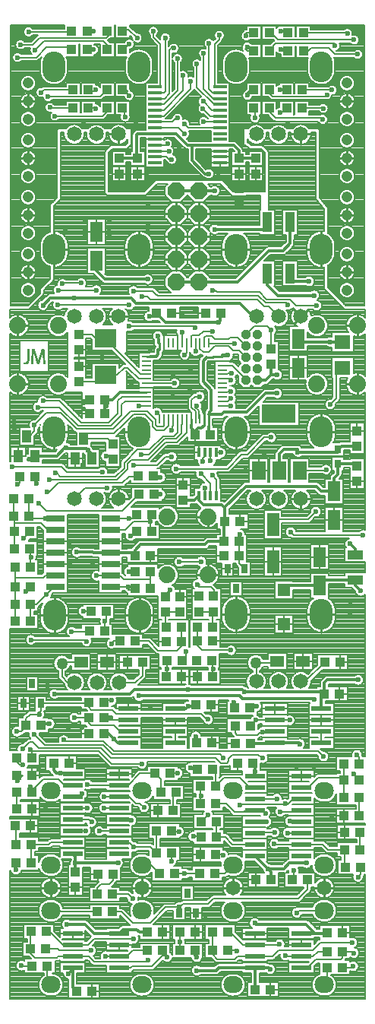
<source format=gtl>
G04 DipTrace 3.3.0.0*
G04 uStreams02.GTL*
%MOIN*%
G04 #@! TF.FileFunction,Copper,L1,Top*
G04 #@! TF.Part,Single*
%AMOUTLINE0*
4,1,8,
-0.015325,0.037,
-0.037,0.015325,
-0.037,-0.015325,
-0.015325,-0.037,
0.015325,-0.037,
0.037,-0.015325,
0.037,0.015325,
0.015325,0.037,
-0.015325,0.037,
0*%
%AMOUTLINE3*
4,1,8,
-0.008698,0.021,
-0.021,0.008698,
-0.021,-0.008698,
-0.008698,-0.021,
0.008698,-0.021,
0.021,-0.008698,
0.021,0.008698,
0.008698,0.021,
-0.008698,0.021,
0*%
%ADD12C,0.001*%
G04 #@! TA.AperFunction,Conductor*
%ADD13C,0.012*%
G04 #@! TA.AperFunction,CopperBalancing*
%ADD14C,0.01*%
G04 #@! TA.AperFunction,Conductor*
%ADD15C,0.006496*%
G04 #@! TA.AperFunction,CopperBalancing*
%ADD16C,0.007*%
%ADD17C,0.008*%
%ADD18C,0.00799*%
%ADD20R,0.03937X0.043307*%
%ADD22R,0.055118X0.086614*%
%ADD23R,0.043307X0.03937*%
%ADD24R,0.055118X0.102362*%
%ADD26R,0.03937X0.055118*%
%ADD27R,0.059055X0.047244*%
%ADD28R,0.055118X0.055118*%
%ADD29R,0.03937X0.086614*%
%ADD30R,0.016142X0.040157*%
%ADD31R,0.059X0.079*%
%ADD32R,0.15X0.079*%
%ADD33R,0.027559X0.03937*%
%ADD34R,0.08X0.026*%
%ADD35R,0.086614X0.023622*%
%ADD36R,0.059055X0.015748*%
G04 #@! TA.AperFunction,ComponentPad*
%ADD38O,0.085X0.075*%
%ADD39C,0.065*%
%ADD42R,0.027559X0.033465*%
G04 #@! TA.AperFunction,ComponentPad*
%ADD43C,0.047559*%
%ADD44R,0.070866X0.03937*%
%ADD45R,0.094488X0.07874*%
G04 #@! TA.AperFunction,ComponentPad*
%ADD46O,0.1X0.135*%
%ADD47R,0.070984X0.062992*%
G04 #@! TA.AperFunction,ComponentPad*
%ADD48C,0.074*%
%ADD49C,0.05*%
%ADD50R,0.03937X0.01*%
%ADD51R,0.01X0.03937*%
G04 #@! TA.AperFunction,ViaPad*
%ADD52C,0.023622*%
G04 #@! TA.AperFunction,ComponentPad*
%ADD117OUTLINE0*%
%ADD120OUTLINE3*%
%FSLAX26Y26*%
G04*
G70*
G90*
G75*
G01*
G04 Top*
%LPD*%
X1330717Y4150594D2*
D13*
X1206406D1*
X1187655D1*
X1136474Y4201776D1*
X1045283D1*
X1335818Y3412175D2*
X1331749D1*
Y3381499D1*
X1325500Y3375249D1*
X1090437D1*
X1052117Y3413570D1*
X1341084Y3224399D2*
D14*
Y3228786D1*
D13*
X1366084D1*
X1065493Y3283454D2*
D14*
X1057110D1*
Y3313877D1*
X1019789Y3400249D2*
D13*
X1052117D1*
Y3413570D1*
X1281749Y4025249D2*
X1264780D1*
X1206406Y4083623D1*
Y4150594D1*
X1282029Y2948808D2*
D14*
Y2917724D1*
D13*
Y2887471D1*
X1288000Y2881500D1*
X1282029Y2948808D2*
D14*
Y2969094D1*
D13*
X1283249D1*
Y2979879D1*
X1291612Y2988241D1*
Y3077475D1*
X1256749Y3112337D1*
Y3204371D1*
X1271791Y3219413D1*
D14*
X1296320D1*
X1301306Y3224399D1*
X1341084D1*
X1931751Y2831500D2*
D13*
X1863000D1*
X1848433Y2816933D1*
Y2804992D1*
X1672652D1*
Y2816933D1*
X1611010D1*
X1590500Y2796423D1*
Y2725249D1*
X1581749Y3144000D2*
X1555625D1*
Y3190070D1*
X1006438Y3224399D2*
D14*
X1026185D1*
D13*
X1051366D1*
X1059555Y3232588D1*
Y3252370D1*
D14*
X1065493D1*
Y3283454D1*
X888000Y4092178D2*
D13*
X969249D1*
X1488000D2*
X1413000D1*
X1020459Y3400249D2*
X1052117D1*
X1013000Y3562749D2*
X825500D1*
X788719Y3599530D1*
Y3644168D1*
X1330717Y4150594D2*
X1391094D1*
X1413000Y4128689D1*
Y4092178D1*
X1045283Y4201776D2*
X969026D1*
X963000Y4195749D1*
Y4098428D1*
X969249Y4092178D1*
X1581749Y3062749D2*
X1531751D1*
X1448882Y2979881D1*
X1348483D1*
X1337697Y2969094D1*
X1283249D1*
X1494249Y3119000D2*
X1530625D1*
X1555625Y3144000D1*
X1006438Y3066919D2*
D14*
X974815D1*
D13*
X891390D1*
X859500Y3035029D1*
X825184D1*
X769152Y2776757D2*
Y2794097D1*
X750500Y2812749D1*
X744249Y2819000D1*
X654722D1*
X644251D1*
X613886Y2788635D1*
X519152D1*
X825184Y3035029D2*
Y2999934D1*
X831749Y3006500D1*
X825184Y3035029D2*
Y2973308D1*
X824593Y2972718D1*
X850500Y2362749D2*
X945224D1*
X956895Y2351079D1*
X690000Y3480992D2*
Y3479776D1*
X939724D1*
X961898Y3457602D1*
X1417445D1*
X1476047Y3399000D1*
X1490000D1*
X690000Y3480992D2*
X585963D1*
X553413Y3448442D1*
X494249Y2775249D2*
X488000D1*
Y2770304D1*
X500822D1*
X519152Y2788635D1*
X1169003Y2594018D2*
X1218843D1*
X1238000Y2613176D1*
X1348286Y2412307D2*
Y2496214D1*
X1352322Y2500249D1*
X1831751Y2632484D2*
X1775909D1*
X1753220Y2655173D1*
X1444878D1*
X1352322Y2562617D1*
Y2559252D1*
Y2500249D1*
X1831751Y2632484D2*
Y2690802D1*
X1848433Y2707484D1*
Y2753941D1*
X1921810D1*
X1931751Y2744000D1*
X1238000Y2613176D2*
Y2593058D1*
X1258491Y2572567D1*
X1339007D1*
X1352322Y2559252D1*
X850500Y2362749D2*
X774249D1*
X771026Y2365972D1*
X701186D1*
X654722Y2823730D2*
Y2819000D1*
X956895Y2351079D2*
Y2374058D1*
X981546Y2398709D1*
X1265064D1*
X1278663Y2412307D1*
X1348286D1*
X850500Y2212749D2*
D15*
X929017D1*
Y2199684D1*
X952320D1*
X958571Y2205934D1*
X931392Y2281148D2*
X931606Y2280934D1*
X958571D1*
X984841Y2793652D2*
X1018903D1*
X1087808Y2862558D1*
X1136470D1*
X1161118Y2887206D1*
Y2922646D1*
X1163919Y2925446D1*
Y2948808D1*
X850500Y2512749D2*
X931757D1*
X944249D1*
X963000Y2531500D1*
X950500Y2747726D2*
X1054226D1*
X1090222Y2783722D1*
X1119370D1*
Y2900249D2*
X1121500D1*
Y2916749D1*
X1124549Y2919798D1*
Y2948808D1*
X938000Y2437749D2*
X956751Y2456500D1*
X963000D1*
X1085178Y2948808D2*
Y2920873D1*
X1080245Y2915940D1*
X1054371D1*
X1048198Y2922113D1*
Y2945685D1*
X1009866Y2984017D1*
X937214D1*
X859697Y2906500D1*
X701119D1*
X630000Y2977619D1*
X569337D1*
X515644Y2923927D1*
Y2896597D1*
X494297Y2875249D1*
X481751D1*
X516657Y2697455D2*
Y2673614D1*
X523433Y2666839D1*
X1104864Y2948808D2*
Y2920541D1*
X1086282Y2901959D1*
X1049701D1*
X1034437Y2917223D1*
Y2936954D1*
X999911Y2971480D1*
X950109D1*
X906749Y2928121D1*
Y2927234D1*
X865261Y2885745D1*
X735255D1*
X731751Y2882241D1*
Y2863371D1*
X838001D1*
X860786Y2840587D1*
X608500Y2212749D2*
X600500D1*
X569251Y2181500D1*
X525500Y2137749D1*
X498680D1*
X1144234Y2948808D2*
Y2920710D1*
X1143387Y2919864D1*
Y2891362D1*
X1127319Y2875294D1*
X1081794D1*
X1021942Y2815442D1*
X966987D1*
X910238Y2758693D1*
Y2734987D1*
X871928Y2696677D1*
X629072D1*
X613000Y2712749D1*
X606776D1*
X498680Y2137749D2*
Y2062749D1*
X608500Y2512749D2*
X563301D1*
X504929D1*
X492429Y2525249D1*
X1183604Y2948808D2*
Y2889525D1*
X1141890Y2847811D1*
X1091811D1*
X1014185Y2770185D1*
X941273D1*
X923896Y2752807D1*
Y2729895D1*
X878085Y2684084D1*
X582664D1*
X563301Y2515063D2*
Y2512749D1*
X492429Y2600249D2*
Y2525249D1*
X1065493Y2948808D2*
Y2966152D1*
X1053492Y2978154D1*
X988000Y3487749D2*
X1010875D1*
X1023986Y3474639D1*
X1493930D1*
X1525706Y3442864D1*
X1543861D1*
X1588000Y3398724D1*
X788000Y3514678D2*
X621105D1*
X553261Y3028732D2*
X625984D1*
X722251Y2932466D1*
X840739D1*
X882155Y2973882D1*
Y3029210D1*
X900178Y3047234D1*
X1006438D1*
X1308591Y956786D2*
X1350786D1*
X1388000Y994000D1*
X1715067Y929138D2*
Y887446D1*
X1674180Y846559D1*
X1301832D1*
X1278713Y823440D1*
X1167440D1*
X1150500Y806500D1*
Y784871D1*
X1151240D1*
Y809068D1*
X1153787Y657605D2*
X1154535Y656857D1*
Y619000D1*
X1153787Y657605D2*
Y699503D1*
X1154535Y700249D1*
X1241661Y956786D2*
X1175919D1*
Y956844D1*
X1132278D1*
X858759Y788756D2*
X898063D1*
X946804Y740014D1*
X1023694D1*
X1092748Y809068D1*
X1151240D1*
X498680Y2300249D2*
Y2344000D1*
Y2377071D1*
X494251Y2381500D1*
X971071Y2700249D2*
Y2698331D1*
X931412D1*
X902558Y2669476D1*
X619726D1*
X581774Y2631525D1*
X570451D1*
X500500Y2344000D2*
X498680D1*
X500500Y1981500D2*
X737999D1*
X744249Y1975249D1*
X731749Y2106500D2*
X763000D1*
X477837Y1607289D2*
Y1635932D1*
X497134Y1655228D1*
X537230D1*
Y1659690D1*
X530992D1*
X543261Y1671959D1*
Y1702604D1*
X748407D1*
X754198Y1708395D1*
X477837Y1607289D2*
Y1600076D1*
X456940Y1579178D1*
X438045D1*
X440979Y1363778D2*
X464307Y1387106D1*
X437377D1*
X435045Y972913D2*
X434219Y973739D1*
Y1003657D1*
X1244801Y1263115D2*
X1245194Y1296717D1*
Y1338917D1*
Y1296717D2*
X1247085D1*
X1278703Y1632660D2*
X1271589D1*
X1247085Y1657164D1*
X875572D1*
X857391Y1675345D1*
X764907D1*
X754198Y1686054D1*
Y1708395D1*
X1263591Y2613176D2*
Y2647701D1*
X1416681Y2444941D2*
Y2413773D1*
X1415215Y2412307D1*
Y2349807D1*
Y2315801D1*
X1437902Y2293114D1*
X1163919Y3283454D2*
X1163000D1*
Y3331500D1*
X1100501Y4156500D2*
X1094596Y4150594D1*
X1045283D1*
X1222974Y2948808D2*
Y2982295D1*
X1206190Y2999079D1*
Y3033369D1*
X1221004Y3048182D1*
X1241413D1*
X1119251Y4087751D2*
X1106749D1*
X1095087Y4099413D1*
X1045283D1*
Y4125004D2*
X1106504D1*
X1228255Y3007613D2*
X1222516D1*
Y3001487D1*
X1238000Y2986003D1*
Y2953467D1*
X1242659Y2948808D1*
X1230681Y1976119D2*
Y1956751D1*
X1251747Y1935685D1*
X1378938D1*
X1389717Y1707190D2*
X1395201Y1701706D1*
Y1682064D1*
X1230681Y1976119D2*
Y2038619D1*
X1161454Y1974222D2*
Y1953723D1*
X1142601Y1934870D1*
X1058329D1*
X1017638Y1975562D1*
X957035D1*
X1161454Y2036722D2*
Y1974222D1*
X1341084Y3066919D2*
Y3066043D1*
X1362780D1*
X1368594Y3071858D1*
X1377298D1*
X1255509Y2763688D2*
Y2777724D1*
X1262529Y2784744D1*
Y2802152D1*
X1263591D1*
X1289181D2*
Y2766046D1*
X1379465Y3039454D2*
X1376709D1*
X1364803Y3027549D1*
X1341084D1*
Y3007864D2*
X1378461D1*
X1334333Y2802152D2*
X1314772D1*
X1312123Y1338917D2*
Y1399282D1*
X1297867Y1413538D1*
X1483276Y1335304D2*
X1459699D1*
X1419192Y1375812D1*
X1349018D1*
X1312123Y1338917D1*
X1314814Y1116980D2*
Y1183613D1*
X1315520Y1184319D1*
X1483276Y1085304D2*
X1385770D1*
X1354094Y1116980D1*
X1314814D1*
X505770Y1314016D2*
Y1321753D1*
X555433Y1371416D1*
X619680D1*
X647096Y1344000D1*
X683276D1*
X437451Y1463850D2*
Y1447448D1*
X451479Y1433420D1*
X464500D1*
X499219Y1337382D2*
X494344D1*
Y1325442D1*
X505770Y1314016D1*
X501148Y1003657D2*
Y1084234D1*
X501238Y1084323D1*
X579601D1*
X589278Y1094000D1*
X683276D1*
X1262344Y2948808D2*
D14*
Y2974493D1*
D13*
Y3013570D1*
X1260659Y3015255D1*
X1203289Y2948808D2*
D14*
Y2923123D1*
D13*
Y2909610D1*
X1221071Y2891828D1*
Y2881500D1*
X1262344Y2948808D2*
D14*
Y2921974D1*
D13*
X1249323Y2908953D1*
X1234337D1*
X1221071Y2895686D1*
Y2881500D1*
X1344852Y1465106D2*
D15*
X1330849Y1479109D1*
X857678D1*
X817465Y1519323D1*
X561425D1*
X514474Y1566274D1*
X477604Y2193064D2*
X497289Y2212749D1*
X498680D1*
X1277841Y1215146D2*
X1248591Y1185895D1*
Y1184319D1*
X494251Y2456500D2*
Y2450902D1*
X469248Y2425899D1*
X496482Y1498768D2*
X504381Y1490869D1*
Y1463850D1*
X988000Y1437907D2*
X854615D1*
X799568Y1492954D1*
X496482D1*
Y1498768D1*
X1282029Y3283454D2*
Y3281500D1*
X1394249D1*
X1262344Y3283454D2*
Y3305844D1*
X1269249Y3312749D1*
X1294249D1*
X1306749Y3300249D1*
X1369249D1*
X1375500Y3306500D1*
X1406751D1*
X1444251Y3269000D1*
X1242659Y3283454D2*
Y3258091D1*
X1256749Y3244000D1*
X1281749D1*
X1306749Y3269000D1*
X1369249D1*
X1388000Y3250249D1*
X1413001D1*
X1444251Y3219000D1*
X1341084Y3185029D2*
X1384471D1*
X1444251Y3125249D1*
Y3119000D1*
X1686000Y1799000D2*
X1706070D1*
X1790589Y1883520D1*
X1571248Y1628723D2*
X1636412D1*
X1571248D2*
X1487185D1*
X1463025Y1604563D1*
X1463417D1*
X1491096Y1689757D2*
X1485206Y1695647D1*
X1469238D1*
X1462130Y1688539D1*
Y1682064D1*
X1483276Y1235304D2*
X1444938D1*
X1435714Y1226080D1*
X1395110D1*
X1358075Y1263115D1*
X1311730D1*
X1435714Y1226080D2*
X1534018D1*
X1529961Y1222022D1*
X791829Y788756D2*
X593244D1*
X588000Y794000D1*
X438841Y1314016D2*
Y1241797D1*
X437140Y1240096D1*
X1230938Y1413538D2*
X1208505D1*
X1200531Y1421513D1*
X1224244Y1558046D2*
Y1532701D1*
X1227979Y1528966D1*
X1006438Y3145659D2*
X982495D1*
X825402Y3302752D1*
X828526D1*
X786026D1*
X768055Y3320723D1*
X710495D1*
X1006438Y3125974D2*
X974776D1*
X925500Y3175249D1*
X910493D1*
X877720Y3142476D1*
X828526D1*
X710004Y3113921D2*
X799971D1*
X828526Y3142476D1*
X928790Y1630312D2*
X847965D1*
X829627D1*
X820008Y1639932D1*
X847965Y1630312D2*
Y1637621D1*
X851896Y1641552D1*
X854509Y1715373D2*
X828105D1*
X821127Y1708395D1*
X853857Y1964921D2*
X864497Y1975562D1*
X890106D1*
X835808Y2647823D2*
X738823D1*
X690000Y2599000D1*
X683276Y1194000D2*
X754944D1*
X766717Y1182228D1*
X1311566Y1040552D2*
X1344249D1*
Y1037749D1*
X1213000Y1119000D2*
X1247885D1*
Y1116980D1*
X1775972Y1578723D2*
Y1528723D1*
X1788000Y794000D2*
X1676395D1*
X1667428Y785033D1*
X1654362Y969135D2*
Y935362D1*
X1648138Y929138D1*
X1800803Y544967D2*
Y481803D1*
X1788000Y469000D1*
X683276Y644000D2*
X751381D1*
X778899Y671518D1*
X950104D1*
X941495Y1189913D2*
X937409Y1194000D1*
X888000D1*
X683276Y644000D2*
X640285D1*
X581434Y702850D1*
X568356D1*
X1483276Y1285304D2*
X1580533D1*
X498858Y625571D2*
Y700282D1*
X501427Y702850D1*
X683276Y594000D2*
X619469D1*
X613306Y587837D1*
X518878D1*
X498858Y607857D1*
Y625571D1*
X683276Y594000D2*
X754925D1*
X779381Y569545D1*
X1009017D1*
X1016042Y576570D1*
X1013837D1*
X1117119Y1010045D2*
X1119102Y1012028D1*
Y1045673D1*
X565787Y625571D2*
X618329D1*
X625182Y618718D1*
X764744D1*
X888000Y1794000D2*
X959304D1*
X990071Y1824766D1*
Y1882374D1*
X434308Y1084323D2*
Y1163096D1*
X431228Y1166176D1*
X1680500Y2725249D2*
X1793698D1*
X1796448Y2727999D1*
X1815050Y3013358D2*
X1841522Y3039831D1*
Y3147521D1*
X1869251Y3175249D1*
X1563000Y2486667D2*
Y2509671D1*
X1717777D1*
X1751259Y2543152D1*
X1546465Y4562749D2*
Y4568226D1*
X1574311Y4596072D1*
X1835423D1*
Y4586458D1*
X1641268Y2453961D2*
X1653870Y2441358D1*
X1959146D1*
X1915843Y549752D2*
X1911058Y544967D1*
X1867732D1*
X814665Y2717835D2*
X657052D1*
X634193Y2740694D1*
X417993D1*
X458881Y552728D2*
X460730Y550879D1*
X505890D1*
X572819D2*
Y484181D1*
X588000Y469000D1*
X1483276Y644000D2*
X1588923D1*
X1592482Y647559D1*
X1595091Y1228386D2*
X1681081D1*
X1688000Y1235304D1*
X1365214Y700249D2*
X1375625D1*
X1431874Y644000D1*
X1483276D1*
Y594000D2*
X1406751D1*
X1394251Y581500D1*
X1319037D1*
X1298285Y602252D1*
Y619000D1*
Y700249D1*
X1483276Y594000D2*
X1560995D1*
X1587930Y620936D1*
X1739224D1*
X1772265Y653976D1*
X1911385D1*
X1932252Y1477392D2*
X1942601Y1467045D1*
Y1437928D1*
X1133514Y1580312D2*
Y1530312D1*
X683276Y1144000D2*
X741161D1*
X1690214Y4394000D2*
X1820854D1*
X1822633Y4392222D1*
X1546465Y4394000D2*
Y4378281D1*
X1561862Y4362883D1*
X1790636D1*
X1799776Y4372022D1*
X1690214Y4312749D2*
X1782497D1*
X1783823Y4311424D1*
X1781588Y4263646D2*
X1776017Y4269217D1*
X1574677D1*
X1546465Y4297429D1*
Y4312749D1*
X605885Y4278501D2*
X815584D1*
X835785Y4298702D1*
Y4312749D1*
X685785D2*
X586425D1*
X583290Y4315885D1*
X575500Y4362749D2*
X804535D1*
X835785Y4394000D1*
X685785D2*
X637873D1*
X556749D1*
X544249Y4381500D1*
X835785Y4569000D2*
Y4590654D1*
X818299Y4608139D1*
X559530D1*
X518324Y4566933D1*
X441757Y4535215D2*
X523403D1*
X568675Y4580487D1*
X668049D1*
X679535Y4569000D1*
X835785Y4650249D2*
Y4639706D1*
X839714Y4635777D1*
Y4630871D1*
X829898Y4621055D1*
X537420D1*
X507668Y4591303D1*
X454518D1*
X679535Y4650249D2*
X692592D1*
X693293Y4650950D1*
X671500D1*
Y4647381D1*
X489857D1*
X1330717Y4380909D2*
X1299087D1*
X1282790Y4397206D1*
Y4596706D1*
X967266Y4620505D2*
Y4619673D1*
X928652Y4658289D1*
X910753D1*
X902714Y4650249D1*
X988000Y994000D2*
X1028193D1*
X1065349Y956844D1*
X1330717Y4406500D2*
X1306749D1*
Y4594000D1*
X1328020Y4615269D1*
Y4632654D1*
X774864Y4649081D2*
X769543Y4654402D1*
X765391Y4650249D1*
X746465D1*
X1045283Y4406500D2*
X1069249D1*
Y4594000D1*
X1038001Y4625249D1*
Y4650251D1*
X1597717Y4651589D2*
X1621946D1*
X1629535Y4644000D1*
X1045283Y4380909D2*
X1085247D1*
X1090543Y4386206D1*
Y4621630D1*
X1445176Y4629301D2*
Y4644000D1*
X1479535D1*
X1330717Y4227366D2*
X1192134D1*
X1175428Y4244072D1*
X914386Y4274627D2*
Y4273172D1*
X910370D1*
Y4305094D1*
X902714Y4312749D1*
X1688000Y1085304D2*
X1566804D1*
X1569251Y1087749D1*
X1534921Y1183362D2*
X1485218D1*
X1483276Y1185304D1*
X1878436Y1061154D2*
Y988844D1*
X1882159Y985121D1*
X1688000Y1085304D2*
X1781822D1*
X1805972Y1061154D1*
X1878436D1*
X1330717Y4252957D2*
X1260092D1*
X1258730Y4254319D1*
X783652Y4310756D2*
X781657Y4312749D1*
X752714D1*
X1330717Y4278547D2*
X1287101D1*
X1255929Y4309719D1*
X931932Y4367416D2*
Y4369672D1*
X914063Y4387541D1*
X924982D1*
X914588Y4397934D1*
X906650D1*
X902714Y4394000D1*
X1330717Y4304138D2*
X1295339D1*
X1256539Y4342937D1*
X784098Y4392825D2*
Y4388394D1*
X758322D1*
X752714Y4394000D1*
X1330717Y4329728D2*
X1303640D1*
X1229387Y4403982D1*
Y4506539D1*
X931749Y4594000D2*
X902714Y4564965D1*
Y4569000D1*
X1138000Y3550249D2*
D13*
X1238000D1*
X1638000Y3812552D2*
Y3718999D1*
X1606751Y3687749D1*
X1544249D1*
X1406749Y3550249D1*
X1238000D1*
X1330717Y4355319D2*
D15*
X1300601D1*
X1257923Y4397997D1*
Y4552378D1*
X775612Y4569000D2*
X746465D1*
X1045283Y4355319D2*
X1086437D1*
X1107760Y4376642D1*
Y4568592D1*
X1121585Y4582417D1*
X1128453Y4575550D1*
X1597640Y4571341D2*
X1606232Y4562749D1*
X1629535D1*
X1045283Y4329728D2*
X1084302D1*
X1144251Y4389677D1*
Y4530466D1*
X1450500Y4581500D2*
X1442125Y4573125D1*
X1452500Y4562749D1*
X1479535D1*
X1070505Y4304764D2*
X1045909D1*
X1045283Y4304138D1*
X1083398D1*
X1168522Y4389262D1*
Y4456500D1*
X1594251Y4394000D2*
X1598572Y4398322D1*
X1602894Y4394000D1*
X1623285D1*
X1045283Y4278547D2*
X1083618D1*
X1202510Y4397440D1*
Y4431500D1*
X1450500Y4369000D2*
Y4381325D1*
X1463175Y4394000D1*
X1479535D1*
X1045283Y4252957D2*
X1121957D1*
X1138000Y4269000D1*
Y4275251D1*
X1144251Y4269000D1*
X1594482Y4294362D2*
Y4297801D1*
X1608336D1*
X1623285Y4312749D1*
X1045283Y4227366D2*
X1148383D1*
X1175500Y4200249D1*
X1484224Y4270079D2*
Y4308060D1*
X1479535Y4312749D1*
X1138000Y3950249D2*
D13*
X1238000D1*
X1538000Y3812552D2*
Y3781500D1*
X1306749D1*
Y3950249D2*
X1238000D1*
X1785196Y1469430D2*
D15*
X1762293Y1492333D1*
X864217D1*
X819046Y1537504D1*
X648804D1*
X643894Y1542415D1*
X679463Y2017478D2*
X755228D1*
X756751Y2019000D1*
X1038000Y2700249D2*
X1063000D1*
X1069249Y2694000D1*
Y2619000D2*
X1042429D1*
X1025500Y2500251D2*
Y2527071D1*
X1029929Y2531500D1*
X1025500Y2500251D2*
Y2460929D1*
X1029929Y2456500D1*
X1025500Y2500251D2*
X950500D1*
X912999Y2462749D1*
X850500D1*
X533869Y2580643D2*
X568594Y2545917D1*
X902417D1*
X975500Y2619000D1*
X431751Y2062749D2*
Y2137749D1*
Y2212749D1*
Y2254970D1*
Y2300249D1*
X608500Y2262749D2*
X562999D1*
X555219Y2254970D1*
X431751D1*
X850500Y2262749D2*
Y2260215D1*
X894660D1*
X907072Y2247803D1*
X1025500D1*
Y2280934D1*
Y2247803D2*
Y2205934D1*
X850500Y2262749D2*
X788001D1*
X825500Y2062749D2*
X829929Y2067180D1*
Y2106500D1*
X825500Y2062749D2*
Y2020819D1*
X823680Y2019000D1*
X1314772Y2613176D2*
Y2684877D1*
X1296575Y2703073D1*
X1248260Y2325144D2*
X1246639Y2323525D1*
X1152159D1*
X1111667Y2199890D2*
X1090490Y2178713D1*
Y2170186D1*
X427322Y2381500D2*
Y2456500D1*
Y2492969D1*
Y2523428D1*
X425500Y2525249D1*
Y2600249D1*
X608500Y2462749D2*
X575501D1*
X545282Y2492969D1*
X427322D1*
X1289181Y2613176D2*
Y2666294D1*
X1246601Y2708874D1*
X1231749Y2225249D2*
X1241621D1*
X1238000Y2221629D1*
Y2212749D1*
X1291331D1*
X1303860Y2200220D1*
Y2174298D1*
X1301646Y2172084D1*
X1152990Y2103257D2*
X1090490D1*
Y2040757D1*
X1094525Y2036722D1*
X1297610Y2038619D2*
Y2101119D1*
X1301646Y2105155D1*
X1239146D1*
X683276Y1244000D2*
X749171D1*
Y1348034D2*
X753205Y1344000D1*
X888000D1*
X1070924Y1312602D2*
Y1370673D1*
X1045924Y1395673D1*
X888000Y1344000D2*
X927920D1*
X979593Y1395673D1*
X1045924D1*
X888000Y594000D2*
X829252D1*
X828176Y595076D1*
X822287Y1244428D2*
X822715Y1244000D1*
X888000D1*
Y594000D2*
X921466D1*
X946466Y619000D1*
X1010785D1*
X858818Y866638D2*
X927816D1*
X946812Y847642D1*
X952562Y1073999D2*
X935315Y1091245D1*
X890755D1*
X888000Y1094000D1*
X952562Y1073999D2*
X1023848D1*
X1052173Y1045673D1*
Y1143852D2*
Y1045673D1*
X888000Y544000D2*
X938514D1*
X944759Y550244D1*
X1032713D1*
X1079387Y596919D1*
Y598528D1*
X1077714D1*
Y619000D1*
X1079387Y598528D2*
X1090864D1*
X1098783Y590608D1*
X1150451Y1140541D2*
X1122413D1*
X1119102Y1143852D1*
X1145769Y1396448D2*
X1144995Y1395673D1*
X1112853D1*
X1688000Y594000D2*
X1619244D1*
X1616894Y596349D1*
X1637938Y1186180D2*
X1638814Y1185304D1*
X1688000D1*
Y594000D2*
X1739022D1*
X1759697Y614675D1*
X1800194D1*
X1125353Y1233173D2*
Y1300102D1*
X1137853Y1312602D1*
X791888Y866638D2*
Y893205D1*
X809562Y910878D1*
X845491D1*
X860638Y926025D1*
Y954138D1*
X1949088Y985121D2*
Y954423D1*
X1936537Y941871D1*
X1917592Y1394587D2*
X1941873Y1370306D1*
Y1365702D1*
X1918701Y608471D2*
X1912497Y614675D1*
X1867123D1*
X1688000Y544000D2*
X1715807D1*
X1752358Y580551D1*
X1861454D1*
X1867123Y586220D1*
Y614675D1*
X1688000Y1335304D2*
X1718938D1*
X1761125Y1377491D1*
X1863155D1*
X1874944Y1365702D1*
X1875425Y1289587D2*
Y1365220D1*
X1874944Y1365702D1*
Y1437199D1*
X1875672Y1437928D1*
X1945365Y1061154D2*
Y1136377D1*
X1944102Y1137639D1*
X1942472Y1208723D2*
Y1289469D1*
X1942354Y1289587D1*
X1404403Y615692D2*
X1401094Y619000D1*
X1365214D1*
X1341084Y3145659D2*
X1360282D1*
X1365039Y3150416D1*
X1380471D1*
X1181749Y1931500D2*
Y1909869D1*
X1163249Y1891369D1*
X1341084Y3125974D2*
X1373010D1*
X1379377Y3119608D1*
X1231749Y1900249D2*
X1226459D1*
X1226684Y1900025D1*
Y1891206D1*
X1696465Y4644000D2*
X1886526D1*
X1889858Y4640668D1*
X1546465Y4644000D2*
X1553163D1*
X1584832Y4612331D1*
X1919591D1*
X1696465Y4562749D2*
X1717382D1*
X1731837Y4577205D1*
X1807261D1*
X1835723Y4548743D1*
X1935816D1*
X1638000Y3587749D2*
D13*
Y3553436D1*
X1721618D1*
X1902551Y2402323D2*
X1925500Y2379374D1*
Y2354236D1*
X1298783Y1819056D2*
D15*
Y1853878D1*
Y1886035D1*
X1293613Y1891206D1*
X1688000Y1285304D2*
X1650853D1*
X1627297Y1261748D1*
X1422094D1*
X1416878Y1256531D1*
X1300365Y1853878D2*
X1298783D1*
X1688000Y1135304D2*
X1627812D1*
X1616554Y1262059D2*
X1623398D1*
Y1259866D1*
X1627297Y1261748D1*
X1096320Y1891369D2*
Y1854277D1*
Y1821265D1*
X1095350Y1820295D1*
X888000Y1294000D2*
X822682D1*
X800588Y1143062D2*
X887062D1*
X888000Y1144000D1*
X996906Y1246474D2*
X978222Y1265156D1*
X960259D1*
X931415Y1294000D1*
X888000D1*
X1555625Y3256999D2*
Y3338875D1*
X1538000Y3356500D1*
X1481751D1*
X1444251Y3319000D1*
X1555625Y2869000D2*
X1525500D1*
X1450500Y2794000D1*
X1425500D1*
X1363000Y2731500D1*
X1138000D1*
X1131749Y3106500D2*
X1131539Y3106289D1*
X1006438D1*
Y3007864D2*
X975768D1*
X973709Y3005804D1*
X950500Y3511697D2*
X1034115D1*
X1047776Y3498037D1*
X1049222D1*
X1057714Y3489545D1*
X1499555D1*
X1529676Y3459424D1*
X1620807D1*
X1629501Y3450730D1*
X1006438Y3027549D2*
X913101D1*
X898138Y3012585D1*
Y2967521D1*
X850102Y2919486D1*
X708180D1*
X626080Y3001585D1*
X530508D1*
X638934Y3542243D2*
Y3545892D1*
X721571D1*
X1183604Y3283454D2*
Y3239604D1*
X1175500Y3231500D1*
X1203289Y3283454D2*
Y3312058D1*
X1207642Y3316412D1*
X1238875D1*
X1256978Y3334514D1*
X1298714D1*
X1297373Y3514887D2*
X1308325D1*
X1317249Y3505963D1*
X1504984D1*
X1536056Y3474891D1*
X1637543D1*
X1661521Y3450913D1*
Y3449070D1*
X1664093Y3446497D1*
X1755249D1*
X1222974Y3283454D2*
Y3247491D1*
X1222244Y3350940D2*
X1216685Y3356500D1*
X931751D1*
Y3450249D2*
X619251D1*
X1483276Y1135304D2*
Y1137589D1*
X1569715D1*
X1518613Y1578606D2*
X1571131D1*
X1571248Y1578723D1*
X1518613Y1462583D2*
X1514172D1*
X1499161Y1477593D1*
X1386126D1*
X1369526Y1460993D1*
Y1449136D1*
X1361622Y1441232D1*
X1333957D1*
X1311033Y1464156D1*
X850988D1*
X809210Y1505934D1*
X534131D1*
X507930Y1532135D1*
X493181D1*
X463328Y1502282D1*
X442594Y2663677D2*
X449728Y2670811D1*
Y2697455D1*
X1490000Y1799000D2*
Y1878496D1*
X1487684Y1880812D1*
X1576076D1*
X1581963Y1886699D1*
X1518613Y1578606D2*
X1507714D1*
X1493619Y1564512D1*
X1405077D1*
X1396488Y1573101D1*
Y1604563D1*
X720104Y1883138D2*
X641295D1*
X636503Y1878345D1*
X692000Y1794000D2*
X662062D1*
X636503Y1819559D1*
Y1878345D1*
X753079Y1639932D2*
X690663D1*
X725121Y1305824D2*
X713297Y1294000D1*
X683276D1*
X928790Y1580312D2*
X890927D1*
X865615Y1605623D1*
X763706D1*
X753079Y1616251D1*
Y1639932D1*
X860786Y2773657D2*
Y2786961D1*
X829996D1*
X1869251Y3287218D2*
D13*
X1814731D1*
X1689516D1*
X1675500Y3301234D1*
X1744482Y3491486D2*
X1584265D1*
X1538000Y3537751D1*
Y3587749D1*
X1463269Y1525724D2*
X1568249D1*
X1571248Y1528723D1*
X928790Y1530312D2*
X880224D1*
X863150Y1547387D1*
X841253Y1569283D1*
X820950D1*
X1681450Y1524862D2*
X1677589Y1528723D1*
X1571248D1*
X695924Y962602D2*
Y1003612D1*
Y1031352D1*
X683276Y1044000D1*
X1554387Y929138D2*
Y964193D1*
X1541427Y977154D1*
X1483276Y1035304D1*
X683276Y544000D2*
Y535820D1*
X666147Y518692D1*
X1550479Y537437D2*
X1543916Y544000D1*
X1483276D1*
X1485638Y447888D2*
Y541638D1*
X1483276Y544000D1*
X683276D2*
Y458320D1*
X699958Y441638D1*
X1483276Y544000D2*
X1325500D1*
X1313000Y531500D1*
X1228463D1*
Y590033D2*
X1221465Y597031D1*
Y619000D1*
X695924Y1003612D2*
X883148D1*
X1541427Y977154D2*
X1610434D1*
X1635650Y1002369D1*
X1710874D1*
X974041Y1735427D2*
X1417150D1*
X1427984Y1724592D1*
X1738668D1*
X1743580Y1719680D1*
X1789025Y1744573D2*
Y1753563D1*
X1438087D1*
X1426403Y1765247D1*
X1190050D1*
X955127D1*
X934454Y1744573D1*
X603524D1*
X582841Y1613465D2*
X550942D1*
X544766Y1607289D1*
X630161Y1397444D2*
X679832D1*
X683276Y1394000D1*
X630161Y1397444D2*
X611920D1*
X599833Y1409530D1*
Y1440068D1*
X1133514Y1680312D2*
X1179720D1*
X1190050Y1690642D1*
X1218278D1*
X1223751Y1696114D1*
X1789025Y1744573D2*
Y1792920D1*
X1801783Y1805678D1*
X1937504D1*
X1949076Y2196007D2*
X1925500Y2219583D1*
Y2244000D1*
X1794251D1*
X1769251Y2219000D1*
X1631751D1*
X1612803Y2200052D1*
X1775972Y1678723D2*
Y1731521D1*
X1789025Y1744573D1*
X1483276Y1385304D2*
Y1402588D1*
Y1430285D1*
X1474387Y1439173D1*
X1010785Y700249D2*
X977904D1*
X966252Y711902D1*
X905902D1*
X888000Y694000D1*
X1688000D2*
X1749594D1*
X1798238D1*
X1801135Y696898D1*
X888000Y694000D2*
X778667D1*
X738344Y734323D1*
X658001D1*
X1483276Y739462D2*
X1487860Y734878D1*
X1708717D1*
X1749594Y694000D1*
D52*
X1366084Y3228786D3*
X1325500Y3375249D3*
X1057110Y3313877D3*
X1019789Y3400249D3*
X1281749Y4025249D3*
X1325500Y3375249D3*
X1581749Y3144000D3*
X1672652Y2804992D3*
X1013000Y3562749D3*
X1581749Y3062749D3*
X831749Y3006500D3*
X750500Y2812749D3*
X690000Y3480992D3*
X553413Y3448442D3*
X494249Y2775249D3*
X690000Y3480992D3*
X701186Y2365972D3*
X654722Y2823730D3*
X931392Y2281148D3*
X929017Y2212749D3*
X984841Y2793652D3*
X950500Y2747726D3*
X1119370Y2783722D3*
Y2900249D3*
X931757Y2512749D3*
X938000Y2437749D3*
X931757Y2512749D3*
X523433Y2666839D3*
X515644Y2923927D3*
X606776Y2712749D3*
X569251Y2181500D3*
X582664Y2684084D3*
X563301Y2515063D3*
X1053492Y2978154D3*
X988000Y3487749D3*
X788000Y3514678D3*
X621105D3*
X553261Y3028732D3*
X1151240Y809068D3*
X1153787Y657605D3*
D3*
X1151240Y809068D3*
X1175919Y956786D3*
X570451Y2631525D3*
X500500Y2344000D3*
Y1981500D3*
X744249Y1975249D3*
X731749Y2106500D3*
X537230Y1655228D3*
X438045Y1579178D3*
X440979Y1363778D3*
X435045Y972913D3*
X1247085Y1296717D3*
X1278703Y1632660D3*
X1263591Y2647701D3*
X1416681Y2444941D3*
X1163000Y3331500D3*
X1100501Y4156500D3*
X1241413Y3048182D3*
X1119251Y4087751D3*
X1106504Y4125004D3*
X1228255Y3007613D3*
X1378938Y1935685D3*
X1389717Y1707190D3*
X1377298Y3071858D3*
X1255509Y2763688D3*
X1289181Y2766046D3*
X1379465Y3039454D3*
X1378461Y3007864D3*
X1334333Y2802152D3*
X464500Y1433420D3*
X499219Y1337382D3*
X1344852Y1465106D3*
X514474Y1566274D3*
X477604Y2193064D3*
X1277841Y1215146D3*
X469248Y2425899D3*
X496482Y1498768D3*
X988000Y1437907D3*
X496482Y1498768D3*
X1394249Y3281500D3*
X1636412Y1628723D3*
X1491096Y1689757D3*
X1487185Y1628723D3*
X1529961Y1222022D3*
X1487185Y1628723D3*
X1200531Y1421513D3*
X1224244Y1558046D3*
X851896Y1641552D3*
X854509Y1715373D3*
X853857Y1964921D3*
X835808Y2647823D3*
X766717Y1182228D3*
X851896Y1641552D3*
X1344249Y1037749D3*
X1213000Y1119000D3*
X1667428Y785033D3*
X1654362Y969135D3*
X950104Y671518D3*
X941495Y1189913D3*
X1580533Y1285304D3*
X1013837Y576570D3*
X1117119Y1010045D3*
X764744Y618718D3*
X1796448Y2727999D3*
X1815050Y3013358D3*
X1751259Y2543152D3*
X1796448Y2727999D3*
X1835423Y4586458D3*
X1641268Y2453961D3*
X1959146Y2441358D3*
X1915843Y549752D3*
X814665Y2717835D3*
X417993Y2740694D3*
X458881Y552728D3*
X1592482Y647559D3*
X1595091Y1228386D3*
X1911385Y653976D3*
X1932252Y1477392D3*
X741161Y1144000D3*
X1822633Y4392222D3*
X1799776Y4372022D3*
X1783823Y4311424D3*
X1781588Y4263646D3*
X605885Y4278501D3*
X583290Y4315885D3*
X575500Y4362749D3*
X544249Y4381500D3*
X518324Y4566933D3*
X441757Y4535215D3*
X454518Y4591303D3*
X489857Y4647381D3*
X1282790Y4596706D3*
X967266Y4620505D3*
X1328020Y4632654D3*
X774864Y4649081D3*
X1038001Y4650251D3*
X1597717Y4651589D3*
X1090543Y4621630D3*
X1445176Y4629301D3*
X1175428Y4244072D3*
X914386Y4274627D3*
X1569251Y1087749D3*
X1534921Y1183362D3*
X1258730Y4254319D3*
X783652Y4310756D3*
X1255929Y4309719D3*
X931932Y4367416D3*
X1256539Y4342937D3*
X784098Y4392825D3*
X1229387Y4506539D3*
X931749Y4594000D3*
X1257923Y4552378D3*
X775612Y4569000D3*
X1128453Y4575550D3*
X1597640Y4571341D3*
X1144251Y4530466D3*
X1450500Y4581500D3*
X1168522Y4456500D3*
X1594251Y4394000D3*
X1202510Y4431500D3*
X1450500Y4369000D3*
X1144251Y4269000D3*
X1594482Y4294362D3*
X1175500Y4200249D3*
X1484224Y4270079D3*
X1306749Y3781500D3*
Y3950249D3*
X1785196Y1469430D3*
X643894Y1542415D3*
X679463Y2017478D3*
X1069249Y2694000D3*
Y2619000D3*
X1025500Y2500251D3*
D3*
D3*
X533869Y2580643D3*
X788001Y2262749D3*
X825500Y2062749D3*
D3*
X1296575Y2703073D3*
X1248260Y2325144D3*
X1152159Y2323525D3*
X1111667Y2199890D3*
X1246601Y2708874D3*
X1231749Y2225249D3*
X749171Y1244000D3*
Y1348034D3*
X828176Y595076D3*
X822287Y1244428D3*
X946812Y847642D3*
X952562Y1073999D3*
D3*
X1098783Y590608D3*
X1150451Y1140541D3*
X1145769Y1396448D3*
X1616894Y596349D3*
X1637938Y1186180D3*
X1936537Y941871D3*
X1917592Y1394587D3*
X1918701Y608471D3*
X1936537Y941871D3*
X1404403Y615692D3*
X1380471Y3150416D3*
X1181749Y1931500D3*
X1379377Y3119608D3*
X1231749Y1900249D3*
X1889858Y4640668D3*
X1919591Y4612331D3*
X1935816Y4548743D3*
X1721618Y3553436D3*
X1902551Y2402323D3*
X1416878Y1256531D3*
X1300365Y1853878D3*
X1627812Y1135304D3*
X1616554Y1262059D3*
X822682Y1294000D3*
X800588Y1143062D3*
X996906Y1246474D3*
X1096320Y1854277D3*
X1555625Y2869000D3*
X1138000Y2731500D3*
X1131749Y3106500D3*
X1555625Y3338875D3*
X973709Y3005804D3*
X950500Y3511697D3*
X1629501Y3450730D3*
X530508Y3001585D3*
X638934Y3542243D3*
X721571Y3545892D3*
X1175500Y3231500D3*
X1298714Y3334514D3*
X1297373Y3514887D3*
X1755249Y3446497D3*
X1222974Y3247491D3*
X1222244Y3350940D3*
X931751Y3356500D3*
Y3450249D3*
X619251D3*
X1569715Y1137589D3*
X1518613Y1578606D3*
X463328Y1502282D3*
X442594Y2663677D3*
X1518613Y1462583D3*
Y1578606D3*
X690663Y1639932D3*
X725121Y1305824D3*
X690663Y1639932D3*
X829996Y2786961D3*
X1744482Y3491486D3*
X1814731Y3287218D3*
X1681450Y1524862D3*
X1814731Y3287218D3*
X666147Y518692D3*
X695924Y1003612D3*
X1550479Y537437D3*
X1541427Y977154D3*
X1228463Y531500D3*
Y590033D3*
X883148Y1003612D3*
X863150Y1547387D3*
X1710874Y1002369D3*
X974041Y1735427D3*
X863150Y1547387D3*
X1743580Y1719680D3*
X603524Y1744573D3*
X582841Y1613465D3*
X630161Y1397444D3*
D3*
X1190050Y1690642D3*
Y1765247D3*
X1937504Y1805678D3*
X1949076Y2196007D3*
X1483276Y1402588D3*
X1438087Y1753563D3*
X658001Y734323D3*
X1483276Y739462D3*
Y1402588D3*
X1406749Y4231500D3*
X1325500Y4031500D3*
X930871Y4023033D3*
X960182Y4243060D3*
X729285Y2748001D3*
X1219790Y3429680D3*
X1164160Y3403702D3*
X1822661Y1209266D3*
X1014728Y3852181D3*
X1013000Y3806500D3*
Y3769000D3*
Y3887749D3*
X756749Y3256500D3*
Y3187749D3*
X813000Y3219000D3*
X731493Y3021768D3*
X732102Y2994644D3*
X941433Y3098875D3*
X1126193Y3048308D3*
X1198493Y3083448D3*
X1200665Y3168509D3*
X1125539Y3146951D3*
X1223575Y2758349D3*
X1260659Y3015255D3*
X1284925Y3196255D3*
X1090757Y3330681D3*
X1023941Y3256869D3*
X1150500Y4137749D3*
X1244249Y4100251D3*
X1175261Y4330949D3*
X1240573Y4174799D3*
X1958370Y4342070D3*
X419249Y4337749D3*
X788000Y4512749D3*
X1588000Y4506500D3*
X563000Y3594000D3*
X597185Y3985312D3*
X1799509Y4339453D3*
X1781438Y3986508D3*
X1819249Y3612749D3*
X606749Y4337749D3*
X1488000Y3969000D3*
X1456749D3*
X1363559Y4010564D3*
X994249Y4156500D3*
X1008752Y4020294D3*
X738000Y3825249D3*
Y3787749D3*
Y3750249D3*
X844249Y3825249D3*
Y3787749D3*
Y3750249D3*
X650500Y3781500D3*
X1667732Y1426642D3*
X1743615Y1425850D3*
X723588Y1598525D3*
X663226Y1589903D3*
X860455Y4446870D3*
X732682Y4242434D3*
X730370Y4441858D3*
X1494518Y4455665D3*
X1639724Y4438276D3*
X1626682Y4243507D3*
X1024668Y1689322D3*
X563953Y1241037D3*
X1312955Y1595720D3*
X1365076Y1568165D3*
X1342652Y1409710D3*
X772320Y2414173D3*
X771014Y2310303D3*
X672370Y2308997D3*
X669757Y2408948D3*
X1445182Y2722911D3*
X1524946Y2800520D3*
X1444463Y2760997D3*
X536240Y1414077D3*
X1269249Y775249D3*
X575500Y1781500D3*
X427419Y2906094D3*
X428136Y2938430D3*
X1904240Y2150315D3*
X1902699Y2097942D3*
X632370Y4200005D2*
D17*
X644395D1*
X735605D2*
X742395D1*
X833605D2*
X840395D1*
X1535605D2*
X1542395D1*
X1633605D2*
X1640395D1*
X1731605D2*
X1749879D1*
X632370Y4192136D2*
X644911D1*
X735089D2*
X742864D1*
X833136D2*
X840911D1*
X1535089D2*
X1542864D1*
X1633136D2*
X1640911D1*
X1731089D2*
X1749879D1*
X632370Y4184268D2*
X646864D1*
X733136D2*
X744770D1*
X831230D2*
X842864D1*
X1533136D2*
X1544770D1*
X1631230D2*
X1642864D1*
X1729136D2*
X1749879D1*
X632370Y4176399D2*
X650490D1*
X729510D2*
X748333D1*
X827667D2*
X846490D1*
X1529510D2*
X1548333D1*
X1627667D2*
X1646490D1*
X1725510D2*
X1749879D1*
X632370Y4168530D2*
X656333D1*
X723667D2*
X754083D1*
X821917D2*
X852333D1*
X919667D2*
X924067D1*
X1451121D2*
X1456333D1*
X1523667D2*
X1554083D1*
X1621917D2*
X1652333D1*
X1719667D2*
X1749879D1*
X632370Y4160661D2*
X665990D1*
X714010D2*
X763535D1*
X812465D2*
X861990D1*
X910010D2*
X923942D1*
X1453793D2*
X1465990D1*
X1514010D2*
X1563535D1*
X1612465D2*
X1661990D1*
X1710010D2*
X1749879D1*
X632370Y4152793D2*
X916442D1*
X1464277D2*
X1749879D1*
X632370Y4144924D2*
X845707D1*
X1524042D2*
X1749879D1*
X632370Y4137055D2*
X837833D1*
X1531917D2*
X1749879D1*
X632370Y4129186D2*
X829958D1*
X1539793D2*
X1749879D1*
X632370Y4121318D2*
X825098D1*
X1544651D2*
X1749879D1*
X632370Y4113449D2*
X824879D1*
X1544870D2*
X1749879D1*
X632370Y4105580D2*
X824879D1*
X1544870D2*
X1749879D1*
X632370Y4097711D2*
X824879D1*
X1544870D2*
X1749879D1*
X632370Y4089843D2*
X824879D1*
X1544870D2*
X1749879D1*
X632370Y4081974D2*
X824879D1*
X1544870D2*
X1749879D1*
X632370Y4074105D2*
X824879D1*
X1544870D2*
X1749879D1*
X632370Y4066236D2*
X824879D1*
X1544870D2*
X1749879D1*
X632370Y4058367D2*
X824879D1*
X1544870D2*
X1749879D1*
X632370Y4050499D2*
X824879D1*
X1544870D2*
X1749879D1*
X632370Y4042630D2*
X824879D1*
X1544870D2*
X1749879D1*
X632370Y4034761D2*
X824879D1*
X1544870D2*
X1749879D1*
X632370Y4026892D2*
X824879D1*
X1544870D2*
X1749879D1*
X632370Y4019024D2*
X824879D1*
X1544870D2*
X1749879D1*
X632370Y4011155D2*
X824879D1*
X1544870D2*
X1749879D1*
X632370Y4003286D2*
X824879D1*
X1544870D2*
X1749879D1*
X632370Y3995417D2*
X824879D1*
X1544870D2*
X1749879D1*
X632370Y3987549D2*
X824879D1*
X1544870D2*
X1749879D1*
X632370Y3979680D2*
X824879D1*
X1054402D2*
X1096879D1*
X1279121D2*
X1334098D1*
X1544870D2*
X1749879D1*
X632370Y3971811D2*
X824879D1*
X1046526D2*
X1089567D1*
X1286433D2*
X1295114D1*
X1318386D2*
X1341974D1*
X1544870D2*
X1749879D1*
X632370Y3963942D2*
X824879D1*
X1038667D2*
X1087879D1*
X1327417D2*
X1349833D1*
X1544870D2*
X1749879D1*
X632370Y3956073D2*
X824879D1*
X1030793D2*
X1087879D1*
X1330965D2*
X1357707D1*
X1544870D2*
X1749879D1*
X632370Y3948205D2*
X824879D1*
X1022933D2*
X1087879D1*
X1331589D2*
X1365567D1*
X1544870D2*
X1749879D1*
X632370Y3940336D2*
X825442D1*
X1015058D2*
X1087879D1*
X1329558D2*
X1373442D1*
X1544542D2*
X1749879D1*
X632370Y3932467D2*
X832864D1*
X1005636D2*
X1088130D1*
X1323854D2*
X1380192D1*
X1544542D2*
X1749879D1*
X632370Y3924598D2*
X1093098D1*
X1182902D2*
X1193098D1*
X1282902D2*
X1506442D1*
X1544542D2*
X1749879D1*
X632151Y3916730D2*
X1100974D1*
X1175026D2*
X1200974D1*
X1275026D2*
X1506442D1*
X1544542D2*
X1750098D1*
X627339Y3908861D2*
X1108833D1*
X1167167D2*
X1208833D1*
X1267167D2*
X1506442D1*
X1544542D2*
X1754661D1*
X619465Y3900992D2*
X1120630D1*
X1155370D2*
X1220630D1*
X1255370D2*
X1506442D1*
X1544542D2*
X1761411D1*
X611589Y3893123D2*
X1110333D1*
X1165667D2*
X1210333D1*
X1265667D2*
X1506442D1*
X1544542D2*
X1768161D1*
X603730Y3885255D2*
X1102458D1*
X1173542D2*
X1202458D1*
X1273542D2*
X1506442D1*
X1544542D2*
X1774895D1*
X601121Y3877386D2*
X1094583D1*
X1181417D2*
X1194583D1*
X1281417D2*
X1506442D1*
X1544542D2*
X1781646D1*
X601121Y3869517D2*
X1088520D1*
X1287480D2*
X1506442D1*
X1544542D2*
X1787379D1*
X601121Y3861648D2*
X1087879D1*
X1288121D2*
X1505192D1*
X1570808D2*
X1605192D1*
X1670808D2*
X1787379D1*
X601121Y3853780D2*
X1087879D1*
X1288121D2*
X1505192D1*
X1570808D2*
X1605192D1*
X1670808D2*
X1787379D1*
X601121Y3845911D2*
X1087879D1*
X1288121D2*
X1505192D1*
X1570808D2*
X1605192D1*
X1670808D2*
X1787379D1*
X601121Y3838042D2*
X1087879D1*
X1288121D2*
X1505192D1*
X1570808D2*
X1605192D1*
X1670808D2*
X1787379D1*
X601121Y3830173D2*
X1088833D1*
X1287167D2*
X1505192D1*
X1570808D2*
X1605192D1*
X1670808D2*
X1787379D1*
X601121Y3822304D2*
X748035D1*
X829402D2*
X1095395D1*
X1180605D2*
X1195395D1*
X1280605D2*
X1505192D1*
X1570808D2*
X1605192D1*
X1670808D2*
X1787379D1*
X601121Y3814436D2*
X748035D1*
X829402D2*
X1103270D1*
X1172730D2*
X1203270D1*
X1272730D2*
X1505192D1*
X1570808D2*
X1605192D1*
X1670808D2*
X1787379D1*
X601121Y3806567D2*
X748035D1*
X829402D2*
X1111130D1*
X1164870D2*
X1211130D1*
X1264870D2*
X1505192D1*
X1570808D2*
X1605192D1*
X1670808D2*
X1787379D1*
X601121Y3798698D2*
X748035D1*
X829402D2*
X1117318D1*
X1158682D2*
X1217318D1*
X1258682D2*
X1289020D1*
X1570808D2*
X1605192D1*
X1670808D2*
X1787379D1*
X601121Y3790829D2*
X748035D1*
X829402D2*
X1108035D1*
X1167965D2*
X1208035D1*
X1267965D2*
X1283692D1*
X1570808D2*
X1605192D1*
X1670808D2*
X1787379D1*
X601121Y3782961D2*
X748035D1*
X829402D2*
X1100161D1*
X1175839D2*
X1200161D1*
X1275839D2*
X1281864D1*
X1570808D2*
X1605192D1*
X1670808D2*
X1787379D1*
X601121Y3775092D2*
X748035D1*
X829402D2*
X1092302D1*
X1183698D2*
X1192302D1*
X1570808D2*
X1605192D1*
X1670808D2*
X1787379D1*
X629698Y3767223D2*
X748035D1*
X829402D2*
X946302D1*
X1003698D2*
X1087990D1*
X1570808D2*
X1605192D1*
X1670808D2*
X1746302D1*
X641714Y3759354D2*
X748035D1*
X829402D2*
X934286D1*
X1015714D2*
X1087879D1*
X1288121D2*
X1296364D1*
X1317136D2*
X1360286D1*
X1441714D2*
X1505192D1*
X1570808D2*
X1605192D1*
X1670808D2*
X1734286D1*
X649605Y3751486D2*
X748035D1*
X829402D2*
X926395D1*
X1023605D2*
X1087879D1*
X1288121D2*
X1352395D1*
X1449605D2*
X1618879D1*
X1657121D2*
X1726395D1*
X655214Y3743617D2*
X748035D1*
X829402D2*
X920786D1*
X1029214D2*
X1087879D1*
X1288121D2*
X1346786D1*
X1455214D2*
X1618879D1*
X1657121D2*
X1720786D1*
X659214Y3735748D2*
X748035D1*
X829402D2*
X916786D1*
X1033214D2*
X1087879D1*
X1288121D2*
X1342786D1*
X1459214D2*
X1618879D1*
X1657121D2*
X1716786D1*
X661933Y3727879D2*
X748035D1*
X829402D2*
X914067D1*
X1035933D2*
X1090098D1*
X1185902D2*
X1190081D1*
X1285902D2*
X1340067D1*
X1461933D2*
X1618879D1*
X1657121D2*
X1714067D1*
X663542Y3720010D2*
X748035D1*
X829402D2*
X912458D1*
X1037542D2*
X1097692D1*
X1178308D2*
X1197692D1*
X1278308D2*
X1338458D1*
X1463542D2*
X1612302D1*
X1657121D2*
X1712458D1*
X664121Y3712142D2*
X911879D1*
X1038121D2*
X1105551D1*
X1170449D2*
X1205551D1*
X1270449D2*
X1337879D1*
X1464121D2*
X1604442D1*
X1655793D2*
X1711879D1*
X664121Y3704273D2*
X911879D1*
X1038121D2*
X1113442D1*
X1162558D2*
X1213442D1*
X1262558D2*
X1337879D1*
X1464121D2*
X1535535D1*
X1649980D2*
X1711879D1*
X664121Y3696404D2*
X748035D1*
X829402D2*
X911879D1*
X1038121D2*
X1113630D1*
X1162370D2*
X1213630D1*
X1262370D2*
X1337879D1*
X1464121D2*
X1526192D1*
X1642121D2*
X1711879D1*
X664121Y3688535D2*
X748035D1*
X829402D2*
X911879D1*
X1038121D2*
X1105739D1*
X1170261D2*
X1205739D1*
X1270261D2*
X1337879D1*
X1464121D2*
X1518333D1*
X1634245D2*
X1711879D1*
X664121Y3680667D2*
X748035D1*
X829402D2*
X911879D1*
X1038121D2*
X1097864D1*
X1178136D2*
X1197864D1*
X1278136D2*
X1337879D1*
X1464121D2*
X1510458D1*
X1626370D2*
X1711879D1*
X664010Y3672798D2*
X748035D1*
X829402D2*
X911990D1*
X1038010D2*
X1090223D1*
X1185777D2*
X1190226D1*
X1285777D2*
X1337990D1*
X1464010D2*
X1502583D1*
X1618136D2*
X1711990D1*
X663042Y3664929D2*
X748035D1*
X829402D2*
X912958D1*
X1037042D2*
X1087879D1*
X1288121D2*
X1338958D1*
X1463042D2*
X1494723D1*
X1548136D2*
X1712958D1*
X661010Y3657060D2*
X748035D1*
X829402D2*
X914990D1*
X1035010D2*
X1087879D1*
X1288121D2*
X1340990D1*
X1461010D2*
X1486849D1*
X1540277D2*
X1714990D1*
X657823Y3649192D2*
X748035D1*
X829402D2*
X918177D1*
X1031823D2*
X1087879D1*
X1288121D2*
X1344177D1*
X1457823D2*
X1478990D1*
X1532402D2*
X1718177D1*
X653245Y3641323D2*
X748035D1*
X829402D2*
X922755D1*
X1027245D2*
X1087879D1*
X1288121D2*
X1348755D1*
X1453245D2*
X1471114D1*
X1570808D2*
X1605192D1*
X1670808D2*
X1722755D1*
X646870Y3633454D2*
X748035D1*
X829402D2*
X929130D1*
X1020870D2*
X1087974D1*
X1288026D2*
X1355130D1*
X1446870D2*
X1463239D1*
X1570808D2*
X1605192D1*
X1670808D2*
X1729130D1*
X637730Y3625585D2*
X748035D1*
X829402D2*
X938270D1*
X1011730D2*
X1092114D1*
X1183886D2*
X1192114D1*
X1283886D2*
X1364270D1*
X1437730D2*
X1455379D1*
X1570808D2*
X1605192D1*
X1670808D2*
X1738270D1*
X622495Y3617717D2*
X748035D1*
X829402D2*
X953505D1*
X996495D2*
X1099990D1*
X1176010D2*
X1199990D1*
X1276010D2*
X1379505D1*
X1422495D2*
X1447505D1*
X1570808D2*
X1605192D1*
X1670808D2*
X1753505D1*
X601121Y3609848D2*
X748035D1*
X829402D2*
X1107849D1*
X1168151D2*
X1207849D1*
X1268151D2*
X1439646D1*
X1570808D2*
X1605192D1*
X1670808D2*
X1787379D1*
X601121Y3601979D2*
X748035D1*
X829402D2*
X1116895D1*
X1159105D2*
X1216895D1*
X1259105D2*
X1431770D1*
X1570808D2*
X1605192D1*
X1670808D2*
X1787379D1*
X601121Y3594110D2*
X748035D1*
X829402D2*
X1111318D1*
X1164682D2*
X1211318D1*
X1264682D2*
X1423895D1*
X1570808D2*
X1605192D1*
X1670808D2*
X1787379D1*
X601121Y3586241D2*
X775302D1*
X828714D2*
X1006677D1*
X1019323D2*
X1103442D1*
X1172558D2*
X1203442D1*
X1272558D2*
X1416035D1*
X1570808D2*
X1605192D1*
X1670808D2*
X1787379D1*
X601121Y3578373D2*
X783161D1*
X1032198D2*
X1095567D1*
X1180433D2*
X1195567D1*
X1280433D2*
X1408161D1*
X1570808D2*
X1605192D1*
X1670808D2*
X1787379D1*
X601121Y3570504D2*
X791035D1*
X1036651D2*
X1088911D1*
X1287089D2*
X1400302D1*
X1570808D2*
X1605192D1*
X1739480D2*
X1787379D1*
X601121Y3562635D2*
X625239D1*
X652636D2*
X703395D1*
X739745D2*
X798911D1*
X1037933D2*
X1087879D1*
X1570808D2*
X1605192D1*
X1744730D2*
X1787379D1*
X598182Y3554766D2*
X617505D1*
X744808D2*
X806770D1*
X1036573D2*
X1087879D1*
X1570808D2*
X1605192D1*
X1746510D2*
X1787379D1*
X590370Y3546898D2*
X614458D1*
X746480D2*
X815520D1*
X1031995D2*
X1087879D1*
X1570808D2*
X1605192D1*
X1745651D2*
X1787379D1*
X582495Y3539029D2*
X614223D1*
X745510D2*
X1007770D1*
X1018230D2*
X1087879D1*
X1570808D2*
X1605192D1*
X1741777D2*
X1787379D1*
X574636Y3531160D2*
X602677D1*
X741480D2*
X769567D1*
X806433D2*
X935442D1*
X965558D2*
X1088474D1*
X1571293D2*
X1711535D1*
X1731698D2*
X1787379D1*
X566761Y3523291D2*
X597770D1*
X811339D2*
X928535D1*
X1045308D2*
X1094411D1*
X1579167D2*
X1787535D1*
X558902Y3515423D2*
X596192D1*
X812917D2*
X925864D1*
X1053214D2*
X1102286D1*
X1587042D2*
X1740630D1*
X1748325D2*
X1792098D1*
X557370Y3507554D2*
X597255D1*
X811854D2*
X925927D1*
X1062526D2*
X1110146D1*
X1763293D2*
X1799974D1*
X557354Y3499685D2*
X601395D1*
X807714D2*
X928770D1*
X1767980D2*
X1807849D1*
X554026Y3491816D2*
X570083D1*
X1769417D2*
X1815707D1*
X546167Y3483948D2*
X562207D1*
X1768198D2*
X1823583D1*
X538308Y3476079D2*
X554349D1*
X1763854D2*
X1831442D1*
X530433Y3468210D2*
X538770D1*
X1766573D2*
X1839318D1*
X522558Y3460341D2*
X531614D1*
X592026D2*
X596535D1*
X1775808D2*
X1847192D1*
X514698Y3452472D2*
X528818D1*
X584151D2*
X594427D1*
X1779433D2*
X1855051D1*
X506823Y3444604D2*
X528786D1*
X578042D2*
X594990D1*
X1780105D2*
X1862927D1*
X498965Y3436735D2*
X531520D1*
X575308D2*
X598458D1*
X952542D2*
X1017349D1*
X1153823D2*
X1234114D1*
X1778121D2*
X1870786D1*
X408808Y3428866D2*
X538505D1*
X568323D2*
X607270D1*
X631230D2*
X655786D1*
X821965D2*
X851786D1*
X943730D2*
X1017349D1*
X1153823D2*
X1234114D1*
X1640510D2*
X1651786D1*
X1720214D2*
X1737974D1*
X1772526D2*
X1967192D1*
X408808Y3420997D2*
X650146D1*
X827698D2*
X846146D1*
X925854D2*
X1006661D1*
X1153823D2*
X1234114D1*
X1627698D2*
X1646146D1*
X1725854D2*
X1967192D1*
X408808Y3413129D2*
X646661D1*
X831245D2*
X842661D1*
X929339D2*
X998583D1*
X1153823D2*
X1234114D1*
X1631245D2*
X1642661D1*
X1729339D2*
X1967192D1*
X408808Y3405260D2*
X423551D1*
X461949D2*
X601551D1*
X639949D2*
X644818D1*
X833136D2*
X840818D1*
X931182D2*
X995379D1*
X1153823D2*
X1234114D1*
X1633136D2*
X1640818D1*
X1731182D2*
X1736051D1*
X1774449D2*
X1914051D1*
X1952449D2*
X1967192D1*
X475121Y3397391D2*
X588379D1*
X833605D2*
X840411D1*
X931589D2*
X995020D1*
X1153823D2*
X1234114D1*
X1633605D2*
X1640411D1*
X1787621D2*
X1900879D1*
X482682Y3389522D2*
X580818D1*
X832667D2*
X841395D1*
X930605D2*
X997379D1*
X1632667D2*
X1641395D1*
X1795182D2*
X1893318D1*
X487621Y3381654D2*
X575879D1*
X830245D2*
X843879D1*
X928121D2*
X1003614D1*
X1630245D2*
X1643879D1*
X1800121D2*
X1888379D1*
X490761Y3373785D2*
X572739D1*
X826042D2*
X848146D1*
X949386D2*
X1065192D1*
X1626042D2*
X1648146D1*
X1803261D2*
X1885239D1*
X492449Y3365916D2*
X571051D1*
X819339D2*
X854958D1*
X1619339D2*
X1654958D1*
X1804949D2*
X1883551D1*
X492854Y3358047D2*
X570646D1*
X1607621D2*
X1666990D1*
X1805354D2*
X1883146D1*
X491980Y3350178D2*
X571520D1*
X1577745D2*
X1634818D1*
X1804480D2*
X1884020D1*
X489777Y3342310D2*
X573723D1*
X1580308D2*
X1634818D1*
X1802277D2*
X1886223D1*
X486026Y3334441D2*
X577474D1*
X942339D2*
X1043677D1*
X1070542D2*
X1138255D1*
X1580151D2*
X1634818D1*
X1798526D2*
X1889974D1*
X480261Y3326572D2*
X583223D1*
X922542D2*
X1035786D1*
X1078433D2*
X1138583D1*
X1577182D2*
X1634818D1*
X1792761D2*
X1820646D1*
X408808Y3318703D2*
X414248D1*
X471261D2*
X592239D1*
X649261D2*
X659707D1*
X922542D2*
X1032661D1*
X1081558D2*
X1141739D1*
X1571995D2*
X1634818D1*
X1716182D2*
X1726739D1*
X1783761D2*
X1820646D1*
X1961761D2*
X1967186D1*
X408808Y3310835D2*
X433942D1*
X451558D2*
X611942D1*
X629558D2*
X659707D1*
X922542D2*
X1032364D1*
X1571995D2*
X1634818D1*
X1716182D2*
X1746442D1*
X1764058D2*
X1808974D1*
X1917870D2*
X1924442D1*
X1942058D2*
X1967192D1*
X408808Y3302966D2*
X659707D1*
X743293D2*
X762990D1*
X922542D2*
X1034786D1*
X1571995D2*
X1634818D1*
X1917870D2*
X1967192D1*
X408808Y3295097D2*
X659707D1*
X743293D2*
X768161D1*
X922542D2*
X1038990D1*
X1571995D2*
X1634818D1*
X1917870D2*
X1967192D1*
X408808Y3287228D2*
X450505D1*
X578465D2*
X659707D1*
X743293D2*
X768161D1*
X922542D2*
X1038990D1*
X1588433D2*
X1634818D1*
X1917870D2*
X1967192D1*
X408808Y3279360D2*
X450505D1*
X578465D2*
X659707D1*
X743293D2*
X768161D1*
X922542D2*
X1039474D1*
X1588433D2*
X1634818D1*
X1917870D2*
X1967192D1*
X408808Y3271491D2*
X450505D1*
X578465D2*
X659707D1*
X743293D2*
X768161D1*
X922542D2*
X1043786D1*
X1588433D2*
X1634818D1*
X1917870D2*
X1967192D1*
X408808Y3263622D2*
X450505D1*
X578465D2*
X659707D1*
X743293D2*
X768161D1*
X922542D2*
X1044302D1*
X1588433D2*
X1634818D1*
X1716182D2*
X1808879D1*
X1917870D2*
X1967192D1*
X408808Y3255753D2*
X450505D1*
X578465D2*
X659707D1*
X743293D2*
X768161D1*
X922542D2*
X1040755D1*
X1588433D2*
X1634818D1*
X1716182D2*
X1820646D1*
X1917870D2*
X1967192D1*
X408808Y3247885D2*
X450505D1*
X578465D2*
X659707D1*
X743293D2*
X857458D1*
X922354D2*
X1040442D1*
X1083026D2*
X1156990D1*
X1588433D2*
X1634818D1*
X1716182D2*
X1820646D1*
X1917870D2*
X1967192D1*
X408808Y3240016D2*
X450505D1*
X578465D2*
X659707D1*
X743293D2*
X865318D1*
X918510D2*
X973630D1*
X1078682D2*
X1152114D1*
X1588433D2*
X1967192D1*
X408808Y3232147D2*
X450505D1*
X578465D2*
X659707D1*
X743293D2*
X873192D1*
X918823D2*
X973630D1*
X1078667D2*
X1150583D1*
X1390777D2*
X1408286D1*
X1588433D2*
X1967192D1*
X408808Y3224278D2*
X450505D1*
X578465D2*
X659707D1*
X743293D2*
X881051D1*
X926698D2*
X973630D1*
X1076682D2*
X1151677D1*
X1199323D2*
X1215583D1*
X1230370D2*
X1249942D1*
X1390589D2*
X1410130D1*
X1588433D2*
X1634818D1*
X1716182D2*
X1967192D1*
X408808Y3216409D2*
X450505D1*
X578465D2*
X659707D1*
X691293D2*
X888927D1*
X934558D2*
X973630D1*
X1070089D2*
X1155864D1*
X1195136D2*
X1242146D1*
X1387605D2*
X1410130D1*
X1588433D2*
X1634818D1*
X1716182D2*
X1820646D1*
X1917870D2*
X1967192D1*
X408808Y3208541D2*
X450505D1*
X578465D2*
X659707D1*
X742808D2*
X896802D1*
X942433D2*
X973630D1*
X1061339D2*
X1167270D1*
X1183730D2*
X1238114D1*
X1380010D2*
X1410255D1*
X1588433D2*
X1634818D1*
X1716182D2*
X1820646D1*
X1917870D2*
X1967192D1*
X408808Y3200672D2*
X450505D1*
X578465D2*
X659707D1*
X742808D2*
X904661D1*
X950293D2*
X973630D1*
X1039245D2*
X1237630D1*
X1279761D2*
X1308286D1*
X1373886D2*
X1414661D1*
X1588433D2*
X1634818D1*
X1716182D2*
X1820646D1*
X1917870D2*
X1967192D1*
X408808Y3192803D2*
X450505D1*
X578465D2*
X659707D1*
X742808D2*
X768161D1*
X888886D2*
X912535D1*
X958167D2*
X973630D1*
X1039245D2*
X1237630D1*
X1275870D2*
X1308286D1*
X1399510D2*
X1420130D1*
X1588433D2*
X1634818D1*
X1716182D2*
X1820646D1*
X1917870D2*
X1967192D1*
X408808Y3184934D2*
X450505D1*
X578465D2*
X659707D1*
X742808D2*
X768161D1*
X888886D2*
X897364D1*
X966042D2*
X973630D1*
X1039245D2*
X1237630D1*
X1275870D2*
X1308286D1*
X1407386D2*
X1412474D1*
X1588433D2*
X1634818D1*
X1716182D2*
X1820646D1*
X1917870D2*
X1967192D1*
X408808Y3177066D2*
X450505D1*
X578465D2*
X659707D1*
X742808D2*
X768161D1*
X1039245D2*
X1237630D1*
X1275870D2*
X1308286D1*
X1588433D2*
X1634818D1*
X1716182D2*
X1820646D1*
X1917870D2*
X1967192D1*
X408808Y3169197D2*
X450505D1*
X578465D2*
X659707D1*
X742808D2*
X768161D1*
X1039245D2*
X1237630D1*
X1275870D2*
X1308286D1*
X1588433D2*
X1634818D1*
X1716182D2*
X1820646D1*
X1917870D2*
X1967192D1*
X408808Y3161328D2*
X450505D1*
X578465D2*
X659707D1*
X742808D2*
X768161D1*
X1039245D2*
X1237630D1*
X1275870D2*
X1308286D1*
X1599339D2*
X1634818D1*
X1716182D2*
X1820646D1*
X1917870D2*
X1967192D1*
X408808Y3153459D2*
X659707D1*
X742808D2*
X768161D1*
X1039245D2*
X1237630D1*
X1275870D2*
X1308286D1*
X1604745D2*
X1634818D1*
X1716182D2*
X1820646D1*
X1917870D2*
X1967192D1*
X408808Y3145591D2*
X416239D1*
X469261D2*
X594239D1*
X647261D2*
X659707D1*
X742808D2*
X768161D1*
X922542D2*
X932349D1*
X1039245D2*
X1237630D1*
X1275870D2*
X1308286D1*
X1606621D2*
X1634818D1*
X1716182D2*
X1728739D1*
X1781761D2*
X1820646D1*
X1959761D2*
X1967192D1*
X479058Y3137722D2*
X584427D1*
X742808D2*
X768161D1*
X922542D2*
X940207D1*
X1039245D2*
X1237630D1*
X1275870D2*
X1308286D1*
X1401793D2*
X1408958D1*
X1605854D2*
X1634818D1*
X1791558D2*
X1820646D1*
X485245Y3129853D2*
X578255D1*
X742808D2*
X768161D1*
X922542D2*
X948083D1*
X1039245D2*
X1124864D1*
X1138621D2*
X1237630D1*
X1275870D2*
X1308286D1*
X1402026D2*
X1410318D1*
X1602105D2*
X1634818D1*
X1797745D2*
X1825161D1*
X1857886D2*
X1890755D1*
X489277Y3121984D2*
X574223D1*
X922542D2*
X955942D1*
X1039245D2*
X1112442D1*
X1151058D2*
X1237630D1*
X1275870D2*
X1308286D1*
X1404182D2*
X1410130D1*
X1560323D2*
X1571067D1*
X1592433D2*
X1634818D1*
X1801777D2*
X1825161D1*
X1857886D2*
X1886723D1*
X491714Y3114115D2*
X571786D1*
X922542D2*
X963895D1*
X1155449D2*
X1237630D1*
X1281682D2*
X1308286D1*
X1403667D2*
X1410130D1*
X1552449D2*
X1706286D1*
X1804214D2*
X1825161D1*
X1857886D2*
X1884286D1*
X492793Y3106247D2*
X570707D1*
X922542D2*
X973630D1*
X1156682D2*
X1238677D1*
X1289542D2*
X1308286D1*
X1400277D2*
X1410818D1*
X1544573D2*
X1705207D1*
X1805293D2*
X1825161D1*
X1857886D2*
X1883207D1*
X492605Y3098378D2*
X570895D1*
X922542D2*
X973630D1*
X1155277D2*
X1244005D1*
X1297417D2*
X1308286D1*
X1391651D2*
X1416958D1*
X1521542D2*
X1705395D1*
X1805105D2*
X1825161D1*
X1857886D2*
X1883395D1*
X491121Y3090509D2*
X572364D1*
X922542D2*
X973630D1*
X1039245D2*
X1112879D1*
X1150621D2*
X1251864D1*
X1393417D2*
X1424818D1*
X1463682D2*
X1474818D1*
X1513682D2*
X1706864D1*
X1803621D2*
X1825161D1*
X1857886D2*
X1884864D1*
X488245Y3082640D2*
X575255D1*
X1039245D2*
X1127333D1*
X1136171D2*
X1259739D1*
X1399682D2*
X1567286D1*
X1596214D2*
X1709755D1*
X1800745D2*
X1825161D1*
X1857886D2*
X1887755D1*
X483636Y3074772D2*
X579864D1*
X1039245D2*
X1267614D1*
X1402058D2*
X1517067D1*
X1603480D2*
X1714364D1*
X1796136D2*
X1825161D1*
X1857886D2*
X1892364D1*
X476605Y3066903D2*
X586879D1*
X654605D2*
X658777D1*
X1039245D2*
X1225379D1*
X1257433D2*
X1272490D1*
X1401714D2*
X1509192D1*
X1606323D2*
X1721379D1*
X1789105D2*
X1825161D1*
X1857886D2*
X1899379D1*
X408808Y3059034D2*
X420614D1*
X464886D2*
X598614D1*
X642886D2*
X723490D1*
X1039245D2*
X1209035D1*
X1263761D2*
X1272490D1*
X1398542D2*
X1501333D1*
X1606386D2*
X1733114D1*
X1777386D2*
X1825161D1*
X1857886D2*
X1911114D1*
X1955386D2*
X1967192D1*
X408808Y3051165D2*
X543567D1*
X562949D2*
X723490D1*
X1039245D2*
X1201177D1*
X1266151D2*
X1272490D1*
X1401370D2*
X1493458D1*
X1603714D2*
X1825161D1*
X1857886D2*
X1967192D1*
X408808Y3043297D2*
X533223D1*
X632277D2*
X723490D1*
X1039245D2*
X1193395D1*
X1265839D2*
X1272490D1*
X1404089D2*
X1485583D1*
X1539010D2*
X1566677D1*
X1596823D2*
X1822177D1*
X1857886D2*
X1967192D1*
X408808Y3035428D2*
X529270D1*
X642105D2*
X723490D1*
X1039245D2*
X1189958D1*
X1262698D2*
X1272490D1*
X1404058D2*
X1477723D1*
X1531136D2*
X1804490D1*
X1857261D2*
X1967192D1*
X408808Y3027559D2*
X528364D1*
X649980D2*
X723490D1*
X1039245D2*
X1189818D1*
X1254745D2*
X1272490D1*
X1401261D2*
X1469849D1*
X1523277D2*
X1794739D1*
X1852073D2*
X1967192D1*
X408808Y3019690D2*
X513755D1*
X657839D2*
X723490D1*
X1039245D2*
X1189818D1*
X1249949D2*
X1272490D1*
X1400293D2*
X1461990D1*
X1677621D2*
X1790958D1*
X1844198D2*
X1967192D1*
X408808Y3011822D2*
X507849D1*
X665714D2*
X723490D1*
X1039245D2*
X1189818D1*
X1252823D2*
X1272490D1*
X1403058D2*
X1454114D1*
X1677621D2*
X1790161D1*
X1839933D2*
X1967192D1*
X408808Y3003953D2*
X505692D1*
X673573D2*
X722895D1*
X1039245D2*
X1189818D1*
X1252902D2*
X1272490D1*
X1403073D2*
X1446239D1*
X1677621D2*
X1792020D1*
X1838073D2*
X1967192D1*
X408808Y2996084D2*
X506207D1*
X681449D2*
X722895D1*
X1070449D2*
X1190114D1*
X1250667D2*
X1272490D1*
X1491793D2*
X1501379D1*
X1677621D2*
X1797395D1*
X1832698D2*
X1967192D1*
X408808Y2988215D2*
X509614D1*
X689323D2*
X722895D1*
X1076230D2*
X1194239D1*
X1254214D2*
X1266130D1*
X1483933D2*
X1501379D1*
X1677621D2*
X1967192D1*
X408808Y2980346D2*
X518255D1*
X542761D2*
X549255D1*
X697182D2*
X722895D1*
X1476058D2*
X1501379D1*
X1677621D2*
X1967192D1*
X408808Y2972478D2*
X541379D1*
X705058D2*
X722895D1*
X1468182D2*
X1501379D1*
X1677621D2*
X1761333D1*
X1788667D2*
X1967192D1*
X408808Y2964609D2*
X533505D1*
X712917D2*
X722895D1*
X1459808D2*
X1501379D1*
X1677621D2*
X1741598D1*
X1808402D2*
X1967192D1*
X408808Y2956740D2*
X525646D1*
X1352058D2*
X1357333D1*
X1444667D2*
X1501379D1*
X1677621D2*
X1731333D1*
X1818667D2*
X1967192D1*
X408808Y2948871D2*
X517770D1*
X1300151D2*
X1350333D1*
X1451667D2*
X1501379D1*
X1677621D2*
X1724333D1*
X1825667D2*
X1967192D1*
X408808Y2941003D2*
X497802D1*
X1300151D2*
X1345302D1*
X1456698D2*
X1501379D1*
X1677621D2*
X1719302D1*
X1830698D2*
X1967192D1*
X408808Y2933134D2*
X492535D1*
X1300151D2*
X1341755D1*
X1460245D2*
X1501379D1*
X1677621D2*
X1715755D1*
X1834245D2*
X1967192D1*
X408808Y2925265D2*
X490755D1*
X1300151D2*
X1339427D1*
X1462573D2*
X1501379D1*
X1677621D2*
X1713427D1*
X1836573D2*
X1898942D1*
X408808Y2917396D2*
X491614D1*
X1301151D2*
X1338161D1*
X1463839D2*
X1712161D1*
X1837839D2*
X1898942D1*
X408808Y2909528D2*
X448942D1*
X664121D2*
X675270D1*
X1322777D2*
X1337879D1*
X1464121D2*
X1711879D1*
X1838121D2*
X1898942D1*
X408808Y2901659D2*
X448942D1*
X532010D2*
X537879D1*
X664121D2*
X683146D1*
X903995D2*
X911879D1*
X1322777D2*
X1337879D1*
X1464121D2*
X1711879D1*
X1838121D2*
X1898942D1*
X408808Y2893790D2*
X448942D1*
X531761D2*
X537879D1*
X664121D2*
X691333D1*
X896121D2*
X911879D1*
X1322777D2*
X1337879D1*
X1464121D2*
X1711879D1*
X1838121D2*
X1898942D1*
X408808Y2885921D2*
X448942D1*
X527777D2*
X537879D1*
X664121D2*
X698942D1*
X888261D2*
X911879D1*
X1322777D2*
X1337879D1*
X1464121D2*
X1537614D1*
X1573636D2*
X1711879D1*
X1838121D2*
X1898942D1*
X408808Y2878052D2*
X448942D1*
X519917D2*
X537879D1*
X664121D2*
X698942D1*
X880386D2*
X911879D1*
X1322777D2*
X1337879D1*
X1464121D2*
X1511739D1*
X1578793D2*
X1711879D1*
X1838121D2*
X1898942D1*
X408808Y2870184D2*
X448942D1*
X514558D2*
X538207D1*
X663793D2*
X698942D1*
X893589D2*
X912207D1*
X1322777D2*
X1338207D1*
X1463793D2*
X1503864D1*
X1580526D2*
X1712207D1*
X1837793D2*
X1898942D1*
X408808Y2862315D2*
X448942D1*
X514558D2*
X539520D1*
X662480D2*
X698942D1*
X893589D2*
X913520D1*
X1179214D2*
X1186302D1*
X1322777D2*
X1339520D1*
X1462480D2*
X1496005D1*
X1579605D2*
X1713520D1*
X1836480D2*
X1898942D1*
X408808Y2854446D2*
X448942D1*
X514558D2*
X541911D1*
X660089D2*
X698942D1*
X893589D2*
X915911D1*
X1171339D2*
X1186302D1*
X1322777D2*
X1341911D1*
X1460089D2*
X1488130D1*
X1575667D2*
X1715911D1*
X1834089D2*
X1898942D1*
X408808Y2846577D2*
X448942D1*
X514558D2*
X545535D1*
X663293D2*
X698942D1*
X764558D2*
X827974D1*
X893589D2*
X919535D1*
X1163480D2*
X1345535D1*
X1456465D2*
X1480255D1*
X1525902D2*
X1545911D1*
X1565339D2*
X1719535D1*
X1830465D2*
X1851786D1*
X408808Y2838709D2*
X448942D1*
X514558D2*
X550646D1*
X674449D2*
X698942D1*
X764558D2*
X827974D1*
X893589D2*
X924646D1*
X1155605D2*
X1350646D1*
X1451354D2*
X1472395D1*
X1518026D2*
X1724646D1*
X408808Y2830840D2*
X557786D1*
X767277D2*
X827974D1*
X893589D2*
X931786D1*
X1097651D2*
X1216818D1*
X1335965D2*
X1357786D1*
X1444214D2*
X1464520D1*
X1510151D2*
X1598286D1*
X1685370D2*
X1731786D1*
X477151Y2822971D2*
X486349D1*
X551965D2*
X568286D1*
X773151D2*
X827974D1*
X893589D2*
X942286D1*
X1089793D2*
X1216818D1*
X1347339D2*
X1368286D1*
X1433714D2*
X1456661D1*
X1502293D2*
X1590333D1*
X477151Y2815102D2*
X486349D1*
X551965D2*
X589520D1*
X801965D2*
X827974D1*
X893589D2*
X943833D1*
X1081917D2*
X1216818D1*
X1355495D2*
X1389520D1*
X1412480D2*
X1448786D1*
X1494417D2*
X1582474D1*
X477151Y2807234D2*
X486349D1*
X551965D2*
X605770D1*
X801965D2*
X816114D1*
X893589D2*
X935958D1*
X1074058D2*
X1113146D1*
X1125605D2*
X1216818D1*
X1358730D2*
X1416505D1*
X1486558D2*
X1574911D1*
X1875339D2*
X1898942D1*
X477151Y2799365D2*
X486349D1*
X651323D2*
X661551D1*
X801965D2*
X808505D1*
X893589D2*
X928098D1*
X1066182D2*
X1100192D1*
X1138542D2*
X1216818D1*
X1359105D2*
X1408051D1*
X1478682D2*
X1571614D1*
X1875339D2*
X1898942D1*
X643449Y2791496D2*
X661551D1*
X727151D2*
X736349D1*
X893589D2*
X920223D1*
X1058308D2*
X1075177D1*
X1143010D2*
X1216818D1*
X1356777D2*
X1400177D1*
X1470808D2*
X1571379D1*
X1612277D2*
X1651849D1*
X1875339D2*
X1967192D1*
X635589Y2783627D2*
X661551D1*
X727151D2*
X736349D1*
X893589D2*
X912349D1*
X1050449D2*
X1067318D1*
X1144308D2*
X1216818D1*
X1350605D2*
X1392318D1*
X1462949D2*
X1571379D1*
X1609621D2*
X1660630D1*
X1684667D2*
X1967192D1*
X627714Y2775759D2*
X661551D1*
X727151D2*
X736349D1*
X801965D2*
X807818D1*
X893589D2*
X904490D1*
X1042573D2*
X1059442D1*
X1142949D2*
X1216818D1*
X1335965D2*
X1384442D1*
X1430073D2*
X1457879D1*
X1543121D2*
X1547879D1*
X1633121D2*
X1637865D1*
X1723121D2*
X1821535D1*
X1875339D2*
X1898942D1*
X551965Y2767890D2*
X661551D1*
X727151D2*
X736349D1*
X801965D2*
X814411D1*
X1034714D2*
X1051567D1*
X1138386D2*
X1230942D1*
X1314042D2*
X1376567D1*
X1422214D2*
X1457879D1*
X1543121D2*
X1547879D1*
X1633121D2*
X1637865D1*
X1723121D2*
X1821535D1*
X551965Y2760021D2*
X661551D1*
X727151D2*
X736349D1*
X801965D2*
X827974D1*
X1089339D2*
X1114035D1*
X1124714D2*
X1230864D1*
X1313354D2*
X1368707D1*
X1414339D2*
X1457879D1*
X1543121D2*
X1547879D1*
X1633121D2*
X1637865D1*
X1723121D2*
X1821535D1*
X645526Y2752152D2*
X661551D1*
X727151D2*
X736349D1*
X801965D2*
X827974D1*
X1081465D2*
X1124723D1*
X1151277D2*
X1233520D1*
X1309714D2*
X1360833D1*
X1406465D2*
X1457879D1*
X1543121D2*
X1547879D1*
X1633121D2*
X1637865D1*
X1723121D2*
X1821535D1*
X653417Y2744283D2*
X661551D1*
X727151D2*
X736349D1*
X801965D2*
X827974D1*
X1073605D2*
X1116739D1*
X1398605D2*
X1457879D1*
X1543121D2*
X1547879D1*
X1633121D2*
X1637865D1*
X1723121D2*
X1777833D1*
X1815058D2*
X1821535D1*
X661293Y2736415D2*
X798474D1*
X830870D2*
X888849D1*
X1065730D2*
X1113567D1*
X1390730D2*
X1457879D1*
X1543121D2*
X1547879D1*
X1633121D2*
X1637865D1*
X837089Y2728546D2*
X880974D1*
X1072777D2*
X1113255D1*
X1382870D2*
X1457879D1*
X1543121D2*
X1547879D1*
X1633121D2*
X1637865D1*
X1875339D2*
X1898942D1*
X839433Y2720677D2*
X873114D1*
X1072777D2*
X1115630D1*
X1374995D2*
X1457879D1*
X1543121D2*
X1547879D1*
X1633121D2*
X1637865D1*
X1820245D2*
X1829318D1*
X1867558D2*
X1898942D1*
X839073Y2712808D2*
X865239D1*
X1085167D2*
X1121942D1*
X1154058D2*
X1221990D1*
X1319449D2*
X1457879D1*
X1543121D2*
X1547879D1*
X1633121D2*
X1637865D1*
X1815995D2*
X1827051D1*
X1867558D2*
X1898942D1*
X1091558Y2704940D2*
X1221990D1*
X1321433D2*
X1457879D1*
X1543121D2*
X1547879D1*
X1633121D2*
X1637865D1*
X1723121D2*
X1788535D1*
X1804354D2*
X1819177D1*
X1867370D2*
X1898942D1*
X1093980Y2697071D2*
X1224755D1*
X1325402D2*
X1457879D1*
X1543121D2*
X1547879D1*
X1633121D2*
X1637865D1*
X1723121D2*
X1813739D1*
X1864308D2*
X1898942D1*
X1093698Y2689202D2*
X1136192D1*
X1201808D2*
X1231833D1*
X1330526D2*
X1457879D1*
X1543121D2*
X1547879D1*
X1633121D2*
X1637865D1*
X1723121D2*
X1812630D1*
X1856854D2*
X1898942D1*
X1090589Y2681333D2*
X1136192D1*
X1201808D2*
X1251333D1*
X1331136D2*
X1457879D1*
X1543121D2*
X1547879D1*
X1633121D2*
X1637865D1*
X1723121D2*
X1791067D1*
X1872433D2*
X1898942D1*
X929370Y2673465D2*
X936302D1*
X1082730D2*
X1136192D1*
X1201808D2*
X1259192D1*
X1331136D2*
X1443051D1*
X1755042D2*
X1791067D1*
X1872433D2*
X1898942D1*
X921495Y2665596D2*
X1136192D1*
X1201808D2*
X1246598D1*
X1331136D2*
X1428598D1*
X1769510D2*
X1791067D1*
X1872433D2*
X1898942D1*
X913573Y2657727D2*
X1136192D1*
X1201808D2*
X1240849D1*
X1331136D2*
X1420723D1*
X1777370D2*
X1791067D1*
X1872433D2*
X1898942D1*
X860651Y2649858D2*
X940723D1*
X1077198D2*
X1136192D1*
X1201808D2*
X1238755D1*
X1331136D2*
X1412849D1*
X1872433D2*
X1898942D1*
X860026Y2641990D2*
X872520D1*
X899480D2*
X940723D1*
X1077386D2*
X1136192D1*
X1201808D2*
X1216802D1*
X1335965D2*
X1404990D1*
X1872433D2*
X1967192D1*
X914651Y2634121D2*
X940723D1*
X1088854D2*
X1136192D1*
X1201808D2*
X1216802D1*
X1335965D2*
X1397114D1*
X1450526D2*
X1461349D1*
X1518651D2*
X1559707D1*
X1616293D2*
X1657349D1*
X1714651D2*
X1747567D1*
X1872433D2*
X1967192D1*
X922386Y2626252D2*
X940723D1*
X1093058D2*
X1136192D1*
X1201808D2*
X1216802D1*
X1335965D2*
X1389255D1*
X1442667D2*
X1453614D1*
X1526386D2*
X1551833D1*
X1624167D2*
X1649614D1*
X1722386D2*
X1755427D1*
X1872433D2*
X1967192D1*
X829073Y2618383D2*
X844786D1*
X927214D2*
X940723D1*
X1094167D2*
X1136192D1*
X1201808D2*
X1216505D1*
X1335965D2*
X1381379D1*
X1434793D2*
X1448786D1*
X1531214D2*
X1546927D1*
X1629073D2*
X1644786D1*
X1727214D2*
X1763411D1*
X1872433D2*
X1967192D1*
X832042Y2610514D2*
X841879D1*
X930121D2*
X940723D1*
X1092636D2*
X1136192D1*
X1335965D2*
X1373505D1*
X1426933D2*
X1445879D1*
X1534121D2*
X1543958D1*
X1632042D2*
X1641879D1*
X1730121D2*
X1791067D1*
X1872433D2*
X1967192D1*
X833449Y2602646D2*
X840535D1*
X931465D2*
X936333D1*
X1087793D2*
X1136192D1*
X1335965D2*
X1365646D1*
X1419058D2*
X1444535D1*
X1535465D2*
X1542551D1*
X1633449D2*
X1640535D1*
X1731465D2*
X1791067D1*
X1872433D2*
X1967192D1*
X833449Y2594777D2*
X840583D1*
X1077198D2*
X1136192D1*
X1335965D2*
X1357770D1*
X1411182D2*
X1444583D1*
X1535417D2*
X1542551D1*
X1633449D2*
X1640583D1*
X1731417D2*
X1791067D1*
X1872433D2*
X1967192D1*
X832026Y2586908D2*
X842035D1*
X966230D2*
X1136192D1*
X1403323D2*
X1446035D1*
X1533965D2*
X1543974D1*
X1632026D2*
X1642035D1*
X1729965D2*
X1791067D1*
X1872433D2*
X1967192D1*
X829073Y2579039D2*
X845067D1*
X958354D2*
X1136192D1*
X1395449D2*
X1449067D1*
X1530933D2*
X1546927D1*
X1629073D2*
X1645067D1*
X1726933D2*
X1791067D1*
X1872433D2*
X1967192D1*
X824151Y2571171D2*
X850067D1*
X950480D2*
X1094364D1*
X1103636D2*
X1136192D1*
X1201808D2*
X1233177D1*
X1387589D2*
X1454067D1*
X1525933D2*
X1551849D1*
X1624151D2*
X1650067D1*
X1721933D2*
X1967192D1*
X816261Y2563302D2*
X858098D1*
X1064698D2*
X1071239D1*
X1126761D2*
X1136192D1*
X1201808D2*
X1241051D1*
X1379714D2*
X1462098D1*
X1517902D2*
X1559739D1*
X1616261D2*
X1658098D1*
X1713902D2*
X1737177D1*
X1765339D2*
X1967192D1*
X1136058Y2555433D2*
X1239942D1*
X1371839D2*
X1478677D1*
X1501323D2*
X1575598D1*
X1600402D2*
X1674677D1*
X1697323D2*
X1729692D1*
X1772823D2*
X1791067D1*
X1872433D2*
X1967192D1*
X1141980Y2547564D2*
X1234020D1*
X1371449D2*
X1522318D1*
X1603682D2*
X1726739D1*
X1775777D2*
X1791067D1*
X1872433D2*
X1967192D1*
X1145839Y2539696D2*
X1230161D1*
X1371449D2*
X1522318D1*
X1603682D2*
X1724990D1*
X1775949D2*
X1791067D1*
X1872433D2*
X1967192D1*
X1148136Y2531827D2*
X1227864D1*
X1454026D2*
X1522318D1*
X1603682D2*
X1717114D1*
X1773370D2*
X1791067D1*
X1872433D2*
X1967192D1*
X661621Y2523958D2*
X797379D1*
X1149073D2*
X1226927D1*
X1454026D2*
X1522318D1*
X1766682D2*
X1791067D1*
X1872433D2*
X1967192D1*
X661621Y2516089D2*
X797379D1*
X1148761D2*
X1227239D1*
X1454026D2*
X1522318D1*
X1747010D2*
X1791067D1*
X1872433D2*
X1967192D1*
X661621Y2508220D2*
X797379D1*
X1147151D2*
X1228849D1*
X1454026D2*
X1522318D1*
X1739136D2*
X1791067D1*
X1872433D2*
X1967192D1*
X661621Y2500352D2*
X797379D1*
X1144121D2*
X1231879D1*
X1454026D2*
X1522318D1*
X1731277D2*
X1791067D1*
X1872433D2*
X1967192D1*
X661621Y2492483D2*
X797379D1*
X1049151D2*
X1058692D1*
X1139308D2*
X1236692D1*
X1454026D2*
X1522318D1*
X1603682D2*
X1791067D1*
X1872433D2*
X1967192D1*
X661621Y2484614D2*
X797379D1*
X1131965D2*
X1244035D1*
X1309965D2*
X1317551D1*
X1454026D2*
X1522318D1*
X1603682D2*
X1791067D1*
X1872433D2*
X1967192D1*
X529026Y2476745D2*
X538692D1*
X661621D2*
X797379D1*
X1064698D2*
X1078598D1*
X1119402D2*
X1256598D1*
X1297402D2*
X1317551D1*
X1454026D2*
X1522318D1*
X1603682D2*
X1632520D1*
X1650010D2*
X1791067D1*
X1872433D2*
X1967192D1*
X529026Y2468877D2*
X546551D1*
X661621D2*
X797379D1*
X1064698D2*
X1317551D1*
X1454026D2*
X1522318D1*
X1603682D2*
X1621505D1*
X1661042D2*
X1791067D1*
X1872433D2*
X1967192D1*
X529026Y2461008D2*
X554427D1*
X661621D2*
X797379D1*
X1064698D2*
X1329161D1*
X1435480D2*
X1522318D1*
X1603682D2*
X1617395D1*
X1665151D2*
X1791067D1*
X1872433D2*
X1944333D1*
X529026Y2453139D2*
X555379D1*
X661621D2*
X797379D1*
X1064698D2*
X1329161D1*
X1440182D2*
X1522318D1*
X1603682D2*
X1616349D1*
X529026Y2445270D2*
X555379D1*
X661621D2*
X797379D1*
X903621D2*
X914270D1*
X1064698D2*
X1329161D1*
X1441605D2*
X1522318D1*
X1603682D2*
X1617958D1*
X529026Y2437402D2*
X555379D1*
X661621D2*
X797379D1*
X903621D2*
X913067D1*
X1064698D2*
X1313520D1*
X1449995D2*
X1522318D1*
X1603682D2*
X1622911D1*
X529026Y2429533D2*
X555379D1*
X661621D2*
X797379D1*
X903621D2*
X914505D1*
X1064698D2*
X1271630D1*
X1449995D2*
X1522318D1*
X1603682D2*
X1642942D1*
X493808Y2421664D2*
X555379D1*
X661621D2*
X797379D1*
X903621D2*
X919207D1*
X956793D2*
X1261318D1*
X1449995D2*
X1887318D1*
X490917Y2413795D2*
X555379D1*
X661621D2*
X797379D1*
X903621D2*
X934286D1*
X941714D2*
X970349D1*
X1449995D2*
X1880520D1*
X529026Y2405927D2*
X555379D1*
X661621D2*
X797379D1*
X903621D2*
X962051D1*
X1449995D2*
X1877895D1*
X529026Y2398058D2*
X555379D1*
X661621D2*
X797379D1*
X903621D2*
X954192D1*
X1449995D2*
X1728567D1*
X1809933D2*
X1878005D1*
X529026Y2390189D2*
X555379D1*
X661621D2*
X797379D1*
X903621D2*
X946318D1*
X1283245D2*
X1313520D1*
X1449995D2*
X1728567D1*
X1809933D2*
X1880895D1*
X529026Y2382320D2*
X555379D1*
X661621D2*
X682630D1*
X780089D2*
X797379D1*
X903621D2*
X922114D1*
X1274058D2*
X1313520D1*
X1449995D2*
X1522318D1*
X1603682D2*
X1728567D1*
X1809933D2*
X1876942D1*
X529026Y2374451D2*
X555379D1*
X661621D2*
X677802D1*
X1058605D2*
X1313520D1*
X1449995D2*
X1522318D1*
X1603682D2*
X1728567D1*
X1809933D2*
X1876942D1*
X529026Y2366583D2*
X555379D1*
X661621D2*
X676270D1*
X1058605D2*
X1313520D1*
X1449995D2*
X1522318D1*
X1603682D2*
X1728567D1*
X1809933D2*
X1876942D1*
X529026Y2358714D2*
X555379D1*
X661621D2*
X677379D1*
X1058605D2*
X1313520D1*
X1449995D2*
X1522318D1*
X1603682D2*
X1728567D1*
X1809933D2*
X1876942D1*
X529026Y2350845D2*
X555379D1*
X661621D2*
X681583D1*
X1058605D2*
X1313520D1*
X1449995D2*
X1522318D1*
X1603682D2*
X1728567D1*
X1809933D2*
X1876942D1*
X525402Y2342976D2*
X555379D1*
X661621D2*
X693067D1*
X709293D2*
X797379D1*
X903621D2*
X922114D1*
X1058605D2*
X1137083D1*
X1167245D2*
X1231207D1*
X1265323D2*
X1313520D1*
X1449995D2*
X1522318D1*
X1603682D2*
X1728567D1*
X1809933D2*
X1876942D1*
X523730Y2335108D2*
X555379D1*
X661621D2*
X797379D1*
X903621D2*
X922114D1*
X1058605D2*
X1130192D1*
X1271042D2*
X1313520D1*
X1449995D2*
X1522318D1*
X1603682D2*
X1728567D1*
X1809933D2*
X1876942D1*
X533449Y2327239D2*
X555379D1*
X661621D2*
X797379D1*
X903621D2*
X922114D1*
X1058605D2*
X1127520D1*
X1273105D2*
X1313520D1*
X1449995D2*
X1522318D1*
X1603682D2*
X1728567D1*
X1809933D2*
X1876942D1*
X533449Y2319370D2*
X555379D1*
X661621D2*
X797379D1*
X903621D2*
X922114D1*
X1058605D2*
X1127583D1*
X1272495D2*
X1313520D1*
X1464808D2*
X1522318D1*
X1603682D2*
X1728567D1*
X1809933D2*
X1967192D1*
X533449Y2311501D2*
X555379D1*
X661621D2*
X797379D1*
X903621D2*
X923802D1*
X1060277D2*
X1079177D1*
X1118823D2*
X1130442D1*
X1296823D2*
X1336192D1*
X1389995D2*
X1399458D1*
X1464808D2*
X1522318D1*
X1603682D2*
X1728567D1*
X1809933D2*
X1967192D1*
X533449Y2303633D2*
X555379D1*
X661621D2*
X797379D1*
X903621D2*
X921833D1*
X1060277D2*
X1066318D1*
X1131682D2*
X1137692D1*
X1166621D2*
X1236520D1*
X1309682D2*
X1336192D1*
X1389995D2*
X1404567D1*
X1464808D2*
X1522318D1*
X1603682D2*
X1728567D1*
X1809933D2*
X1967192D1*
X533449Y2295764D2*
X555379D1*
X661621D2*
X797379D1*
X903621D2*
X911395D1*
X1139121D2*
X1236879D1*
X1317121D2*
X1336192D1*
X1389995D2*
X1411005D1*
X1464808D2*
X1522318D1*
X1603682D2*
X1728567D1*
X1809933D2*
X1967192D1*
X533449Y2287895D2*
X555379D1*
X661621D2*
X797379D1*
X1143995D2*
X1232005D1*
X1321995D2*
X1336192D1*
X1389995D2*
X1411005D1*
X1464808D2*
X1522318D1*
X1603682D2*
X1967192D1*
X533449Y2280026D2*
X555379D1*
X661621D2*
X770349D1*
X1147089D2*
X1228911D1*
X1325089D2*
X1336192D1*
X1389995D2*
X1411005D1*
X1464808D2*
X1522318D1*
X1603682D2*
X1967192D1*
X533449Y2272157D2*
X549583D1*
X661621D2*
X764974D1*
X1148730D2*
X1227270D1*
X1326730D2*
X1336192D1*
X1389995D2*
X1411005D1*
X1464808D2*
X1522318D1*
X1603682D2*
X1728567D1*
X1809933D2*
X1876942D1*
X661621Y2264289D2*
X763114D1*
X1149089D2*
X1226911D1*
X1327089D2*
X1336192D1*
X1389995D2*
X1411005D1*
X1464808D2*
X1522318D1*
X1603682D2*
X1728567D1*
X1809933D2*
X1876942D1*
X661621Y2256420D2*
X763911D1*
X1148182D2*
X1227818D1*
X1326182D2*
X1728567D1*
X661621Y2248551D2*
X767692D1*
X1145933D2*
X1224677D1*
X1323933D2*
X1728567D1*
X661621Y2240682D2*
X777442D1*
X1142121D2*
X1212395D1*
X1320121D2*
X1728567D1*
X661621Y2232814D2*
X797379D1*
X1136293D2*
X1208035D1*
X1314293D2*
X1373598D1*
X1427402D2*
X1572130D1*
X661621Y2224945D2*
X797379D1*
X1127136D2*
X1206818D1*
X1305136D2*
X1373598D1*
X1427402D2*
X1572130D1*
X1809933D2*
X1876942D1*
X661621Y2217076D2*
X797379D1*
X1129402D2*
X1208239D1*
X1309823D2*
X1373598D1*
X1427402D2*
X1572130D1*
X1809933D2*
X1876942D1*
X661621Y2209207D2*
X797379D1*
X1134730D2*
X1212927D1*
X1317370D2*
X1373598D1*
X1427402D2*
X1572130D1*
X1809933D2*
X1909598D1*
X661621Y2201339D2*
X797379D1*
X1185793D2*
X1206349D1*
X1334449D2*
X1373598D1*
X1427402D2*
X1572130D1*
X1809933D2*
X1917035D1*
X661621Y2193470D2*
X797379D1*
X903621D2*
X913707D1*
X1185793D2*
X1206349D1*
X1334449D2*
X1373598D1*
X1427402D2*
X1572130D1*
X1653480D2*
X1728567D1*
X1809933D2*
X1924286D1*
X596167Y2185601D2*
X921583D1*
X1185793D2*
X1206349D1*
X1334449D2*
X1373598D1*
X1427402D2*
X1572130D1*
X1653480D2*
X1728567D1*
X1809933D2*
X1926505D1*
X593886Y2177732D2*
X923802D1*
X1185793D2*
X1206349D1*
X1334449D2*
X1373598D1*
X1427402D2*
X1572130D1*
X1653480D2*
X1728567D1*
X1809933D2*
X1932520D1*
X591198Y2169864D2*
X1057692D1*
X1185793D2*
X1206349D1*
X1334449D2*
X1378349D1*
X1423651D2*
X1572130D1*
X1653480D2*
X1728567D1*
X1809933D2*
X1967192D1*
X632151Y2161995D2*
X947849D1*
X1006151D2*
X1057692D1*
X1185793D2*
X1206349D1*
X1334449D2*
X1363677D1*
X1438323D2*
X1572130D1*
X1653480D2*
X1737677D1*
X1812323D2*
X1967192D1*
X643995Y2154126D2*
X936005D1*
X1017995D2*
X1057692D1*
X1185793D2*
X1206349D1*
X1334449D2*
X1354739D1*
X1447261D2*
X1728739D1*
X1821261D2*
X1967192D1*
X651793Y2146257D2*
X928207D1*
X1025793D2*
X1057692D1*
X1185793D2*
X1206349D1*
X1334449D2*
X1348474D1*
X1453526D2*
X1722474D1*
X1827526D2*
X1967192D1*
X657339Y2138388D2*
X728223D1*
X864698D2*
X922661D1*
X1031339D2*
X1057692D1*
X1185793D2*
X1206349D1*
X1334449D2*
X1343974D1*
X1458026D2*
X1717974D1*
X1832026D2*
X1967192D1*
X661308Y2130520D2*
X728223D1*
X864698D2*
X918692D1*
X1035308D2*
X1057692D1*
X1185793D2*
X1206349D1*
X1334449D2*
X1340849D1*
X1461151D2*
X1714849D1*
X1835151D2*
X1967192D1*
X533449Y2122651D2*
X542005D1*
X663995D2*
X713020D1*
X864698D2*
X916005D1*
X1037995D2*
X1057692D1*
X1185793D2*
X1206349D1*
X1334449D2*
X1338890D1*
X1463121D2*
X1712879D1*
X1837121D2*
X1967192D1*
X533449Y2114782D2*
X540427D1*
X665573D2*
X708286D1*
X864698D2*
X914427D1*
X1039573D2*
X1057692D1*
X1185793D2*
X1206349D1*
X1464026D2*
X1711974D1*
X1838026D2*
X1967192D1*
X533449Y2106913D2*
X539879D1*
X666121D2*
X706818D1*
X864698D2*
X913879D1*
X1040121D2*
X1057692D1*
X1185793D2*
X1206349D1*
X1464121D2*
X1711879D1*
X1838121D2*
X1967192D1*
X515042Y2099045D2*
X539879D1*
X666121D2*
X708005D1*
X864698D2*
X913879D1*
X1040121D2*
X1057692D1*
X1185793D2*
X1206349D1*
X1464121D2*
X1711879D1*
X1838121D2*
X1967192D1*
X533449Y2091176D2*
X539879D1*
X666121D2*
X712302D1*
X864698D2*
X913879D1*
X1040121D2*
X1057692D1*
X1185793D2*
X1206349D1*
X1464121D2*
X1711879D1*
X1838121D2*
X1967192D1*
X533449Y2083307D2*
X539879D1*
X666121D2*
X724286D1*
X864698D2*
X913879D1*
X1040121D2*
X1057692D1*
X1185793D2*
X1206349D1*
X1464121D2*
X1572130D1*
X1653480D2*
X1711879D1*
X1838121D2*
X1967192D1*
X533449Y2075438D2*
X539879D1*
X666121D2*
X728223D1*
X864698D2*
X913879D1*
X1040121D2*
X1057692D1*
X1185793D2*
X1206349D1*
X1464105D2*
X1572130D1*
X1653480D2*
X1711895D1*
X1838105D2*
X1967192D1*
X533449Y2067570D2*
X540005D1*
X665995D2*
X801051D1*
X849949D2*
X914005D1*
X1039995D2*
X1059755D1*
X1332386D2*
X1338520D1*
X1463480D2*
X1572130D1*
X1653480D2*
X1712520D1*
X1837480D2*
X1967192D1*
X533449Y2059701D2*
X541005D1*
X664995D2*
X800755D1*
X850230D2*
X915005D1*
X1038995D2*
X1059755D1*
X1332386D2*
X1340192D1*
X1461808D2*
X1572130D1*
X1653480D2*
X1714192D1*
X1835808D2*
X1967192D1*
X533449Y2051832D2*
X543067D1*
X662933D2*
X803177D1*
X847823D2*
X917067D1*
X1036933D2*
X1059755D1*
X1332386D2*
X1342974D1*
X1459026D2*
X1572130D1*
X1653480D2*
X1716974D1*
X1833026D2*
X1967192D1*
X533449Y2043963D2*
X546286D1*
X659714D2*
X721974D1*
X858449D2*
X920286D1*
X1033714D2*
X1059755D1*
X1332386D2*
X1347051D1*
X1454949D2*
X1572130D1*
X1653480D2*
X1721051D1*
X1828949D2*
X1967192D1*
X533449Y2036094D2*
X550911D1*
X655089D2*
X663318D1*
X695621D2*
X721974D1*
X858449D2*
X924911D1*
X1029089D2*
X1059755D1*
X1332386D2*
X1352755D1*
X1449245D2*
X1572130D1*
X1653480D2*
X1726755D1*
X1823245D2*
X1967192D1*
X408808Y2028226D2*
X557349D1*
X648651D2*
X657051D1*
X858449D2*
X931349D1*
X1022651D2*
X1059755D1*
X1332386D2*
X1360786D1*
X1441214D2*
X1572130D1*
X1653480D2*
X1734786D1*
X1815214D2*
X1967192D1*
X408808Y2020357D2*
X566583D1*
X639417D2*
X654707D1*
X858449D2*
X940583D1*
X1013417D2*
X1059755D1*
X1332386D2*
X1373146D1*
X1428854D2*
X1572130D1*
X1653480D2*
X1747146D1*
X1802854D2*
X1967192D1*
X408808Y2012488D2*
X582161D1*
X623839D2*
X655051D1*
X858449D2*
X956161D1*
X997839D2*
X1059755D1*
X1332386D2*
X1572130D1*
X1653480D2*
X1967192D1*
X408808Y2004619D2*
X492786D1*
X508214D2*
X658239D1*
X991808D2*
X1059755D1*
X1332386D2*
X1967192D1*
X408808Y1996751D2*
X481005D1*
X991808D2*
X1059755D1*
X1332386D2*
X1967192D1*
X408808Y1988882D2*
X476723D1*
X1026495D2*
X1059755D1*
X1332386D2*
X1967192D1*
X408808Y1981013D2*
X475567D1*
X768480D2*
X835067D1*
X1034995D2*
X1059755D1*
X1332386D2*
X1967192D1*
X408808Y1973144D2*
X477067D1*
X769089D2*
X830364D1*
X1042870D2*
X1059755D1*
X1332386D2*
X1967192D1*
X408808Y1965276D2*
X481833D1*
X519167D2*
X721474D1*
X767026D2*
X828927D1*
X1050745D2*
X1059755D1*
X1332386D2*
X1967192D1*
X408808Y1957407D2*
X498349D1*
X502650D2*
X727207D1*
X761293D2*
X830130D1*
X991808D2*
X1012974D1*
X1332386D2*
X1367630D1*
X1390245D2*
X1967192D1*
X408808Y1949538D2*
X834458D1*
X991808D2*
X1020849D1*
X1399495D2*
X1967192D1*
X408808Y1941669D2*
X846598D1*
X861105D2*
X1028707D1*
X1403121D2*
X1967192D1*
X408808Y1933801D2*
X1036583D1*
X1403793D2*
X1967192D1*
X408808Y1925932D2*
X1044458D1*
X1401808D2*
X1967192D1*
X408808Y1918063D2*
X677458D1*
X762745D2*
X791630D1*
X876917D2*
X1061551D1*
X1328386D2*
X1361646D1*
X1396230D2*
X1484614D1*
X1490755D2*
X1539318D1*
X1624605D2*
X1653490D1*
X1738777D2*
X1967192D1*
X408808Y1910194D2*
X616255D1*
X656761D2*
X677458D1*
X762745D2*
X791630D1*
X876917D2*
X888364D1*
X1024839D2*
X1061551D1*
X1328386D2*
X1463879D1*
X1511495D2*
X1539318D1*
X1624605D2*
X1653490D1*
X1738777D2*
X1755818D1*
X1892293D2*
X1967192D1*
X408808Y1902325D2*
X607114D1*
X665902D2*
X677458D1*
X762745D2*
X791630D1*
X876917D2*
X888364D1*
X1024839D2*
X1061551D1*
X1328386D2*
X1456395D1*
X1518980D2*
X1539318D1*
X1624605D2*
X1653490D1*
X1738777D2*
X1755818D1*
X1892293D2*
X1967192D1*
X408808Y1894457D2*
X602035D1*
X762745D2*
X791630D1*
X876917D2*
X888364D1*
X1024839D2*
X1061551D1*
X1328386D2*
X1452146D1*
X1624605D2*
X1653490D1*
X1738777D2*
X1755818D1*
X1892293D2*
X1967192D1*
X408808Y1886588D2*
X599302D1*
X762745D2*
X791630D1*
X876917D2*
X888364D1*
X1024839D2*
X1061551D1*
X1328386D2*
X1450020D1*
X1624605D2*
X1653490D1*
X1738777D2*
X1755818D1*
X1892293D2*
X1967192D1*
X408808Y1878719D2*
X598379D1*
X762745D2*
X791630D1*
X876917D2*
X888364D1*
X1024839D2*
X1061551D1*
X1328386D2*
X1449630D1*
X1624605D2*
X1653490D1*
X1738777D2*
X1755818D1*
X1892293D2*
X1967192D1*
X408808Y1870850D2*
X599146D1*
X762745D2*
X791630D1*
X876917D2*
X888364D1*
X1024839D2*
X1061551D1*
X1328386D2*
X1450911D1*
X1624605D2*
X1653490D1*
X1738777D2*
X1755098D1*
X1892293D2*
X1967192D1*
X408808Y1862982D2*
X601692D1*
X671308D2*
X677458D1*
X762745D2*
X791630D1*
X876917D2*
X888364D1*
X1024839D2*
X1061551D1*
X1328386D2*
X1454098D1*
X1521261D2*
X1539318D1*
X1624605D2*
X1653490D1*
X1738777D2*
X1747239D1*
X1892293D2*
X1967192D1*
X408808Y1855113D2*
X606490D1*
X666510D2*
X677458D1*
X762745D2*
X791630D1*
X876917D2*
X888364D1*
X1024839D2*
X1071411D1*
X1121230D2*
X1275458D1*
X1325261D2*
X1459818D1*
X1515542D2*
X1539318D1*
X1624605D2*
X1653490D1*
X1892293D2*
X1967192D1*
X408808Y1847244D2*
X615067D1*
X657933D2*
X677458D1*
X762745D2*
X791630D1*
X876917D2*
X973707D1*
X1006433D2*
X1060583D1*
X1333558D2*
X1470583D1*
X1506370D2*
X1731505D1*
X1777136D2*
X1967192D1*
X408808Y1839375D2*
X620130D1*
X652870D2*
X973707D1*
X1006433D2*
X1060583D1*
X1333558D2*
X1469739D1*
X1510261D2*
X1568318D1*
X1607682D2*
X1665739D1*
X1706261D2*
X1723630D1*
X1769261D2*
X1967192D1*
X408808Y1831507D2*
X620130D1*
X652870D2*
X666661D1*
X717339D2*
X765083D1*
X814917D2*
X862661D1*
X913339D2*
X973707D1*
X1006433D2*
X1060583D1*
X1333558D2*
X1458349D1*
X1521651D2*
X1556630D1*
X1619370D2*
X1654349D1*
X1761386D2*
X1967192D1*
X408808Y1823638D2*
X620130D1*
X726417D2*
X755818D1*
X824182D2*
X853583D1*
X922417D2*
X966130D1*
X1006402D2*
X1060583D1*
X1333558D2*
X1451755D1*
X1528245D2*
X1549942D1*
X1626058D2*
X1647755D1*
X1753526D2*
X1797364D1*
X1954417D2*
X1967192D1*
X408808Y1815769D2*
X478958D1*
X532761D2*
X620598D1*
X731980D2*
X750177D1*
X829823D2*
X848020D1*
X927980D2*
X958255D1*
X1003573D2*
X1060583D1*
X1333558D2*
X1447630D1*
X1532370D2*
X1545755D1*
X1630245D2*
X1643630D1*
X1745651D2*
X1785161D1*
X1960230D2*
X1967192D1*
X408808Y1807900D2*
X478958D1*
X532761D2*
X625349D1*
X735417D2*
X746677D1*
X833323D2*
X844583D1*
X996026D2*
X1060583D1*
X1333558D2*
X1445270D1*
X1534730D2*
X1543333D1*
X1632667D2*
X1641270D1*
X1737793D2*
X1777302D1*
X1962339D2*
X1967188D1*
X408808Y1800031D2*
X478958D1*
X532761D2*
X633207D1*
X737214D2*
X744833D1*
X835167D2*
X842786D1*
X988151D2*
X1060583D1*
X1333558D2*
X1444395D1*
X1535605D2*
X1542395D1*
X1633605D2*
X1640395D1*
X1731605D2*
X1771349D1*
X1961761D2*
X1967186D1*
X408808Y1792163D2*
X478958D1*
X532761D2*
X641083D1*
X737589D2*
X744411D1*
X835589D2*
X842411D1*
X980277D2*
X1060583D1*
X1333558D2*
X1444911D1*
X1535089D2*
X1542864D1*
X1633136D2*
X1640911D1*
X1731089D2*
X1769911D1*
X1958293D2*
X1967192D1*
X408808Y1784294D2*
X478958D1*
X532761D2*
X647442D1*
X736558D2*
X745379D1*
X834621D2*
X843442D1*
X972417D2*
X1174427D1*
X1205667D2*
X1446864D1*
X1533136D2*
X1544770D1*
X1631230D2*
X1642864D1*
X1729136D2*
X1769911D1*
X1808151D2*
X1925520D1*
X1949480D2*
X1967192D1*
X408808Y1776425D2*
X478958D1*
X532761D2*
X649974D1*
X734026D2*
X747849D1*
X832151D2*
X845974D1*
X1529526D2*
X1548318D1*
X1627682D2*
X1646474D1*
X1725526D2*
X1754255D1*
X1890730D2*
X1967192D1*
X408808Y1768556D2*
X478958D1*
X532761D2*
X600051D1*
X606999D2*
X654302D1*
X729698D2*
X752114D1*
X827886D2*
X850302D1*
X1890730D2*
X1967192D1*
X408808Y1760688D2*
X478958D1*
X532761D2*
X584755D1*
X1890730D2*
X1967192D1*
X408808Y1752819D2*
X580051D1*
X1890730D2*
X1967192D1*
X408808Y1744950D2*
X578598D1*
X1890730D2*
X1967192D1*
X408808Y1737081D2*
X579786D1*
X1890730D2*
X1967192D1*
X408808Y1729213D2*
X441551D1*
X495354D2*
X516364D1*
X570167D2*
X584114D1*
X945245D2*
X949916D1*
X1890730D2*
X1967192D1*
X408808Y1721344D2*
X441551D1*
X495354D2*
X516364D1*
X570167D2*
X596192D1*
X610854D2*
X719427D1*
X878682D2*
X953646D1*
X1890730D2*
X1967192D1*
X408808Y1713475D2*
X441551D1*
X495354D2*
X516364D1*
X879370D2*
X963223D1*
X984870D2*
X1181442D1*
X1325449D2*
X1360427D1*
X1890730D2*
X1967192D1*
X408808Y1705606D2*
X441551D1*
X495354D2*
X516364D1*
X877370D2*
X1170318D1*
X1325449D2*
X1360427D1*
X1510089D2*
X1723177D1*
X1795089D2*
X1967192D1*
X408808Y1697738D2*
X441551D1*
X495354D2*
X516364D1*
X985214D2*
X1077083D1*
X1325449D2*
X1360427D1*
X1627682D2*
X1719551D1*
X1832402D2*
X1967192D1*
X408808Y1689869D2*
X441551D1*
X495354D2*
X516364D1*
X863793D2*
X872364D1*
X985214D2*
X1077083D1*
X1325449D2*
X1360427D1*
X1627682D2*
X1719551D1*
X1832402D2*
X1967192D1*
X408808Y1682000D2*
X441551D1*
X495354D2*
X516364D1*
X570167D2*
X719427D1*
X985214D2*
X1077083D1*
X1325449D2*
X1360427D1*
X1627682D2*
X1719551D1*
X1832402D2*
X1967192D1*
X408808Y1674131D2*
X441551D1*
X495354D2*
X516364D1*
X570167D2*
X743302D1*
X985214D2*
X1077083D1*
X1325449D2*
X1360427D1*
X1510277D2*
X1514831D1*
X1627682D2*
X1719551D1*
X1832402D2*
X1967192D1*
X408808Y1666262D2*
X485349D1*
X559495D2*
X718302D1*
X1325449D2*
X1360427D1*
X1497402D2*
X1514818D1*
X1627682D2*
X1719551D1*
X1832402D2*
X1967192D1*
X408808Y1658394D2*
X477490D1*
X561949D2*
X674318D1*
X706995D2*
X718302D1*
X1268667D2*
X1360427D1*
X1496902D2*
X1514818D1*
X1627682D2*
X1719551D1*
X1832402D2*
X1967192D1*
X408808Y1650525D2*
X469614D1*
X561698D2*
X668177D1*
X1295730D2*
X1360427D1*
X1498323D2*
X1514818D1*
X1647558D2*
X1719551D1*
X1832402D2*
X1967192D1*
X408808Y1642656D2*
X462990D1*
X558621D2*
X665879D1*
X1301465D2*
X1466677D1*
X1656917D2*
X1719551D1*
X1832402D2*
X1967192D1*
X408808Y1634787D2*
X443067D1*
X594933D2*
X666286D1*
X985214D2*
X1077083D1*
X1189949D2*
X1246646D1*
X1303542D2*
X1361707D1*
X1660573D2*
X1719551D1*
X1832402D2*
X1967192D1*
X408808Y1626919D2*
X443067D1*
X603667D2*
X669535D1*
X985214D2*
X1077083D1*
X1189949D2*
X1254458D1*
X1302949D2*
X1361707D1*
X1661277D2*
X1719551D1*
X1832402D2*
X1967192D1*
X408808Y1619050D2*
X443067D1*
X607121D2*
X677770D1*
X703558D2*
X718302D1*
X985214D2*
X1077083D1*
X1189949D2*
X1257974D1*
X1299433D2*
X1361707D1*
X1659323D2*
X1719551D1*
X1832402D2*
X1967192D1*
X408808Y1611181D2*
X443067D1*
X607667D2*
X718302D1*
X985214D2*
X1077083D1*
X1189949D2*
X1266911D1*
X1290495D2*
X1361707D1*
X1504558D2*
X1514818D1*
X1653777D2*
X1719551D1*
X1832402D2*
X1967192D1*
X408808Y1603312D2*
X443067D1*
X605526D2*
X743207D1*
X985214D2*
X1077083D1*
X1189949D2*
X1361707D1*
X1498198D2*
X1967192D1*
X408808Y1595444D2*
X419427D1*
X599682D2*
X719255D1*
X985214D2*
X1077083D1*
X1189949D2*
X1361707D1*
X1627682D2*
X1719551D1*
X1832402D2*
X1967192D1*
X408808Y1587575D2*
X414622D1*
X579542D2*
X719255D1*
X985214D2*
X1077083D1*
X1189949D2*
X1361707D1*
X1627682D2*
X1719551D1*
X1832402D2*
X1967192D1*
X408808Y1579706D2*
X413123D1*
X579542D2*
X719255D1*
X985214D2*
X1077083D1*
X1189949D2*
X1212802D1*
X1235682D2*
X1361707D1*
X1627682D2*
X1719551D1*
X1832402D2*
X1967192D1*
X408808Y1571837D2*
X414248D1*
X472417D2*
X490192D1*
X538761D2*
X719255D1*
X985214D2*
X1077083D1*
X1189949D2*
X1203646D1*
X1244839D2*
X1380177D1*
X1627682D2*
X1719551D1*
X1832402D2*
X1967192D1*
X408808Y1563969D2*
X418505D1*
X461058D2*
X489661D1*
X539589D2*
X632239D1*
X655542D2*
X719255D1*
X985214D2*
X1077083D1*
X1189949D2*
X1200051D1*
X1248433D2*
X1383083D1*
X1627682D2*
X1719551D1*
X1832402D2*
X1967192D1*
X408808Y1556100D2*
X430192D1*
X445886D2*
X491786D1*
X547465D2*
X623223D1*
X664573D2*
X719255D1*
X886449D2*
X1117146D1*
X1149886D2*
X1193207D1*
X1329682D2*
X1361567D1*
X1627682D2*
X1719551D1*
X1832402D2*
X1967192D1*
X408808Y1548231D2*
X497646D1*
X555339D2*
X619677D1*
X985214D2*
X1077083D1*
X1329682D2*
X1361567D1*
X1498042D2*
X1514818D1*
X1627682D2*
X1674630D1*
X1688261D2*
X1719551D1*
X1832402D2*
X1967192D1*
X408808Y1540362D2*
X478598D1*
X563198D2*
X619051D1*
X985214D2*
X1077083D1*
X1329682D2*
X1361567D1*
X1700745D2*
X1719551D1*
X1832402D2*
X1967192D1*
X408808Y1532493D2*
X470723D1*
X985214D2*
X1077083D1*
X1329682D2*
X1361567D1*
X1705136D2*
X1719551D1*
X1832402D2*
X1967192D1*
X408808Y1524625D2*
X453411D1*
X985214D2*
X1077083D1*
X1329682D2*
X1361567D1*
X1706386D2*
X1719551D1*
X1832402D2*
X1967192D1*
X408808Y1516756D2*
X443223D1*
X985214D2*
X1077083D1*
X1329682D2*
X1361567D1*
X1704980D2*
X1719551D1*
X1832402D2*
X1967192D1*
X408808Y1508887D2*
X439318D1*
X985214D2*
X1077083D1*
X1329682D2*
X1361567D1*
X1700339D2*
X1719551D1*
X1832402D2*
X1967192D1*
X408808Y1501018D2*
X438427D1*
X1776417D2*
X1926535D1*
X1937965D2*
X1967192D1*
X1790433Y1493150D2*
X1913177D1*
X1951323D2*
X1967192D1*
X1804198Y1485281D2*
X1908646D1*
X1955854D2*
X1967192D1*
X1808761Y1477412D2*
X1907318D1*
X1957182D2*
X1967192D1*
X539151Y1469543D2*
X565067D1*
X701542D2*
X800161D1*
X1542510D2*
X1760270D1*
X1810121D2*
X1840895D1*
X539151Y1461675D2*
X565067D1*
X701542D2*
X808035D1*
X1543526D2*
X1761551D1*
X1808839D2*
X1840895D1*
X539151Y1453806D2*
X565067D1*
X701542D2*
X815895D1*
X1541886D2*
X1766005D1*
X1804386D2*
X1840895D1*
X539151Y1445937D2*
X565067D1*
X701542D2*
X823770D1*
X1011558D2*
X1306442D1*
X1536886D2*
X1778879D1*
X1791510D2*
X1840895D1*
X539151Y1438068D2*
X565067D1*
X701542D2*
X831630D1*
X1012933D2*
X1182177D1*
X1509167D2*
X1840895D1*
X489214Y1430199D2*
X565067D1*
X701542D2*
X839505D1*
X1011667D2*
X1177223D1*
X1509167D2*
X1840895D1*
X486730Y1422331D2*
X565067D1*
X701542D2*
X968770D1*
X1147621D2*
X1175614D1*
X1332636D2*
X1372692D1*
X1509167D2*
X1840895D1*
X539073Y1414462D2*
X565067D1*
X739698D2*
X831567D1*
X944433D2*
X981490D1*
X994510D2*
X1011146D1*
X1162621D2*
X1176661D1*
X1332636D2*
X1372692D1*
X1509167D2*
X1840895D1*
X539073Y1406593D2*
X580958D1*
X739698D2*
X831567D1*
X944433D2*
X967692D1*
X1168465D2*
X1180770D1*
X1332636D2*
X1426849D1*
X1539698D2*
X1631567D1*
X1744433D2*
X1840895D1*
X539073Y1398724D2*
X584239D1*
X739698D2*
X831567D1*
X944433D2*
X959833D1*
X1170589D2*
X1191802D1*
X1332636D2*
X1426849D1*
X1539698D2*
X1631567D1*
X1744433D2*
X1858583D1*
X539073Y1390856D2*
X591802D1*
X739698D2*
X831567D1*
X944433D2*
X951958D1*
X1170042D2*
X1196161D1*
X1332636D2*
X1344207D1*
X1539698D2*
X1631567D1*
X1744433D2*
X1752349D1*
X539073Y1382987D2*
X544223D1*
X739698D2*
X831567D1*
X1166605D2*
X1196161D1*
X1539698D2*
X1631567D1*
X739698Y1375118D2*
X831567D1*
X1157854D2*
X1295755D1*
X1539698D2*
X1631567D1*
X764573Y1367249D2*
X831567D1*
X1147621D2*
X1210427D1*
X1539698D2*
X1631567D1*
X1087293Y1359381D2*
X1210427D1*
X1539698D2*
X1631567D1*
X1087293Y1351512D2*
X1210427D1*
X1539698D2*
X1631567D1*
X1172621Y1343643D2*
X1210427D1*
X1539698D2*
X1631567D1*
X1172621Y1335774D2*
X1210427D1*
X1539698D2*
X1631567D1*
X763277Y1327906D2*
X831567D1*
X1172621D2*
X1210427D1*
X1539698D2*
X1631567D1*
X745417Y1320037D2*
X831567D1*
X1172621D2*
X1210427D1*
X1539698D2*
X1631567D1*
X749198Y1312168D2*
X806005D1*
X1172621D2*
X1210427D1*
X1539698D2*
X1631567D1*
X750010Y1304299D2*
X800067D1*
X1172621D2*
X1223379D1*
X1539698D2*
X1564849D1*
X1596214D2*
X1631567D1*
X748151Y1296430D2*
X797879D1*
X1172621D2*
X1222161D1*
X1602745D2*
X1631567D1*
X742777Y1288562D2*
X798379D1*
X1172621D2*
X1210020D1*
X1605245D2*
X1631286D1*
X1833245D2*
X1840646D1*
X455214Y1280693D2*
X550349D1*
X739698D2*
X801755D1*
X1025651D2*
X1036146D1*
X1172621D2*
X1210020D1*
X1744433D2*
X1750349D1*
X1825651D2*
X1840646D1*
X455214Y1272824D2*
X563490D1*
X612510D2*
X626849D1*
X739698D2*
X810318D1*
X1012510D2*
X1108990D1*
X1141714D2*
X1210020D1*
X1744433D2*
X1763490D1*
X1812510D2*
X1840646D1*
X538839Y1264955D2*
X626849D1*
X761933D2*
X808802D1*
X1013214D2*
X1023646D1*
X1160121D2*
X1210020D1*
X1744433D2*
X1840646D1*
X538839Y1257087D2*
X626849D1*
X770245D2*
X800942D1*
X1019370D2*
X1023646D1*
X1160121D2*
X1210020D1*
X1744433D2*
X1926098D1*
X538839Y1249218D2*
X626849D1*
X773526D2*
X797833D1*
X944433D2*
X971349D1*
X1160121D2*
X1210020D1*
X1744433D2*
X1926098D1*
X538839Y1241349D2*
X626849D1*
X773949D2*
X797551D1*
X944433D2*
X972520D1*
X1160121D2*
X1210020D1*
X1346510D2*
X1357020D1*
X1545214D2*
X1573942D1*
X1744433D2*
X1926098D1*
X538839Y1233480D2*
X626849D1*
X771682D2*
X799990D1*
X944433D2*
X975770D1*
X1018042D2*
X1023646D1*
X1160121D2*
X1210020D1*
X1346510D2*
X1364895D1*
X1551995D2*
X1570707D1*
X1744433D2*
X1840770D1*
X538839Y1225612D2*
X626849D1*
X765589D2*
X806379D1*
X944433D2*
X983974D1*
X1009839D2*
X1023646D1*
X1160121D2*
X1255302D1*
X1300386D2*
X1372755D1*
X1554621D2*
X1570318D1*
X1744433D2*
X1840770D1*
X538839Y1217743D2*
X626849D1*
X739698D2*
X831567D1*
X944433D2*
X1023646D1*
X1160121D2*
X1253051D1*
X1302636D2*
X1380630D1*
X1554510D2*
X1572630D1*
X1744433D2*
X1840770D1*
X538839Y1209874D2*
X626849D1*
X739698D2*
X831567D1*
X955854D2*
X1023646D1*
X1160121D2*
X1213818D1*
X1350293D2*
X1508318D1*
X1551605D2*
X1578818D1*
X1611370D2*
X1632567D1*
X1643308D2*
X1840770D1*
X408808Y1202005D2*
X626849D1*
X781339D2*
X831567D1*
X963182D2*
X1023646D1*
X1160121D2*
X1213818D1*
X1350293D2*
X1426849D1*
X1551042D2*
X1618927D1*
X1744433D2*
X1840770D1*
X532933Y1194136D2*
X626849D1*
X788510D2*
X831567D1*
X966058D2*
X1213818D1*
X1350293D2*
X1426849D1*
X1557308D2*
X1614364D1*
X1744433D2*
X1840770D1*
X532933Y1186268D2*
X626849D1*
X791308D2*
X831567D1*
X966151D2*
X1213818D1*
X1350293D2*
X1426849D1*
X1559682D2*
X1613005D1*
X1744433D2*
X1840770D1*
X532933Y1178399D2*
X626849D1*
X791339D2*
X831567D1*
X963495D2*
X1213818D1*
X1350293D2*
X1426849D1*
X1559339D2*
X1614302D1*
X1744433D2*
X1840770D1*
X532933Y1170530D2*
X626849D1*
X739698D2*
X744818D1*
X788621D2*
X831567D1*
X956667D2*
X1017395D1*
X1153870D2*
X1213818D1*
X1350293D2*
X1426849D1*
X1556151D2*
X1618770D1*
X1744433D2*
X1967192D1*
X532933Y1162661D2*
X626849D1*
X781636D2*
X785703D1*
X815465D2*
X831567D1*
X944433D2*
X1017395D1*
X1160902D2*
X1213818D1*
X1350293D2*
X1426849D1*
X1548121D2*
X1631567D1*
X1744433D2*
X1842395D1*
X532933Y1154793D2*
X626849D1*
X763542D2*
X778707D1*
X944433D2*
X1017395D1*
X1170730D2*
X1213818D1*
X1350293D2*
X1426849D1*
X1539698D2*
X1551990D1*
X1587433D2*
X1612786D1*
X1744433D2*
X1842395D1*
X532933Y1146924D2*
X626849D1*
X765917D2*
X775974D1*
X944433D2*
X1017395D1*
X1174526D2*
X1213114D1*
X1349589D2*
X1426849D1*
X1592761D2*
X1605864D1*
X1744433D2*
X1842395D1*
X532933Y1139055D2*
X626849D1*
X765573D2*
X775990D1*
X944433D2*
X1017395D1*
X1175339D2*
X1198786D1*
X1349589D2*
X1426849D1*
X1594605D2*
X1603177D1*
X1744433D2*
X1842395D1*
X450682Y1131186D2*
X626849D1*
X762402D2*
X778786D1*
X944433D2*
X1017395D1*
X1173495D2*
X1191379D1*
X1361261D2*
X1426849D1*
X1593777D2*
X1603239D1*
X1744433D2*
X1842395D1*
X450682Y1123318D2*
X626849D1*
X754386D2*
X785911D1*
X815261D2*
X831567D1*
X944433D2*
X1017395D1*
X1168151D2*
X1188458D1*
X1370573D2*
X1426849D1*
X1589980D2*
X1606067D1*
X1744433D2*
X1842395D1*
X536010Y1115449D2*
X626849D1*
X739698D2*
X831567D1*
X944433D2*
X1017395D1*
X1153870D2*
X1188333D1*
X1378449D2*
X1426849D1*
X1539698D2*
X1559318D1*
X1580121D2*
X1613302D1*
X1744433D2*
X1842395D1*
X536010Y1107580D2*
X580864D1*
X739698D2*
X831567D1*
X944433D2*
X1035802D1*
X1068542D2*
X1190942D1*
X1386308D2*
X1426849D1*
X1539698D2*
X1554692D1*
X1583808D2*
X1631567D1*
X1744433D2*
X1842395D1*
X739698Y1099711D2*
X831567D1*
X949667D2*
X1035802D1*
X1068542D2*
X1197692D1*
X1539698D2*
X1547490D1*
X1788526D2*
X1928990D1*
X739698Y1091843D2*
X831567D1*
X969605D2*
X1035802D1*
X1068542D2*
X1213114D1*
X1349589D2*
X1356411D1*
X1539698D2*
X1544661D1*
X1798105D2*
X1843661D1*
X739698Y1083974D2*
X831567D1*
X1068542D2*
X1364286D1*
X1539698D2*
X1544614D1*
X1805965D2*
X1843661D1*
X594198Y1076105D2*
X626849D1*
X739698D2*
X831567D1*
X1153870D2*
X1372161D1*
X1539698D2*
X1547318D1*
X536010Y1068236D2*
X928333D1*
X1153870D2*
X1209864D1*
X1346339D2*
X1426849D1*
X1539698D2*
X1554255D1*
X1584245D2*
X1631567D1*
X1744433D2*
X1776067D1*
X536010Y1060367D2*
X626849D1*
X739698D2*
X831567D1*
X1153870D2*
X1209864D1*
X1353465D2*
X1783942D1*
X536010Y1052499D2*
X626849D1*
X739698D2*
X831567D1*
X964323D2*
X1017395D1*
X1153870D2*
X1209864D1*
X1364151D2*
X1426849D1*
X1539698D2*
X1631567D1*
X1744433D2*
X1791818D1*
X517510Y1044630D2*
X626849D1*
X739698D2*
X831567D1*
X944433D2*
X1017395D1*
X1153870D2*
X1209864D1*
X1368182D2*
X1426849D1*
X1539698D2*
X1631567D1*
X1744433D2*
X1843661D1*
X517510Y1036761D2*
X556630D1*
X619370D2*
X626849D1*
X739698D2*
X831567D1*
X944433D2*
X956630D1*
X1153870D2*
X1209864D1*
X1419370D2*
X1426849D1*
X1539698D2*
X1631567D1*
X1744433D2*
X1756630D1*
X1819370D2*
X1843661D1*
X535917Y1028892D2*
X546646D1*
X739698D2*
X831567D1*
X1153870D2*
X1209864D1*
X1539698D2*
X1631567D1*
X1829354D2*
X1862067D1*
X535917Y1021024D2*
X540349D1*
X1153870D2*
X1209864D1*
X1539698D2*
X1631567D1*
X1835651D2*
X1862067D1*
X639793Y1013155D2*
X672958D1*
X906105D2*
X936207D1*
X1141854D2*
X1209864D1*
X1539698D2*
X1619723D1*
X1839793D2*
X1847379D1*
X642323Y1005286D2*
X671051D1*
X908026D2*
X933677D1*
X1141573D2*
X1333677D1*
X1442323D2*
X1486583D1*
X1539995D2*
X1611864D1*
X1842323D2*
X1847379D1*
X643495Y997417D2*
X671802D1*
X907277D2*
X932505D1*
X1138480D2*
X1332505D1*
X1443495D2*
X1494458D1*
X1555323D2*
X1603990D1*
X643417Y989549D2*
X663114D1*
X903558D2*
X932583D1*
X1130651D2*
X1332583D1*
X1443417D2*
X1502318D1*
X642073Y981680D2*
X663114D1*
X728730D2*
X758942D1*
X895417D2*
X933927D1*
X1167058D2*
X1206895D1*
X1442073D2*
X1510192D1*
X1675777D2*
X1697661D1*
X1724089D2*
X1733927D1*
X1842073D2*
X1847379D1*
X639339Y973811D2*
X663114D1*
X728730D2*
X758942D1*
X895417D2*
X936661D1*
X1193823D2*
X1206895D1*
X1439339D2*
X1516723D1*
X1678839D2*
X1736661D1*
X1839339D2*
X1847379D1*
X458949Y965942D2*
X541035D1*
X634965D2*
X663114D1*
X728730D2*
X758942D1*
X895417D2*
X941035D1*
X1434965D2*
X1519255D1*
X1679073D2*
X1741035D1*
X1834965D2*
X1847379D1*
X408808Y958073D2*
X415223D1*
X454870D2*
X547692D1*
X628308D2*
X663114D1*
X728730D2*
X758942D1*
X895417D2*
X947692D1*
X1428308D2*
X1452692D1*
X1589167D2*
X1613364D1*
X1828308D2*
X1847379D1*
X408808Y950205D2*
X426083D1*
X444010D2*
X558458D1*
X617542D2*
X663114D1*
X728730D2*
X758942D1*
X895417D2*
X958458D1*
X1017542D2*
X1030583D1*
X1417542D2*
X1452692D1*
X1589167D2*
X1613364D1*
X1749839D2*
X1758458D1*
X1817542D2*
X1913083D1*
X408808Y942336D2*
X663114D1*
X728730D2*
X758942D1*
X895417D2*
X1030583D1*
X1357386D2*
X1452692D1*
X1589167D2*
X1613364D1*
X1749839D2*
X1911614D1*
X1961465D2*
X1967185D1*
X408808Y934467D2*
X567927D1*
X608073D2*
X663114D1*
X728730D2*
X758942D1*
X895417D2*
X967927D1*
X1008073D2*
X1030583D1*
X1185886D2*
X1206895D1*
X1343370D2*
X1367927D1*
X1408073D2*
X1452692D1*
X1589167D2*
X1613364D1*
X1749839D2*
X1767927D1*
X1808073D2*
X1912770D1*
X1960308D2*
X1967192D1*
X408808Y926598D2*
X556442D1*
X619558D2*
X663114D1*
X728730D2*
X758942D1*
X895417D2*
X956442D1*
X1019558D2*
X1030583D1*
X1167058D2*
X1206895D1*
X1343370D2*
X1356442D1*
X1419558D2*
X1452692D1*
X1589167D2*
X1613364D1*
X1749839D2*
X1756442D1*
X1819558D2*
X1917051D1*
X1956026D2*
X1967192D1*
X408808Y918730D2*
X549818D1*
X626182D2*
X663114D1*
X728730D2*
X794598D1*
X875198D2*
X949818D1*
X1026182D2*
X1349818D1*
X1426182D2*
X1452692D1*
X1589167D2*
X1613364D1*
X1826182D2*
X1928895D1*
X1944182D2*
X1967192D1*
X408808Y910861D2*
X545677D1*
X630323D2*
X663114D1*
X728730D2*
X786723D1*
X868293D2*
X945677D1*
X1030323D2*
X1345677D1*
X1430323D2*
X1452692D1*
X1589167D2*
X1613364D1*
X1830323D2*
X1967192D1*
X408808Y902992D2*
X543286D1*
X632714D2*
X663114D1*
X728730D2*
X778990D1*
X860417D2*
X943286D1*
X1032714D2*
X1161739D1*
X1215542D2*
X1343286D1*
X1432714D2*
X1452692D1*
X1589167D2*
X1613364D1*
X1832714D2*
X1967192D1*
X408808Y895123D2*
X542395D1*
X633605D2*
X663114D1*
X728730D2*
X757114D1*
X893589D2*
X942395D1*
X1033605D2*
X1161739D1*
X1215542D2*
X1342395D1*
X1433605D2*
X1698692D1*
X1731433D2*
X1742395D1*
X1833605D2*
X1967192D1*
X408808Y887255D2*
X542895D1*
X633105D2*
X663114D1*
X728730D2*
X757114D1*
X893589D2*
X942818D1*
X1033182D2*
X1161739D1*
X1215542D2*
X1342818D1*
X1433182D2*
X1692051D1*
X1731433D2*
X1742895D1*
X1833105D2*
X1967192D1*
X408808Y879386D2*
X544833D1*
X631167D2*
X663114D1*
X728730D2*
X757114D1*
X937558D2*
X944661D1*
X1031339D2*
X1161739D1*
X1215542D2*
X1344661D1*
X1431339D2*
X1684192D1*
X1729182D2*
X1744833D1*
X1831167D2*
X1967192D1*
X408808Y871517D2*
X548427D1*
X627573D2*
X663114D1*
X728730D2*
X757114D1*
X1027854D2*
X1161739D1*
X1215542D2*
X1348146D1*
X1427854D2*
X1676318D1*
X1721949D2*
X1748427D1*
X1827573D2*
X1967192D1*
X408808Y863648D2*
X554223D1*
X621777D2*
X663114D1*
X728730D2*
X757114D1*
X1022230D2*
X1161739D1*
X1215542D2*
X1353770D1*
X1422230D2*
X1668458D1*
X1714089D2*
X1754223D1*
X1821777D2*
X1967192D1*
X408808Y855780D2*
X563786D1*
X612214D2*
X757114D1*
X1013010D2*
X1161739D1*
X1215542D2*
X1288239D1*
X1706214D2*
X1763786D1*
X1812214D2*
X1967192D1*
X408808Y847911D2*
X757114D1*
X893589D2*
X921879D1*
X971745D2*
X1161739D1*
X1215542D2*
X1280364D1*
X1698354D2*
X1967192D1*
X408808Y840042D2*
X563177D1*
X612823D2*
X757114D1*
X893589D2*
X923114D1*
X1011573D2*
X1161739D1*
X1215542D2*
X1272505D1*
X1690480D2*
X1763177D1*
X1812823D2*
X1967192D1*
X408808Y832173D2*
X550192D1*
X625808D2*
X927490D1*
X1025214D2*
X1143474D1*
X1680933D2*
X1750192D1*
X1825808D2*
X1967192D1*
X408808Y824304D2*
X542661D1*
X633339D2*
X939879D1*
X1032949D2*
X1088755D1*
X1302402D2*
X1343051D1*
X1432949D2*
X1742661D1*
X1833339D2*
X1967192D1*
X408808Y816436D2*
X537723D1*
X638277D2*
X757051D1*
X893526D2*
X937974D1*
X1038026D2*
X1077302D1*
X1294526D2*
X1337974D1*
X1438026D2*
X1737723D1*
X1838277D2*
X1967192D1*
X408808Y808567D2*
X534551D1*
X641449D2*
X757051D1*
X893526D2*
X934707D1*
X1041293D2*
X1069427D1*
X1284121D2*
X1334707D1*
X1441293D2*
X1661302D1*
X1841449D2*
X1967192D1*
X408808Y800698D2*
X532833D1*
X908854D2*
X932895D1*
X1043105D2*
X1061567D1*
X1178136D2*
X1199146D1*
X1252949D2*
X1332895D1*
X1443105D2*
X1648270D1*
X1843167D2*
X1967192D1*
X408808Y792829D2*
X532395D1*
X916808D2*
X932379D1*
X1043621D2*
X1053692D1*
X1099323D2*
X1124349D1*
X1178136D2*
X1199146D1*
X1252949D2*
X1332379D1*
X1443621D2*
X1643786D1*
X1843605D2*
X1967192D1*
X408808Y784961D2*
X533207D1*
X924667D2*
X933114D1*
X1091465D2*
X1124349D1*
X1178136D2*
X1199146D1*
X1252949D2*
X1333114D1*
X1442886D2*
X1642505D1*
X1842793D2*
X1967192D1*
X408808Y777092D2*
X535333D1*
X1083589D2*
X1124349D1*
X1178136D2*
X1199146D1*
X1252949D2*
X1335161D1*
X1440839D2*
X1643849D1*
X1691010D2*
X1735333D1*
X1840667D2*
X1967192D1*
X408808Y769223D2*
X538974D1*
X637026D2*
X757051D1*
X1075714D2*
X1124349D1*
X1178136D2*
X1199146D1*
X1252949D2*
X1338692D1*
X1437308D2*
X1648395D1*
X1686465D2*
X1738974D1*
X1837026D2*
X1967192D1*
X408808Y761354D2*
X544567D1*
X631433D2*
X757051D1*
X893526D2*
X902646D1*
X1067854D2*
X1124349D1*
X1178136D2*
X1199146D1*
X1252949D2*
X1344146D1*
X1431854D2*
X1472333D1*
X1494230D2*
X1661974D1*
X1672886D2*
X1744567D1*
X1831433D2*
X1967192D1*
X408808Y753486D2*
X553207D1*
X622793D2*
X642535D1*
X673465D2*
X910520D1*
X1059980D2*
X1124349D1*
X1178136D2*
X1199146D1*
X1252949D2*
X1352520D1*
X1423480D2*
X1462833D1*
X1503714D2*
X1753207D1*
X1822793D2*
X1967192D1*
X408808Y745617D2*
X570318D1*
X605682D2*
X635879D1*
X753761D2*
X918379D1*
X1052121D2*
X1368442D1*
X1407558D2*
X1459146D1*
X1724682D2*
X1770318D1*
X1805682D2*
X1967192D1*
X408808Y737748D2*
X633318D1*
X761621D2*
X926255D1*
X1044245D2*
X1458411D1*
X1732558D2*
X1967192D1*
X408808Y729879D2*
X466646D1*
X603136D2*
X633490D1*
X769495D2*
X901583D1*
X1112495D2*
X1119755D1*
X1256245D2*
X1263505D1*
X1399995D2*
X1460333D1*
X1740417D2*
X1967192D1*
X408808Y722010D2*
X466646D1*
X603136D2*
X636442D1*
X777370D2*
X889302D1*
X1112495D2*
X1119755D1*
X1256245D2*
X1263505D1*
X1399995D2*
X1465818D1*
X1748293D2*
X1766364D1*
X1902839D2*
X1967192D1*
X408808Y714142D2*
X466646D1*
X603136D2*
X626849D1*
X785230D2*
X831567D1*
X1112495D2*
X1119755D1*
X1256245D2*
X1263505D1*
X1399995D2*
X1426849D1*
X1539698D2*
X1631567D1*
X1756167D2*
X1766364D1*
X1902839D2*
X1967192D1*
X408808Y706273D2*
X466646D1*
X603136D2*
X626849D1*
X1112495D2*
X1119755D1*
X1256245D2*
X1263505D1*
X1399995D2*
X1426849D1*
X1539698D2*
X1631567D1*
X1902839D2*
X1967192D1*
X408808Y698404D2*
X466646D1*
X608698D2*
X626849D1*
X739698D2*
X747551D1*
X1112495D2*
X1119755D1*
X1256245D2*
X1263505D1*
X1400293D2*
X1426849D1*
X1539698D2*
X1631567D1*
X1902839D2*
X1967192D1*
X408808Y690535D2*
X466646D1*
X616573D2*
X626849D1*
X739698D2*
X755427D1*
X1112495D2*
X1119755D1*
X1256245D2*
X1263505D1*
X1408151D2*
X1426849D1*
X1539698D2*
X1631567D1*
X1902839D2*
X1967192D1*
X408808Y682667D2*
X466646D1*
X739698D2*
X763286D1*
X1112495D2*
X1119755D1*
X1256245D2*
X1263505D1*
X1416026D2*
X1426849D1*
X1539698D2*
X1631567D1*
X1902839D2*
X1967192D1*
X408808Y674798D2*
X466646D1*
X739698D2*
X759364D1*
X1112495D2*
X1119755D1*
X1256245D2*
X1263505D1*
X1539698D2*
X1631567D1*
X1744433D2*
X1766364D1*
X1924386D2*
X1967192D1*
X408808Y666929D2*
X482490D1*
X739698D2*
X751490D1*
X974589D2*
X1130723D1*
X1176839D2*
X1281911D1*
X1539698D2*
X1577286D1*
X1607667D2*
X1631567D1*
X1744433D2*
X1762833D1*
X1932542D2*
X1967192D1*
X408808Y659060D2*
X482490D1*
X971573D2*
X1128895D1*
X1178667D2*
X1281911D1*
X1614495D2*
X1631567D1*
X1744433D2*
X1754535D1*
X1935777D2*
X1967192D1*
X408808Y651192D2*
X464083D1*
X781386D2*
X831567D1*
X963902D2*
X1129723D1*
X1177854D2*
X1281911D1*
X1617136D2*
X1631567D1*
X1936151D2*
X1967192D1*
X408808Y643323D2*
X464083D1*
X773526D2*
X831567D1*
X944433D2*
X976005D1*
X1112495D2*
X1119755D1*
X1256245D2*
X1263505D1*
X1617042D2*
X1631567D1*
X1933839D2*
X1967192D1*
X408808Y635454D2*
X464083D1*
X782933D2*
X831567D1*
X944433D2*
X976005D1*
X1112495D2*
X1119755D1*
X1256245D2*
X1263505D1*
X1927651D2*
X1967192D1*
X408808Y627585D2*
X464083D1*
X787980D2*
X831567D1*
X1112495D2*
X1119755D1*
X1256245D2*
X1263505D1*
X1934230D2*
X1967192D1*
X408808Y619717D2*
X464083D1*
X789651D2*
X924364D1*
X1112495D2*
X1119755D1*
X1256245D2*
X1263505D1*
X1940854D2*
X1967192D1*
X408808Y611848D2*
X464083D1*
X788682D2*
X810020D1*
X1112495D2*
X1119755D1*
X1256245D2*
X1263505D1*
X1943402D2*
X1967192D1*
X408808Y603979D2*
X464083D1*
X784651D2*
X804942D1*
X1256245D2*
X1263505D1*
X1943214D2*
X1967192D1*
X408808Y596110D2*
X464083D1*
X775636D2*
X803270D1*
X1256245D2*
X1263505D1*
X1585917D2*
X1591958D1*
X1940230D2*
X1967192D1*
X408808Y588241D2*
X495661D1*
X783495D2*
X804239D1*
X1256245D2*
X1263505D1*
X1578058D2*
X1593364D1*
X1932651D2*
X1967192D1*
X408808Y580373D2*
X471114D1*
X1121433D2*
X1205551D1*
X1251370D2*
X1297349D1*
X1569323D2*
X1598005D1*
X1882354D2*
X1967192D1*
X408808Y572504D2*
X444255D1*
X616793D2*
X626849D1*
X739698D2*
X753598D1*
X1077793D2*
X1082037D1*
X1115542D2*
X1211083D1*
X1245854D2*
X1305223D1*
X1408073D2*
X1426849D1*
X1539698D2*
X1612395D1*
X1621386D2*
X1631567D1*
X1902510D2*
X1906991D1*
X1924682D2*
X1967192D1*
X408808Y564635D2*
X437098D1*
X607589D2*
X626849D1*
X739698D2*
X761474D1*
X1069917D2*
X1426849D1*
X1539698D2*
X1631567D1*
X1759261D2*
X1766035D1*
X1935636D2*
X1967192D1*
X408808Y556766D2*
X434286D1*
X607589D2*
X626849D1*
X739698D2*
X769692D1*
X1062058D2*
X1311551D1*
X1565730D2*
X1631567D1*
X1751386D2*
X1766035D1*
X1939730D2*
X1967192D1*
X408808Y548898D2*
X434255D1*
X607589D2*
X626849D1*
X739698D2*
X831567D1*
X1054182D2*
X1210942D1*
X1572510D2*
X1631567D1*
X1744433D2*
X1766035D1*
X1940761D2*
X1967192D1*
X408808Y541029D2*
X436974D1*
X607589D2*
X626849D1*
X739698D2*
X831567D1*
X1046308D2*
X1205490D1*
X1575136D2*
X1631567D1*
X1744433D2*
X1766035D1*
X1939136D2*
X1967192D1*
X408808Y533160D2*
X443958D1*
X607589D2*
X626849D1*
X739698D2*
X831567D1*
X950495D2*
X1203583D1*
X1575026D2*
X1631567D1*
X1744433D2*
X1766035D1*
X1934167D2*
X1967192D1*
X408808Y525291D2*
X471114D1*
X607589D2*
X626849D1*
X739698D2*
X831567D1*
X944433D2*
X1204349D1*
X1333495D2*
X1426849D1*
X1572136D2*
X1631567D1*
X1744433D2*
X1766035D1*
X1902510D2*
X1967192D1*
X408808Y517423D2*
X556458D1*
X605510D2*
X641255D1*
X702402D2*
X972786D1*
X1003214D2*
X1208067D1*
X1325526D2*
X1372786D1*
X1403214D2*
X1466520D1*
X1504761D2*
X1536192D1*
X1564761D2*
X1766035D1*
X1902510D2*
X1967192D1*
X408808Y509554D2*
X553255D1*
X622745D2*
X643020D1*
X702402D2*
X953974D1*
X1022026D2*
X1217630D1*
X1239293D2*
X1353974D1*
X1422026D2*
X1466520D1*
X1504761D2*
X1753255D1*
X1822745D2*
X1967192D1*
X408808Y501685D2*
X544598D1*
X631402D2*
X648223D1*
X702402D2*
X945035D1*
X1030965D2*
X1345035D1*
X1430965D2*
X1466520D1*
X1504761D2*
X1744598D1*
X1831402D2*
X1967192D1*
X408808Y493816D2*
X539005D1*
X636995D2*
X664161D1*
X702402D2*
X939286D1*
X1036714D2*
X1339286D1*
X1436714D2*
X1466520D1*
X1504761D2*
X1739005D1*
X1836995D2*
X1967192D1*
X408808Y485948D2*
X535349D1*
X640651D2*
X664161D1*
X702402D2*
X935535D1*
X1040465D2*
X1335535D1*
X1440465D2*
X1466520D1*
X1504761D2*
X1735349D1*
X1840651D2*
X1967192D1*
X408808Y478079D2*
X533207D1*
X642793D2*
X664161D1*
X702402D2*
X933318D1*
X1042682D2*
X1333318D1*
X1442682D2*
X1450864D1*
X1587339D2*
X1733207D1*
X1842793D2*
X1967192D1*
X408808Y470210D2*
X532395D1*
X643605D2*
X664161D1*
X801667D2*
X932411D1*
X1043589D2*
X1332411D1*
X1443589D2*
X1450864D1*
X1587339D2*
X1732395D1*
X1843605D2*
X1967192D1*
X408808Y462341D2*
X532833D1*
X643167D2*
X664161D1*
X801667D2*
X932755D1*
X1043245D2*
X1332755D1*
X1443245D2*
X1450864D1*
X1587339D2*
X1732833D1*
X1843167D2*
X1967192D1*
X408808Y454472D2*
X534551D1*
X641449D2*
X664567D1*
X801667D2*
X934395D1*
X1041605D2*
X1334395D1*
X1441605D2*
X1450864D1*
X1587339D2*
X1734551D1*
X1841449D2*
X1967192D1*
X408808Y446604D2*
X537692D1*
X638308D2*
X665192D1*
X801667D2*
X937442D1*
X1038558D2*
X1337442D1*
X1438558D2*
X1450864D1*
X1587339D2*
X1737692D1*
X1838308D2*
X1967192D1*
X408808Y438735D2*
X542630D1*
X633370D2*
X665192D1*
X801667D2*
X942255D1*
X1033745D2*
X1342255D1*
X1433745D2*
X1450864D1*
X1587339D2*
X1742630D1*
X1833370D2*
X1967192D1*
X408808Y430866D2*
X550146D1*
X625854D2*
X665192D1*
X801667D2*
X949551D1*
X1026449D2*
X1349551D1*
X1426449D2*
X1450864D1*
X1587339D2*
X1750146D1*
X1825854D2*
X1967192D1*
X408808Y422997D2*
X563067D1*
X612933D2*
X665192D1*
X801667D2*
X961911D1*
X1014089D2*
X1361911D1*
X1414089D2*
X1450864D1*
X1587339D2*
X1763067D1*
X1812933D2*
X1967192D1*
X408808Y415129D2*
X665192D1*
X801667D2*
X1967192D1*
X1058199Y3381564D2*
X1035043D1*
X1032398Y3379675D1*
X1029024Y3377955D1*
X1025423Y3376785D1*
X1021682Y3376193D1*
X1017895D1*
X1014155Y3376785D1*
X1010554Y3377955D1*
X1007180Y3379675D1*
X1004117Y3381900D1*
X1001440Y3384577D1*
X999214Y3387640D1*
X997495Y3391014D1*
X996324Y3394615D1*
X995732Y3398356D1*
Y3402143D1*
X996324Y3405883D1*
X997495Y3409484D1*
X999214Y3412858D1*
X1001440Y3415921D1*
X1004117Y3418598D1*
X1007180Y3420824D1*
X1010554Y3422543D1*
X1014155Y3423714D1*
X1017895Y3424306D1*
X1018139Y3424315D1*
X1018143Y3439268D1*
X960461Y3439339D1*
X957621Y3439789D1*
X954882Y3440680D1*
X954045Y3441014D1*
X952325Y3437640D1*
X950100Y3434577D1*
X947423Y3431900D1*
X944360Y3429675D1*
X940986Y3427955D1*
X937385Y3426785D1*
X933644Y3426193D1*
X929857D1*
X926117Y3426785D1*
X922516Y3427955D1*
X919142Y3429675D1*
X917844Y3430542D1*
X920892Y3427131D1*
X923260Y3423909D1*
X925332Y3420490D1*
X927091Y3416899D1*
X928522Y3413165D1*
X929615Y3409319D1*
X930362Y3405391D1*
X930755Y3401411D1*
X930791Y3397400D1*
X930471Y3393415D1*
X929795Y3389474D1*
X928773Y3385608D1*
X927408Y3381849D1*
X926629Y3380079D1*
X929857Y3380556D1*
X933644D1*
X937385Y3379965D1*
X940986Y3378794D1*
X944360Y3377075D1*
X947423Y3374849D1*
X950178Y3372073D1*
X1067703Y3372068D1*
X1058203Y3381575D1*
X1153020Y3439283D2*
Y3393571D1*
X1234921Y3393570D1*
X1234915Y3439285D1*
X1153024Y3439282D1*
X742500Y3286752D2*
Y3219820D1*
X690491D1*
X690492Y3214828D1*
X742009Y3214824D1*
Y3129504D1*
X768957Y3129490D1*
X768962Y3194167D1*
X888091D1*
Y3174870D1*
X900383Y3187088D1*
X902360Y3188524D1*
X904535Y3189633D1*
X906860Y3190387D1*
X909272Y3190769D1*
X915322Y3190818D1*
X855068Y3251070D1*
X768962Y3251062D1*
Y3297797D1*
X761615Y3305146D1*
X742508Y3305155D1*
X742484Y3286749D1*
X1268810Y1851062D2*
X1276388D1*
X1276234Y1853878D1*
X1276531Y1857652D1*
X1276839Y1859199D1*
X1192710Y1859201D1*
Y1859373D1*
X1119903Y1859364D1*
X1120377Y1856171D1*
X1120367Y1852303D1*
X1196253Y1852301D1*
Y1788566D1*
X1197875Y1788060D1*
X1197881Y1851062D1*
X1268810D1*
X1065377Y1852301D2*
X1072264Y1852383D1*
Y1856171D1*
X1072748Y1859366D1*
X1062346Y1859364D1*
Y1919316D1*
X1057108Y1919350D1*
X1054696Y1919732D1*
X1052371Y1920487D1*
X1050196Y1921596D1*
X1048219Y1923031D1*
X1030350Y1940832D1*
X1011181Y1960001D1*
X990997Y1959993D1*
X991009Y1943556D1*
X865064D1*
X863092Y1942627D1*
X859491Y1941457D1*
X855751Y1940865D1*
X851963D1*
X848223Y1941457D1*
X844622Y1942627D1*
X841248Y1944346D1*
X838185Y1946572D1*
X835508Y1949249D1*
X833282Y1952312D1*
X831563Y1955686D1*
X830392Y1959287D1*
X829801Y1963028D1*
Y1966815D1*
X830392Y1970555D1*
X831563Y1974156D1*
X833282Y1977530D1*
X835508Y1980593D1*
X838185Y1983270D1*
X841248Y1985496D1*
X844146Y1986996D1*
X765333Y1986995D1*
X766543Y1984484D1*
X767714Y1980883D1*
X768306Y1977143D1*
Y1973356D1*
X767714Y1969615D1*
X766543Y1966014D1*
X764824Y1962640D1*
X762598Y1959577D1*
X759921Y1956900D1*
X756858Y1954675D1*
X753484Y1952955D1*
X749883Y1951785D1*
X746143Y1951193D1*
X742356D1*
X738615Y1951785D1*
X735014Y1952955D1*
X731640Y1954675D1*
X728577Y1956900D1*
X725900Y1959577D1*
X723675Y1962640D1*
X721996Y1965928D1*
X518951Y1965932D1*
X516172Y1963151D1*
X513109Y1960925D1*
X509735Y1959206D1*
X506134Y1958035D1*
X502394Y1957444D1*
X498606D1*
X494866Y1958035D1*
X491265Y1959206D1*
X487891Y1960925D1*
X484828Y1963151D1*
X482151Y1965828D1*
X479925Y1968891D1*
X478206Y1972265D1*
X477035Y1975866D1*
X476444Y1979606D1*
Y1983394D1*
X477035Y1987134D1*
X478206Y1990735D1*
X479925Y1994109D1*
X482151Y1997172D1*
X484828Y1999849D1*
X487891Y2002075D1*
X491265Y2003794D1*
X494866Y2004965D1*
X498606Y2005556D1*
X502394D1*
X506134Y2004965D1*
X509735Y2003794D1*
X513109Y2002075D1*
X516172Y1999849D1*
X518928Y1997073D1*
X666579Y1997068D1*
X663791Y1999129D1*
X661114Y2001806D1*
X658888Y2004869D1*
X657169Y2008243D1*
X655999Y2011844D1*
X655407Y2015584D1*
Y2019371D1*
X655999Y2023112D1*
X657169Y2026713D1*
X658888Y2030087D1*
X661114Y2033150D1*
X663791Y2035827D1*
X666854Y2038052D1*
X670228Y2039772D1*
X673829Y2040942D1*
X677570Y2041534D1*
X681357D1*
X685097Y2040942D1*
X688698Y2039772D1*
X692072Y2038052D1*
X695135Y2035827D1*
X697891Y2033051D1*
X722791Y2033046D1*
X722777Y2051005D1*
X804409D1*
X803205Y2053516D1*
X802035Y2057117D1*
X801442Y2060857D1*
Y2064643D1*
X802035Y2068383D1*
X803205Y2071984D1*
X804444Y2074500D1*
X729026Y2074495D1*
Y2082510D1*
X726115Y2083035D1*
X722514Y2084206D1*
X719140Y2085925D1*
X716077Y2088151D1*
X713400Y2090828D1*
X711175Y2093891D1*
X709455Y2097265D1*
X708285Y2100866D1*
X707693Y2104606D1*
Y2108394D1*
X708285Y2112134D1*
X709455Y2115735D1*
X711175Y2119109D1*
X713400Y2122172D1*
X716077Y2124849D1*
X719140Y2127075D1*
X722514Y2128794D1*
X726115Y2129965D1*
X729026Y2130495D1*
Y2138505D1*
X863903D1*
Y2074495D1*
X846575D1*
X847794Y2071984D1*
X848963Y2068383D1*
X849556Y2064643D1*
Y2060857D1*
X848963Y2057117D1*
X847794Y2053516D1*
X846555Y2051000D1*
X857654Y2051005D1*
Y2007551D1*
X991009Y2007567D1*
Y1991144D1*
X1018860Y1991081D1*
X1021272Y1990699D1*
X1023596Y1989945D1*
X1025772Y1988836D1*
X1027748Y1987400D1*
X1042789Y1972428D1*
X1060543Y1954673D1*
X1060551Y2068727D1*
X1074921Y2068757D1*
Y2069273D1*
X1058484Y2069283D1*
Y2173916D1*
X924597Y2173929D1*
Y2184757D1*
X921949Y2185812D1*
X919866Y2187089D1*
X918009Y2188676D1*
X916423Y2190533D1*
X914833Y2193227D1*
X911954Y2195686D1*
X910589Y2197176D1*
X902814Y2197181D1*
X902820Y2187429D1*
X798180D1*
X798196Y2238070D1*
X797236Y2240455D1*
X793635Y2239285D1*
X789895Y2238693D1*
X786108D1*
X782367Y2239285D1*
X778766Y2240455D1*
X775392Y2242175D1*
X772329Y2244400D1*
X769652Y2247077D1*
X767427Y2250140D1*
X765707Y2253514D1*
X764537Y2257115D1*
X763945Y2260856D1*
Y2264643D1*
X764537Y2268383D1*
X765707Y2271984D1*
X767427Y2275358D1*
X769652Y2278421D1*
X772329Y2281098D1*
X775392Y2283324D1*
X778766Y2285043D1*
X782367Y2286214D1*
X786108Y2286806D1*
X789895D1*
X793635Y2286214D1*
X797236Y2285043D1*
X798184Y2284606D1*
X798180Y2344445D1*
X772812Y2344486D1*
X769972Y2344936D1*
X767239Y2345824D1*
X764672Y2347133D1*
X763026Y2347652D1*
X716858Y2347623D1*
X713795Y2345398D1*
X710421Y2343678D1*
X706820Y2342508D1*
X703080Y2341916D1*
X699293D1*
X695552Y2342508D1*
X691951Y2343678D1*
X688577Y2345398D1*
X685514Y2347623D1*
X682837Y2350301D1*
X680612Y2353364D1*
X678892Y2356738D1*
X677722Y2360339D1*
X677130Y2364079D1*
Y2367866D1*
X677722Y2371606D1*
X678892Y2375207D1*
X680612Y2378581D1*
X682837Y2381644D1*
X685514Y2384322D1*
X688577Y2386547D1*
X691951Y2388266D1*
X695552Y2389437D1*
X699293Y2390029D1*
X703080D1*
X706820Y2389437D1*
X710421Y2388266D1*
X713795Y2386547D1*
X716886Y2384297D1*
X772463Y2384236D1*
X775303Y2383786D1*
X778037Y2382898D1*
X780604Y2381589D1*
X782249Y2381070D1*
X798171D1*
X798196Y2488070D1*
X798180Y2530350D1*
X660808Y2530349D1*
X660804Y2437429D1*
X660820Y2287429D1*
Y2187429D1*
X597211D1*
X593289Y2183522D1*
X593307Y2179606D1*
X592715Y2175866D1*
X591545Y2172265D1*
X589825Y2168891D1*
X588654Y2167146D1*
X593362Y2168071D1*
X598129Y2168630D1*
X602924Y2168820D1*
X607719Y2168640D1*
X612487Y2168093D1*
X617198Y2167181D1*
X621825Y2165908D1*
X626341Y2164283D1*
X630718Y2162316D1*
X634930Y2160018D1*
X638954Y2157403D1*
X642764Y2154486D1*
X646339Y2151283D1*
X649656Y2147816D1*
X652697Y2144104D1*
X655442Y2140168D1*
X657878Y2136033D1*
X659987Y2131723D1*
X661760Y2127264D1*
X663182Y2122681D1*
X664249Y2118001D1*
X664953Y2113255D1*
X665289Y2108467D1*
X665318Y2071500D1*
X665135Y2066705D1*
X664583Y2061938D1*
X663664Y2057228D1*
X662386Y2052602D1*
X660756Y2048089D1*
X658783Y2043714D1*
X656479Y2039504D1*
X653860Y2035484D1*
X650937Y2031677D1*
X647731Y2028108D1*
X644260Y2024794D1*
X640543Y2021757D1*
X636604Y2019016D1*
X632466Y2016587D1*
X628154Y2014482D1*
X623692Y2012715D1*
X619108Y2011298D1*
X614427Y2010236D1*
X609680Y2009539D1*
X604892Y2009209D1*
X600093Y2009248D1*
X595311Y2009656D1*
X590576Y2010430D1*
X585913Y2011568D1*
X581353Y2013060D1*
X576920Y2014899D1*
X572643Y2017073D1*
X568545Y2019571D1*
X564651Y2022377D1*
X560984Y2025472D1*
X557568Y2028843D1*
X554420Y2032465D1*
X551560Y2036318D1*
X549007Y2040381D1*
X546772Y2044627D1*
X544870Y2049033D1*
X543314Y2053573D1*
X542112Y2058219D1*
X541270Y2062944D1*
X540795Y2067718D1*
X540680Y2073900D1*
X540773Y2109915D1*
X541220Y2114692D1*
X542034Y2119421D1*
X543209Y2124075D1*
X544739Y2128623D1*
X546614Y2133041D1*
X548823Y2137301D1*
X551354Y2141378D1*
X551807Y2142041D1*
X535610Y2125911D1*
X533630Y2124472D1*
X532654Y2121755D1*
Y2105744D1*
X514262D1*
X514248Y2094765D1*
X532654Y2094755D1*
Y2030744D1*
X407990D1*
X408000Y1495860D1*
X440056Y1495856D1*
X439495Y1498508D1*
X439197Y1502282D1*
X439495Y1506056D1*
X440378Y1509739D1*
X441827Y1513238D1*
X443806Y1516466D1*
X446265Y1519345D1*
X449144Y1521804D1*
X452373Y1523783D1*
X455871Y1525232D1*
X459554Y1526115D1*
X463328Y1526413D1*
X465346Y1526324D1*
X483071Y1543974D1*
X485047Y1545409D1*
X487223Y1546518D1*
X489547Y1547273D1*
X491959Y1547655D1*
X499072Y1547703D1*
X497411Y1549211D1*
X494951Y1552091D1*
X492972Y1555319D1*
X491524Y1558818D1*
X490640Y1562500D1*
X490343Y1566274D1*
X490640Y1570049D1*
X491524Y1573731D1*
X492094Y1575280D1*
X475046Y1575283D1*
X467051Y1567341D1*
X465075Y1565906D1*
X462898Y1564797D1*
X460575Y1564041D1*
X458161Y1563659D1*
X456487Y1563612D1*
X453717Y1560829D1*
X450654Y1558604D1*
X447280Y1556885D1*
X443678Y1555715D1*
X439938Y1555122D1*
X436152D1*
X432412Y1555715D1*
X428811Y1556885D1*
X425437Y1558604D1*
X422374Y1560829D1*
X419696Y1563508D1*
X417470Y1566571D1*
X415751Y1569945D1*
X414581Y1573546D1*
X413988Y1577286D1*
Y1581072D1*
X414581Y1584812D1*
X415751Y1588413D1*
X417470Y1591787D1*
X419696Y1594850D1*
X422374Y1597529D1*
X425437Y1599755D1*
X428811Y1601474D1*
X432412Y1602643D1*
X436152Y1603236D1*
X439938D1*
X443871Y1602589D1*
X443864Y1639294D1*
X462630D1*
X463454Y1641890D1*
X464563Y1644066D1*
X465999Y1646042D1*
X483799Y1663911D1*
X487024Y1667067D1*
X489000Y1668503D1*
X491176Y1669612D1*
X493500Y1670366D1*
X495912Y1670748D1*
X517150Y1670797D1*
X517161Y1734609D1*
X569361D1*
Y1718186D1*
X720214Y1718172D1*
X720224Y1726249D1*
X619196Y1726224D1*
X616133Y1723999D1*
X612759Y1722280D1*
X609157Y1721109D1*
X605417Y1720517D1*
X601630D1*
X597890Y1721109D1*
X594289Y1722280D1*
X590915Y1723999D1*
X587852Y1726224D1*
X585175Y1728902D1*
X582949Y1731965D1*
X581230Y1735339D1*
X580059Y1738940D1*
X579467Y1742680D1*
Y1746467D1*
X580059Y1750207D1*
X581230Y1753808D1*
X582949Y1757182D1*
X585175Y1760245D1*
X587852Y1762923D1*
X590915Y1765148D1*
X594289Y1766867D1*
X597890Y1768038D1*
X601630Y1768630D1*
X605417D1*
X609157Y1768038D1*
X612759Y1766867D1*
X616133Y1765148D1*
X619223Y1762898D1*
X659727Y1762894D1*
X657919Y1764892D1*
X655740Y1767655D1*
X653785Y1770581D1*
X652066Y1773652D1*
X650592Y1776848D1*
X649374Y1780150D1*
X648419Y1783537D1*
X647900Y1786139D1*
X624664Y1809449D1*
X623228Y1811425D1*
X622119Y1813601D1*
X621365Y1815925D1*
X620983Y1818337D1*
X620934Y1843559D1*
Y1844419D1*
X617003Y1846525D1*
X614567Y1848152D1*
X612265Y1849967D1*
X610113Y1851955D1*
X608125Y1854108D1*
X606310Y1856409D1*
X604682Y1858845D1*
X603251Y1861402D1*
X602024Y1864063D1*
X601009Y1866812D1*
X600214Y1869633D1*
X599642Y1872507D1*
X599298Y1875417D1*
X599182Y1878345D1*
X599298Y1881273D1*
X599642Y1884184D1*
X600214Y1887058D1*
X601009Y1889878D1*
X602024Y1892627D1*
X603251Y1895289D1*
X604682Y1897845D1*
X606310Y1900281D1*
X608125Y1902583D1*
X610113Y1904735D1*
X612265Y1906723D1*
X614567Y1908538D1*
X617003Y1910165D1*
X619559Y1911597D1*
X622220Y1912824D1*
X624970Y1913839D1*
X627790Y1914634D1*
X630664Y1915206D1*
X633575Y1915550D1*
X636503Y1915665D1*
X639430Y1915550D1*
X642341Y1915206D1*
X645215Y1914634D1*
X648035Y1913839D1*
X650785Y1912824D1*
X653446Y1911597D1*
X656003Y1910165D1*
X658438Y1908538D1*
X660740Y1906723D1*
X662892Y1904735D1*
X664881Y1902583D1*
X667744Y1898711D1*
X678248Y1898706D1*
X678256Y1919080D1*
X761951D1*
Y1847196D1*
X678256D1*
Y1867555D1*
X672244Y1867570D1*
X670982Y1864063D1*
X669755Y1861402D1*
X668323Y1858845D1*
X666696Y1856409D1*
X664881Y1854108D1*
X662892Y1851955D1*
X660740Y1849967D1*
X658438Y1848152D1*
X656003Y1846525D1*
X652063Y1844455D1*
X652071Y1826017D1*
X656604Y1821475D1*
X660307Y1825693D1*
X662892Y1828081D1*
X665655Y1830260D1*
X668581Y1832215D1*
X671652Y1833934D1*
X674848Y1835408D1*
X678150Y1836626D1*
X681537Y1837581D1*
X684988Y1838268D1*
X688483Y1838682D1*
X692000Y1838820D1*
X695517Y1838682D1*
X699012Y1838268D1*
X702463Y1837581D1*
X705850Y1836626D1*
X709152Y1835408D1*
X712348Y1833934D1*
X715419Y1832215D1*
X718345Y1830260D1*
X721108Y1828081D1*
X723693Y1825693D1*
X726081Y1823108D1*
X728260Y1820345D1*
X730215Y1817419D1*
X731934Y1814348D1*
X733408Y1811152D1*
X734626Y1807850D1*
X735581Y1804463D1*
X736268Y1801012D1*
X736682Y1797517D1*
X736820Y1794000D1*
X736682Y1790483D1*
X736268Y1786988D1*
X735581Y1783537D1*
X734626Y1780150D1*
X733408Y1776848D1*
X731934Y1773652D1*
X730215Y1770581D1*
X728260Y1767655D1*
X726081Y1764892D1*
X724243Y1762903D1*
X757476Y1762894D1*
X753740Y1767379D1*
X751785Y1770306D1*
X750066Y1773377D1*
X748592Y1776572D1*
X747374Y1779874D1*
X746419Y1783261D1*
X745732Y1786713D1*
X745318Y1790207D1*
X745180Y1793724D1*
X745318Y1797241D1*
X745732Y1800736D1*
X746419Y1804188D1*
X747374Y1807575D1*
X748592Y1810877D1*
X750066Y1814072D1*
X751785Y1817143D1*
X753740Y1820070D1*
X755919Y1822832D1*
X758307Y1825417D1*
X760892Y1827806D1*
X763655Y1829984D1*
X766581Y1831940D1*
X769652Y1833659D1*
X772848Y1835133D1*
X776150Y1836350D1*
X779537Y1837306D1*
X782988Y1837992D1*
X786483Y1838407D1*
X790000Y1838545D1*
X793517Y1838407D1*
X797012Y1837992D1*
X800463Y1837306D1*
X803850Y1836350D1*
X807152Y1835133D1*
X810348Y1833659D1*
X813419Y1831940D1*
X816345Y1829984D1*
X819108Y1827806D1*
X821693Y1825417D1*
X824081Y1822832D1*
X826260Y1820070D1*
X828215Y1817143D1*
X829934Y1814072D1*
X831408Y1810877D1*
X832626Y1807575D1*
X833581Y1804188D1*
X834268Y1800736D1*
X834682Y1797241D1*
X834820Y1793724D1*
X834682Y1790207D1*
X834268Y1786713D1*
X833581Y1783261D1*
X832626Y1779874D1*
X831408Y1776572D1*
X829934Y1773377D1*
X828215Y1770306D1*
X826260Y1767379D1*
X824081Y1764617D1*
X822486Y1762890D1*
X855727Y1762894D1*
X853919Y1764892D1*
X851740Y1767655D1*
X849785Y1770581D1*
X848066Y1773652D1*
X846592Y1776848D1*
X845374Y1780150D1*
X844419Y1783537D1*
X843732Y1786988D1*
X843318Y1790483D1*
X843180Y1794000D1*
X843318Y1797517D1*
X843732Y1801012D1*
X844419Y1804463D1*
X845374Y1807850D1*
X846592Y1811152D1*
X848066Y1814348D1*
X849785Y1817419D1*
X851740Y1820345D1*
X853919Y1823108D1*
X856307Y1825693D1*
X858892Y1828081D1*
X861655Y1830260D1*
X864581Y1832215D1*
X867652Y1833934D1*
X870848Y1835408D1*
X874150Y1836626D1*
X877537Y1837581D1*
X880988Y1838268D1*
X884483Y1838682D1*
X888000Y1838820D1*
X891517Y1838682D1*
X895012Y1838268D1*
X898463Y1837581D1*
X901850Y1836626D1*
X905152Y1835408D1*
X908348Y1833934D1*
X911419Y1832215D1*
X914345Y1830260D1*
X917108Y1828081D1*
X919693Y1825693D1*
X922081Y1823108D1*
X924260Y1820345D1*
X926215Y1817419D1*
X927934Y1814348D1*
X929993Y1809566D1*
X952860Y1809568D1*
X974492Y1831205D1*
X974503Y1850375D1*
X889168Y1850369D1*
Y1914379D1*
X1024045D1*
Y1850369D1*
X1005654D1*
X1005591Y1823545D1*
X1005209Y1821133D1*
X1004454Y1818808D1*
X1003345Y1816633D1*
X1001909Y1814656D1*
X986937Y1799615D1*
X970885Y1783564D1*
X1174378Y1783596D1*
X1177441Y1785822D1*
X1180815Y1787541D1*
X1182928Y1788291D1*
X1061377Y1788290D1*
Y1852301D1*
X1065377D1*
X749640Y3825780D2*
X828598D1*
Y3714525D1*
X748840D1*
Y3825780D1*
X749640D1*
X752840Y3699795D2*
X828598D1*
Y3588541D1*
X825614D1*
X833084Y3581073D1*
X997328Y3581098D1*
X1000391Y3583324D1*
X1003765Y3585043D1*
X1007366Y3586214D1*
X1011106Y3586806D1*
X1014894D1*
X1018634Y3586214D1*
X1022235Y3585043D1*
X1025609Y3583324D1*
X1028672Y3581098D1*
X1031349Y3578421D1*
X1033575Y3575358D1*
X1035294Y3571984D1*
X1036465Y3568383D1*
X1037056Y3564643D1*
Y3560856D1*
X1036465Y3557115D1*
X1035294Y3553514D1*
X1033575Y3550140D1*
X1031349Y3547077D1*
X1028672Y3544400D1*
X1025609Y3542175D1*
X1022235Y3540455D1*
X1018634Y3539285D1*
X1014894Y3538693D1*
X1011106D1*
X1007366Y3539285D1*
X1003765Y3540455D1*
X1000391Y3542175D1*
X997301Y3544425D1*
X824063Y3544486D1*
X821223Y3544936D1*
X818490Y3545824D1*
X815928Y3547129D1*
X813602Y3548819D1*
X801232Y3561109D1*
X774785Y3587636D1*
X772598Y3588541D1*
X748840D1*
Y3699795D1*
X752840D1*
X1523921Y2388751D2*
X1602879D1*
Y2261748D1*
X1523121D1*
Y2388751D1*
X1523921D1*
X1527121Y2550168D2*
X1602879D1*
Y2525245D1*
X1711328Y2525239D1*
X1727220Y2541130D1*
X1727202Y2545046D1*
X1727794Y2548786D1*
X1728965Y2552387D1*
X1730684Y2555761D1*
X1732909Y2558824D1*
X1735587Y2561501D1*
X1738650Y2563727D1*
X1742024Y2565446D1*
X1745625Y2566617D1*
X1749365Y2567209D1*
X1753152D1*
X1756892Y2566617D1*
X1760493Y2565446D1*
X1763867Y2563727D1*
X1766930Y2561501D1*
X1769608Y2558824D1*
X1771833Y2555761D1*
X1773552Y2552387D1*
X1774723Y2548786D1*
X1775315Y2545046D1*
Y2541259D1*
X1774723Y2537518D1*
X1773552Y2533917D1*
X1771833Y2530543D1*
X1769608Y2527480D1*
X1766930Y2524803D1*
X1763867Y2522577D1*
X1760493Y2520858D1*
X1756892Y2519688D1*
X1753152Y2519096D1*
X1749240Y2519110D1*
X1727888Y2497833D1*
X1725912Y2496398D1*
X1723735Y2495289D1*
X1721412Y2494533D1*
X1718999Y2494151D1*
X1697777Y2494104D1*
X1602887D1*
X1602879Y2423165D1*
X1523121D1*
Y2550168D1*
X1527121D1*
X1636421Y3230877D2*
X1715379D1*
Y3132529D1*
X1717747Y3135530D1*
X1720375Y3138374D1*
X1723219Y3141003D1*
X1726260Y3143400D1*
X1729480Y3145552D1*
X1732858Y3147445D1*
X1736375Y3149066D1*
X1740009Y3150406D1*
X1743736Y3151457D1*
X1747534Y3152213D1*
X1751379Y3152668D1*
X1755249Y3152820D1*
X1759119Y3152668D1*
X1762965Y3152213D1*
X1766762Y3151457D1*
X1770490Y3150406D1*
X1774123Y3149066D1*
X1777640Y3147445D1*
X1781018Y3145552D1*
X1784239Y3143400D1*
X1787280Y3141003D1*
X1790123Y3138374D1*
X1792752Y3135530D1*
X1795150Y3132490D1*
X1797302Y3129269D1*
X1799194Y3125891D1*
X1800815Y3122374D1*
X1802155Y3118740D1*
X1803206Y3115013D1*
X1803962Y3111215D1*
X1804417Y3107370D1*
X1804570Y3103500D1*
X1804417Y3099630D1*
X1803962Y3095785D1*
X1803206Y3091987D1*
X1802155Y3088260D1*
X1800815Y3084626D1*
X1799194Y3081109D1*
X1797302Y3077731D1*
X1795150Y3074510D1*
X1792752Y3071470D1*
X1790123Y3068626D1*
X1787280Y3065997D1*
X1784239Y3063600D1*
X1781018Y3061448D1*
X1777640Y3059555D1*
X1774123Y3057934D1*
X1770490Y3056594D1*
X1766762Y3055543D1*
X1762965Y3054787D1*
X1759119Y3054332D1*
X1755249Y3054180D1*
X1751379Y3054332D1*
X1747534Y3054787D1*
X1743736Y3055543D1*
X1740009Y3056594D1*
X1736375Y3057934D1*
X1732858Y3059555D1*
X1729480Y3061448D1*
X1726260Y3063600D1*
X1723219Y3065997D1*
X1720375Y3068626D1*
X1717747Y3071470D1*
X1715349Y3074510D1*
X1713197Y3077731D1*
X1711304Y3081109D1*
X1709684Y3084626D1*
X1708344Y3088260D1*
X1707293Y3091987D1*
X1706537Y3095785D1*
X1706081Y3099630D1*
X1705929Y3103500D1*
X1706081Y3107370D1*
X1706537Y3111215D1*
X1707293Y3115013D1*
X1708673Y3119635D1*
X1635621Y3119622D1*
Y3230877D1*
X1636421D1*
X926921Y2383084D2*
X940937D1*
X942965Y2385955D1*
X955255Y2398325D1*
X969648Y2412639D1*
X971974Y2414329D1*
X974535Y2415634D1*
X977269Y2416522D1*
X980109Y2416972D1*
X997546Y2417029D1*
X1257467D1*
X1266765Y2426238D1*
X1269091Y2427928D1*
X1271652Y2429232D1*
X1274386Y2430121D1*
X1277226Y2430571D1*
X1294663Y2430627D1*
X1314303D1*
X1314312Y2444312D1*
X1329953D1*
X1329967Y2468244D1*
X1318348D1*
Y2495104D1*
X1315810Y2491564D1*
X1312668Y2487938D1*
X1309190Y2484633D1*
X1305407Y2481682D1*
X1301354Y2479113D1*
X1297072Y2476949D1*
X1292600Y2475211D1*
X1287979Y2473917D1*
X1283255Y2473079D1*
X1278471Y2472702D1*
X1273675Y2472793D1*
X1268908Y2473348D1*
X1264219Y2474365D1*
X1259651Y2475832D1*
X1255247Y2477736D1*
X1251049Y2480059D1*
X1247096Y2482780D1*
X1243427Y2485871D1*
X1240075Y2489304D1*
X1237072Y2493047D1*
X1234449Y2497064D1*
X1232227Y2501316D1*
X1230429Y2505765D1*
X1229071Y2510367D1*
X1228168Y2515080D1*
X1227727Y2519857D1*
X1227752Y2524655D1*
X1228243Y2529428D1*
X1229196Y2534131D1*
X1230600Y2538719D1*
X1232445Y2543148D1*
X1234710Y2547378D1*
X1237377Y2551367D1*
X1240417Y2555079D1*
X1243804Y2558476D1*
X1245339Y2559812D1*
X1227362Y2577787D1*
X1224504Y2576594D1*
X1221709Y2575924D1*
X1218837Y2575698D1*
X1201008Y2575696D1*
Y2560045D1*
X1136997D1*
Y2694921D1*
X1201008D1*
Y2612352D1*
X1211268Y2612339D1*
X1217610Y2618696D1*
X1217609Y2645575D1*
X1239563D1*
X1239459Y2647701D1*
X1239757Y2651475D1*
X1240640Y2655157D1*
X1242089Y2658656D1*
X1244068Y2661885D1*
X1246528Y2664764D1*
X1249407Y2667223D1*
X1252635Y2669202D1*
X1256134Y2670651D1*
X1259816Y2671534D1*
X1261705Y2671757D1*
X1248640Y2684819D1*
X1244707Y2684818D1*
X1240967Y2685409D1*
X1237366Y2686580D1*
X1233992Y2688299D1*
X1230929Y2690525D1*
X1228252Y2693202D1*
X1226026Y2696265D1*
X1224307Y2699639D1*
X1223136Y2703240D1*
X1222545Y2706980D1*
Y2710768D1*
X1223136Y2714508D1*
X1223537Y2715925D1*
X1156453Y2715932D1*
X1153672Y2713151D1*
X1150609Y2710925D1*
X1147235Y2709206D1*
X1143634Y2708035D1*
X1139894Y2707444D1*
X1136106D1*
X1132366Y2708035D1*
X1128765Y2709206D1*
X1125391Y2710925D1*
X1122328Y2713151D1*
X1119651Y2715828D1*
X1117425Y2718891D1*
X1115706Y2722265D1*
X1114535Y2725866D1*
X1113944Y2729606D1*
Y2733394D1*
X1114535Y2737134D1*
X1115706Y2740735D1*
X1117425Y2744109D1*
X1119651Y2747172D1*
X1122328Y2749849D1*
X1125391Y2752075D1*
X1128765Y2753794D1*
X1132366Y2754965D1*
X1136106Y2755556D1*
X1139894D1*
X1143634Y2754965D1*
X1147235Y2753794D1*
X1150609Y2752075D1*
X1153672Y2749849D1*
X1156428Y2747073D1*
X1238016Y2747068D1*
X1235987Y2749504D1*
X1234008Y2752732D1*
X1232559Y2756231D1*
X1231676Y2759913D1*
X1231378Y2763688D1*
X1231676Y2767462D1*
X1232168Y2769756D1*
X1217609Y2769753D1*
Y2834551D1*
X1335163D1*
Y2826253D1*
X1338108Y2825986D1*
X1341790Y2825102D1*
X1345289Y2823654D1*
X1348517Y2821675D1*
X1351396Y2819215D1*
X1353856Y2816336D1*
X1355835Y2813108D1*
X1357283Y2809609D1*
X1358167Y2805927D1*
X1358465Y2802152D1*
X1358167Y2798378D1*
X1357283Y2794696D1*
X1355835Y2791197D1*
X1353856Y2787969D1*
X1351396Y2785089D1*
X1348517Y2782630D1*
X1345289Y2780651D1*
X1341790Y2779202D1*
X1338108Y2778319D1*
X1335169Y2778054D1*
X1335163Y2769753D1*
X1313022D1*
X1313312Y2766046D1*
X1313014Y2762272D1*
X1312131Y2758589D1*
X1310682Y2755091D1*
X1308703Y2751862D1*
X1306244Y2748983D1*
X1304056Y2747068D1*
X1356547D1*
X1415390Y2805839D1*
X1417366Y2807274D1*
X1419542Y2808383D1*
X1421866Y2809138D1*
X1424278Y2809520D1*
X1444047Y2809568D1*
X1515390Y2880839D1*
X1517366Y2882274D1*
X1519542Y2883383D1*
X1521866Y2884138D1*
X1524278Y2884520D1*
X1537172Y2884568D1*
X1539953Y2887349D1*
X1543016Y2889575D1*
X1546390Y2891294D1*
X1549991Y2892465D1*
X1553731Y2893056D1*
X1557518D1*
X1561259Y2892465D1*
X1564860Y2891294D1*
X1568234Y2889575D1*
X1571297Y2887349D1*
X1573974Y2884672D1*
X1576199Y2881609D1*
X1577919Y2878235D1*
X1579089Y2874634D1*
X1579681Y2870894D1*
Y2867106D1*
X1579089Y2863366D1*
X1577919Y2859765D1*
X1576199Y2856391D1*
X1573974Y2853328D1*
X1571297Y2850651D1*
X1568234Y2848425D1*
X1564860Y2846706D1*
X1561259Y2845535D1*
X1557518Y2844944D1*
X1553731D1*
X1549991Y2845535D1*
X1546390Y2846706D1*
X1543016Y2848425D1*
X1539953Y2850651D1*
X1537197Y2853427D1*
X1531953Y2853432D1*
X1460610Y2782161D1*
X1458634Y2780726D1*
X1456458Y2779617D1*
X1454134Y2778862D1*
X1451722Y2778480D1*
X1431953Y2778432D1*
X1373110Y2719661D1*
X1371134Y2718226D1*
X1368958Y2717117D1*
X1366634Y2716362D1*
X1364222Y2715980D1*
X1339000Y2715932D1*
X1316984D1*
X1318076Y2714029D1*
X1319525Y2710530D1*
X1320408Y2706848D1*
X1320706Y2703073D1*
X1320617Y2701055D1*
X1326610Y2694987D1*
X1328046Y2693010D1*
X1329155Y2690835D1*
X1329909Y2688510D1*
X1330291Y2686098D1*
X1330340Y2664877D1*
X1330381Y2645575D1*
X1335163D1*
Y2590903D1*
X1340444Y2590831D1*
X1343283Y2590381D1*
X1346017Y2589492D1*
X1348579Y2588188D1*
X1350681Y2586885D1*
X1432980Y2669104D1*
X1435306Y2670794D1*
X1437867Y2672098D1*
X1440601Y2672987D1*
X1443441Y2673437D1*
X1458675Y2673493D1*
X1458680Y2777070D1*
X1542320D1*
Y2673492D1*
X1548675Y2673493D1*
X1548680Y2777070D1*
X1572164D1*
X1572236Y2797860D1*
X1572686Y2800699D1*
X1573575Y2803433D1*
X1574879Y2805995D1*
X1576570Y2808320D1*
X1588860Y2820690D1*
X1599113Y2830864D1*
X1601438Y2832554D1*
X1604000Y2833858D1*
X1606734Y2834747D1*
X1609573Y2835197D1*
X1627010Y2835253D1*
X1674089Y2835197D1*
X1676929Y2834747D1*
X1679663Y2833858D1*
X1682224Y2832554D1*
X1684550Y2830864D1*
X1686583Y2828831D1*
X1688273Y2826505D1*
X1689580Y2823938D1*
X1692652Y2823312D1*
X1742512D1*
X1737925Y2826408D1*
X1734180Y2829409D1*
X1730678Y2832690D1*
X1727438Y2836230D1*
X1724480Y2840009D1*
X1721823Y2844004D1*
X1719480Y2848193D1*
X1717466Y2852549D1*
X1715794Y2857046D1*
X1714472Y2861660D1*
X1713510Y2866361D1*
X1712912Y2871122D1*
X1712682Y2875916D1*
X1712773Y2914915D1*
X1713220Y2919692D1*
X1714034Y2924421D1*
X1715209Y2929075D1*
X1716739Y2933623D1*
X1718614Y2938041D1*
X1720823Y2942301D1*
X1723354Y2946378D1*
X1726190Y2950248D1*
X1729316Y2953888D1*
X1732714Y2957278D1*
X1736362Y2960396D1*
X1740239Y2963224D1*
X1744322Y2965745D1*
X1748587Y2967946D1*
X1753008Y2969811D1*
X1757560Y2971329D1*
X1762215Y2972495D1*
X1766946Y2973298D1*
X1771726Y2973734D1*
X1776524Y2973802D1*
X1781314Y2973500D1*
X1786064Y2972829D1*
X1790751Y2971797D1*
X1795344Y2970406D1*
X1799816Y2968665D1*
X1804142Y2966587D1*
X1808294Y2964181D1*
X1812248Y2961463D1*
X1815983Y2958449D1*
X1819474Y2955156D1*
X1822701Y2951605D1*
X1825646Y2947815D1*
X1828290Y2943811D1*
X1830618Y2939614D1*
X1832617Y2935252D1*
X1834273Y2930748D1*
X1835579Y2926130D1*
X1836525Y2921425D1*
X1837106Y2916663D1*
X1837320Y2911500D1*
X1837238Y2873302D1*
X1836807Y2868522D1*
X1836010Y2863790D1*
X1834852Y2859133D1*
X1833337Y2854579D1*
X1831478Y2850155D1*
X1829336Y2845983D1*
X1851786Y2845986D1*
X1853428Y2847121D1*
X1855990Y2848425D1*
X1858723Y2849314D1*
X1861563Y2849764D1*
X1879000Y2849820D1*
X1899745Y2849823D1*
Y2932403D1*
X1963756D1*
Y2797526D1*
X1899745D1*
Y2813167D1*
X1874547Y2813180D1*
X1874533Y2787881D1*
X1854986D1*
X1852710Y2787178D1*
X1849870Y2786728D1*
X1832433Y2786672D1*
X1688324Y2786643D1*
X1685261Y2784417D1*
X1681887Y2782698D1*
X1678286Y2781528D1*
X1674546Y2780936D1*
X1670759D1*
X1667018Y2781528D1*
X1663417Y2782698D1*
X1660043Y2784417D1*
X1656980Y2786643D1*
X1654303Y2789320D1*
X1652077Y2792383D1*
X1650358Y2795757D1*
X1649399Y2798610D1*
X1618605Y2798613D1*
X1608818Y2788831D1*
X1608820Y2777063D1*
X1632320Y2777070D1*
Y2673500D1*
X1638675Y2673493D1*
X1638680Y2777070D1*
X1722320D1*
Y2740803D1*
X1776016Y2740818D1*
X1778098Y2743671D1*
X1780776Y2746348D1*
X1783839Y2748573D1*
X1787213Y2750293D1*
X1790814Y2751463D1*
X1794554Y2752055D1*
X1798341D1*
X1802081Y2751463D1*
X1805682Y2750293D1*
X1809056Y2748573D1*
X1812119Y2746348D1*
X1814797Y2743671D1*
X1817022Y2740608D1*
X1818741Y2737234D1*
X1819912Y2733633D1*
X1820504Y2729892D1*
Y2726105D1*
X1819912Y2722365D1*
X1818741Y2718764D1*
X1817022Y2715390D1*
X1814797Y2712327D1*
X1812119Y2709650D1*
X1809056Y2707424D1*
X1805682Y2705705D1*
X1802081Y2704534D1*
X1798341Y2703942D1*
X1794554D1*
X1790814Y2704534D1*
X1787213Y2705705D1*
X1783839Y2707424D1*
X1780738Y2709685D1*
X1722307Y2709681D1*
X1722320Y2673500D1*
X1754657Y2673437D1*
X1757497Y2672987D1*
X1760231Y2672098D1*
X1762793Y2670794D1*
X1765118Y2669104D1*
X1777488Y2656814D1*
X1783488Y2650815D1*
X1791871Y2650810D1*
Y2688112D1*
X1813419D1*
X1813487Y2692239D1*
X1813937Y2695079D1*
X1814825Y2697812D1*
X1816130Y2700374D1*
X1817820Y2702699D1*
X1830121Y2715081D1*
X1830113Y2724875D1*
X1822333Y2724888D1*
Y2782993D1*
X1874533D1*
Y2772259D1*
X1899745Y2772261D1*
Y2777974D1*
X1963756D1*
Y2643097D1*
X1899745D1*
Y2735635D1*
X1874545Y2735621D1*
X1874533Y2724888D1*
X1866766D1*
X1866697Y2706047D1*
X1866247Y2703207D1*
X1865358Y2700474D1*
X1864054Y2697912D1*
X1862364Y2695587D1*
X1854969Y2688110D1*
X1871630Y2688112D1*
Y2576857D1*
X1791871D1*
Y2614154D1*
X1774472Y2614220D1*
X1771633Y2614671D1*
X1768899Y2615559D1*
X1766337Y2616864D1*
X1764012Y2618554D1*
X1751642Y2630844D1*
X1745642Y2636843D1*
X1709986Y2636853D1*
X1713487Y2634402D1*
X1716533Y2631811D1*
X1719336Y2628959D1*
X1721874Y2625869D1*
X1724126Y2622564D1*
X1726073Y2619072D1*
X1727703Y2615421D1*
X1729001Y2611639D1*
X1729957Y2607756D1*
X1730562Y2603803D1*
X1730812Y2599812D1*
X1730706Y2595803D1*
X1730243Y2591831D1*
X1729428Y2587916D1*
X1728268Y2584089D1*
X1726770Y2580382D1*
X1724949Y2576823D1*
X1722816Y2573440D1*
X1720392Y2570260D1*
X1717694Y2567308D1*
X1714743Y2564610D1*
X1711563Y2562185D1*
X1708181Y2560052D1*
X1704621Y2558231D1*
X1700913Y2556734D1*
X1697087Y2555573D1*
X1693172Y2554757D1*
X1689201Y2554294D1*
X1685203Y2554188D1*
X1681213Y2554437D1*
X1677260Y2555041D1*
X1673377Y2555995D1*
X1669593Y2557291D1*
X1665941Y2558919D1*
X1662449Y2560866D1*
X1659144Y2563117D1*
X1656052Y2565654D1*
X1653199Y2568455D1*
X1650608Y2571500D1*
X1648298Y2574764D1*
X1646287Y2578220D1*
X1644593Y2581843D1*
X1643230Y2585602D1*
X1642206Y2589467D1*
X1641530Y2593408D1*
X1641209Y2597394D1*
X1641244Y2601392D1*
X1641635Y2605373D1*
X1642379Y2609301D1*
X1643471Y2613148D1*
X1644902Y2616882D1*
X1646659Y2620474D1*
X1648730Y2623895D1*
X1651097Y2627117D1*
X1653741Y2630117D1*
X1656643Y2632867D1*
X1659778Y2635349D1*
X1662003Y2636852D1*
X1611549Y2636853D1*
X1614345Y2634984D1*
X1617108Y2632806D1*
X1619693Y2630417D1*
X1622081Y2627832D1*
X1624260Y2625070D1*
X1626215Y2622143D1*
X1627934Y2619072D1*
X1629408Y2615877D1*
X1630626Y2612575D1*
X1631581Y2609188D1*
X1632268Y2605736D1*
X1632682Y2602241D1*
X1632820Y2598724D1*
X1632682Y2595207D1*
X1632268Y2591713D1*
X1631581Y2588261D1*
X1630626Y2584874D1*
X1629408Y2581572D1*
X1627934Y2578377D1*
X1626215Y2575306D1*
X1624260Y2572379D1*
X1622081Y2569617D1*
X1619693Y2567031D1*
X1617108Y2564643D1*
X1614345Y2562465D1*
X1611419Y2560509D1*
X1608348Y2558790D1*
X1605152Y2557316D1*
X1601850Y2556098D1*
X1598463Y2555143D1*
X1595012Y2554457D1*
X1591517Y2554042D1*
X1588000Y2553904D1*
X1584483Y2554042D1*
X1580988Y2554457D1*
X1577537Y2555143D1*
X1574150Y2556098D1*
X1570848Y2557316D1*
X1567652Y2558790D1*
X1564581Y2560509D1*
X1561655Y2562465D1*
X1558892Y2564643D1*
X1556307Y2567031D1*
X1553919Y2569617D1*
X1551740Y2572379D1*
X1549785Y2575306D1*
X1548066Y2578377D1*
X1546592Y2581572D1*
X1545374Y2584874D1*
X1544419Y2588261D1*
X1543732Y2591713D1*
X1543318Y2595207D1*
X1543180Y2598724D1*
X1543318Y2602241D1*
X1543732Y2605736D1*
X1544419Y2609188D1*
X1545374Y2612575D1*
X1546592Y2615877D1*
X1548066Y2619072D1*
X1549785Y2622143D1*
X1551740Y2625070D1*
X1553919Y2627832D1*
X1556307Y2630417D1*
X1558892Y2632806D1*
X1561655Y2634984D1*
X1564455Y2636856D1*
X1513986Y2636853D1*
X1516345Y2635260D1*
X1519108Y2633081D1*
X1521693Y2630693D1*
X1524081Y2628108D1*
X1526260Y2625345D1*
X1528215Y2622419D1*
X1529934Y2619348D1*
X1531408Y2616152D1*
X1532626Y2612850D1*
X1533581Y2609463D1*
X1534268Y2606012D1*
X1534682Y2602517D1*
X1534820Y2599000D1*
X1534682Y2595483D1*
X1534268Y2591988D1*
X1533581Y2588537D1*
X1532626Y2585150D1*
X1531408Y2581848D1*
X1529934Y2578652D1*
X1528215Y2575581D1*
X1526260Y2572655D1*
X1524081Y2569892D1*
X1521693Y2567307D1*
X1519108Y2564919D1*
X1516345Y2562740D1*
X1513419Y2560785D1*
X1510348Y2559066D1*
X1507152Y2557592D1*
X1503850Y2556374D1*
X1500463Y2555419D1*
X1497012Y2554732D1*
X1493517Y2554318D1*
X1490000Y2554180D1*
X1486483Y2554318D1*
X1482988Y2554732D1*
X1479537Y2555419D1*
X1476150Y2556374D1*
X1472848Y2557592D1*
X1469652Y2559066D1*
X1466581Y2560785D1*
X1463655Y2562740D1*
X1460892Y2564919D1*
X1458307Y2567307D1*
X1455919Y2569892D1*
X1453740Y2572655D1*
X1451785Y2575581D1*
X1450066Y2578652D1*
X1448592Y2581848D1*
X1447374Y2585150D1*
X1446419Y2588537D1*
X1445732Y2591988D1*
X1445318Y2595483D1*
X1445180Y2599000D1*
X1445318Y2602517D1*
X1445732Y2606012D1*
X1446419Y2609463D1*
X1447374Y2612850D1*
X1448592Y2616152D1*
X1450066Y2619348D1*
X1451785Y2622419D1*
X1453740Y2625345D1*
X1455919Y2628108D1*
X1458307Y2630693D1*
X1460892Y2633081D1*
X1463655Y2635260D1*
X1466045Y2636857D1*
X1452455Y2636853D1*
X1370648Y2555035D1*
X1370642Y2532268D1*
X1453224Y2532255D1*
Y2468244D1*
X1422946D1*
X1425916Y2467235D1*
X1429290Y2465516D1*
X1432353Y2463290D1*
X1435030Y2460613D1*
X1437256Y2457550D1*
X1438975Y2454176D1*
X1440146Y2450575D1*
X1440738Y2446835D1*
X1440787Y2444312D1*
X1449189D1*
Y2325109D1*
X1464001Y2325119D1*
Y2261109D1*
X1411802D1*
Y2297188D1*
X1403377Y2305690D1*
X1401941Y2307667D1*
X1400832Y2309843D1*
X1400077Y2312167D1*
X1399696Y2314579D1*
X1399647Y2315806D1*
X1397189Y2317802D1*
X1389205D1*
X1389198Y2261109D1*
X1336999D1*
Y2317799D1*
X1314312Y2317802D1*
Y2393974D1*
X1286239Y2393987D1*
X1276962Y2384778D1*
X1274636Y2383088D1*
X1272075Y2381783D1*
X1269341Y2380895D1*
X1266501Y2380445D1*
X1249064Y2380388D1*
X1057799D1*
X1057798Y2319073D1*
X922921D1*
Y2344433D1*
X902833Y2344429D1*
X902820Y2273459D1*
X904770Y2272054D1*
X913524Y2263367D1*
X915088Y2263371D1*
X913043Y2265476D1*
X910818Y2268539D1*
X909098Y2271913D1*
X907928Y2275514D1*
X907336Y2279255D1*
Y2283042D1*
X907928Y2286782D1*
X909098Y2290383D1*
X910818Y2293757D1*
X913043Y2296820D1*
X915720Y2299497D1*
X918783Y2301723D1*
X922157Y2303442D1*
X924598Y2304285D1*
X924597Y2312938D1*
X1059474D1*
Y2295486D1*
X1061497Y2298030D1*
X1064126Y2300874D1*
X1066970Y2303503D1*
X1070010Y2305900D1*
X1073231Y2308052D1*
X1076609Y2309945D1*
X1080126Y2311566D1*
X1083760Y2312906D1*
X1087487Y2313957D1*
X1091285Y2314713D1*
X1095130Y2315168D1*
X1099000Y2315320D1*
X1102870Y2315168D1*
X1106715Y2314713D1*
X1110513Y2313957D1*
X1114240Y2312906D1*
X1117874Y2311566D1*
X1121391Y2309945D1*
X1124769Y2308052D1*
X1127990Y2305900D1*
X1131030Y2303503D1*
X1133874Y2300874D1*
X1136503Y2298030D1*
X1138900Y2294990D1*
X1141052Y2291769D1*
X1142945Y2288391D1*
X1144566Y2284874D1*
X1145906Y2281240D1*
X1146957Y2277513D1*
X1147713Y2273715D1*
X1148168Y2269870D1*
X1148320Y2266000D1*
X1148168Y2262130D1*
X1147713Y2258285D1*
X1146957Y2254487D1*
X1145906Y2250760D1*
X1144566Y2247126D1*
X1142945Y2243609D1*
X1141052Y2240231D1*
X1138900Y2237010D1*
X1136503Y2233970D1*
X1133874Y2231126D1*
X1131030Y2228497D1*
X1127990Y2226100D1*
X1124769Y2223948D1*
X1121295Y2222012D1*
X1124276Y2220465D1*
X1127339Y2218239D1*
X1130016Y2215562D1*
X1132241Y2212499D1*
X1133961Y2209125D1*
X1135131Y2205524D1*
X1135402Y2204165D1*
X1184995Y2204160D1*
Y2069283D1*
X1106072D1*
X1108551Y2068727D1*
X1195428D1*
Y1951367D1*
X1196706Y1950413D1*
X1196707Y2070625D1*
X1282028D1*
X1281651Y2071181D1*
X1207140D1*
Y2206058D1*
X1217119D1*
X1214686Y2208186D1*
X1212227Y2211066D1*
X1210248Y2214294D1*
X1208799Y2217793D1*
X1207916Y2221475D1*
X1207618Y2225249D1*
X1207916Y2229024D1*
X1208799Y2232706D1*
X1210248Y2236205D1*
X1212227Y2239433D1*
X1214686Y2242312D1*
X1217566Y2244772D1*
X1220794Y2246751D1*
X1224293Y2248199D1*
X1227975Y2249083D1*
X1230588Y2249335D1*
X1229266Y2253592D1*
X1228286Y2258289D1*
X1227768Y2263058D1*
X1227715Y2267856D1*
X1228129Y2272636D1*
X1229005Y2277354D1*
X1230335Y2281963D1*
X1232108Y2286423D1*
X1234304Y2290689D1*
X1236906Y2294720D1*
X1239886Y2298480D1*
X1242890Y2301621D1*
X1239025Y2302850D1*
X1235651Y2304570D1*
X1232588Y2306795D1*
X1231332Y2307955D1*
X1170592Y2307957D1*
X1167831Y2305176D1*
X1164768Y2302950D1*
X1161394Y2301231D1*
X1157793Y2300060D1*
X1154052Y2299469D1*
X1150265D1*
X1146525Y2300060D1*
X1142924Y2301231D1*
X1139550Y2302950D1*
X1136487Y2305176D1*
X1133810Y2307853D1*
X1131584Y2310916D1*
X1129865Y2314290D1*
X1128694Y2317891D1*
X1128102Y2321631D1*
Y2325419D1*
X1128694Y2329159D1*
X1129865Y2332760D1*
X1131584Y2336134D1*
X1133810Y2339197D1*
X1136487Y2341874D1*
X1139550Y2344100D1*
X1142924Y2345819D1*
X1146525Y2346990D1*
X1150265Y2347581D1*
X1154052D1*
X1157793Y2346990D1*
X1161394Y2345819D1*
X1164768Y2344100D1*
X1167831Y2341874D1*
X1170587Y2339098D1*
X1228580Y2339093D1*
X1229911Y2340816D1*
X1232588Y2343493D1*
X1235651Y2345719D1*
X1239025Y2347438D1*
X1242626Y2348609D1*
X1246366Y2349201D1*
X1250154D1*
X1253894Y2348609D1*
X1257495Y2347438D1*
X1260869Y2345719D1*
X1263932Y2343493D1*
X1266609Y2340816D1*
X1268835Y2337753D1*
X1270554Y2334379D1*
X1271724Y2330778D1*
X1272316Y2327038D1*
Y2323251D1*
X1271724Y2319510D1*
X1270554Y2315909D1*
X1270055Y2314828D1*
X1274186Y2315240D1*
X1278984Y2315280D1*
X1283764Y2314854D1*
X1288479Y2313966D1*
X1293085Y2312623D1*
X1297539Y2310840D1*
X1301799Y2308631D1*
X1305824Y2306020D1*
X1309577Y2303030D1*
X1313021Y2299689D1*
X1316125Y2296030D1*
X1318857Y2292085D1*
X1321193Y2287895D1*
X1323112Y2283497D1*
X1324594Y2278933D1*
X1325626Y2274248D1*
X1326197Y2269484D1*
X1326314Y2265199D1*
X1326003Y2260412D1*
X1325227Y2255677D1*
X1323996Y2251039D1*
X1322320Y2246543D1*
X1320215Y2242232D1*
X1317701Y2238146D1*
X1314802Y2234322D1*
X1311545Y2230799D1*
X1307961Y2227609D1*
X1304084Y2224782D1*
X1302382Y2223714D1*
X1315698Y2210331D1*
X1317134Y2208354D1*
X1318244Y2206173D1*
X1325640Y2206058D1*
X1333651D1*
Y2071181D1*
X1313167D1*
X1315636Y2070625D1*
X1331584D1*
Y1951252D1*
X1360512Y1951253D1*
X1363266Y1954034D1*
X1366329Y1956260D1*
X1369703Y1957979D1*
X1373304Y1959150D1*
X1377045Y1959741D1*
X1380832D1*
X1384572Y1959150D1*
X1388173Y1957979D1*
X1391547Y1956260D1*
X1394610Y1954034D1*
X1397287Y1951357D1*
X1399513Y1948294D1*
X1401232Y1944920D1*
X1402403Y1941319D1*
X1402995Y1937579D1*
Y1933791D1*
X1402403Y1930051D1*
X1401232Y1926450D1*
X1399513Y1923076D1*
X1397287Y1920013D1*
X1394610Y1917336D1*
X1391547Y1915110D1*
X1388173Y1913391D1*
X1384572Y1912220D1*
X1380832Y1911629D1*
X1377045D1*
X1373304Y1912220D1*
X1369703Y1913391D1*
X1366329Y1915110D1*
X1363266Y1917336D1*
X1360510Y1920112D1*
X1327579Y1920117D1*
X1327587Y1859201D1*
X1323915D1*
X1324421Y1855772D1*
Y1851984D1*
X1324312Y1851066D1*
X1332757Y1851062D1*
Y1787051D1*
X1200387D1*
X1202659Y1785822D1*
X1205749Y1783571D1*
X1427840Y1783510D1*
X1430680Y1783060D1*
X1433413Y1782172D1*
X1435975Y1780867D1*
X1438301Y1779177D1*
X1439980Y1777619D1*
X1443720Y1777028D1*
X1447322Y1775857D1*
X1450696Y1774138D1*
X1453786Y1771887D1*
X1454322Y1771883D1*
X1451785Y1775581D1*
X1450066Y1778652D1*
X1448592Y1781848D1*
X1447374Y1785150D1*
X1446419Y1788537D1*
X1445732Y1791988D1*
X1445318Y1795483D1*
X1445180Y1799000D1*
X1445318Y1802517D1*
X1445732Y1806012D1*
X1446419Y1809463D1*
X1447374Y1812850D1*
X1448592Y1816152D1*
X1450066Y1819348D1*
X1451785Y1822419D1*
X1453740Y1825345D1*
X1455919Y1828108D1*
X1458307Y1830693D1*
X1460892Y1833081D1*
X1463655Y1835260D1*
X1466581Y1837215D1*
X1469652Y1838934D1*
X1474434Y1840993D1*
X1474432Y1845921D1*
X1470740Y1847560D1*
X1468184Y1848992D1*
X1465748Y1850619D1*
X1463446Y1852434D1*
X1461294Y1854423D1*
X1459306Y1856575D1*
X1457491Y1858877D1*
X1455864Y1861312D1*
X1454432Y1863869D1*
X1453205Y1866530D1*
X1452190Y1869280D1*
X1451395Y1872100D1*
X1450823Y1874974D1*
X1450479Y1877885D1*
X1450364Y1880812D1*
X1450479Y1883740D1*
X1450823Y1886651D1*
X1451395Y1889525D1*
X1452190Y1892345D1*
X1453205Y1895094D1*
X1454432Y1897756D1*
X1455864Y1900312D1*
X1457491Y1902748D1*
X1459306Y1905050D1*
X1461294Y1907202D1*
X1463446Y1909190D1*
X1465748Y1911005D1*
X1468184Y1912633D1*
X1470740Y1914064D1*
X1473402Y1915291D1*
X1476151Y1916306D1*
X1478971Y1917101D1*
X1481845Y1917673D1*
X1484756Y1918017D1*
X1487684Y1918133D1*
X1490612Y1918017D1*
X1493522Y1917673D1*
X1496396Y1917101D1*
X1499217Y1916306D1*
X1501966Y1915291D1*
X1504627Y1914064D1*
X1507184Y1912633D1*
X1509619Y1911005D1*
X1511921Y1909190D1*
X1514073Y1907202D1*
X1516062Y1905050D1*
X1517877Y1902748D1*
X1519504Y1900312D1*
X1521573Y1896373D1*
X1540105Y1896381D1*
X1540115Y1922642D1*
X1623811D1*
Y1850757D1*
X1540115D1*
X1540076Y1865244D1*
X1521592D1*
X1519504Y1861312D1*
X1517877Y1858877D1*
X1516062Y1856575D1*
X1514073Y1854423D1*
X1511921Y1852434D1*
X1509619Y1850619D1*
X1505575Y1848092D1*
X1505568Y1841043D1*
X1510348Y1838934D1*
X1513419Y1837215D1*
X1516345Y1835260D1*
X1519108Y1833081D1*
X1521693Y1830693D1*
X1524081Y1828108D1*
X1526260Y1825345D1*
X1528215Y1822419D1*
X1529934Y1819348D1*
X1531408Y1816152D1*
X1532626Y1812850D1*
X1533581Y1809463D1*
X1534268Y1806012D1*
X1534682Y1802517D1*
X1534820Y1799000D1*
X1534682Y1795483D1*
X1534268Y1791988D1*
X1533581Y1788537D1*
X1532626Y1785150D1*
X1531408Y1781848D1*
X1529934Y1778652D1*
X1528215Y1775581D1*
X1525656Y1771888D1*
X1552102Y1771883D1*
X1549785Y1775306D1*
X1548066Y1778377D1*
X1546592Y1781572D1*
X1545374Y1784874D1*
X1544419Y1788261D1*
X1543732Y1791713D1*
X1543318Y1795207D1*
X1543180Y1798724D1*
X1543318Y1802241D1*
X1543732Y1805736D1*
X1544419Y1809188D1*
X1545374Y1812575D1*
X1546592Y1815877D1*
X1548066Y1819072D1*
X1549785Y1822143D1*
X1551740Y1825070D1*
X1553919Y1827832D1*
X1556307Y1830417D1*
X1558892Y1832806D1*
X1561655Y1834984D1*
X1564581Y1836940D1*
X1567652Y1838659D1*
X1570848Y1840133D1*
X1574150Y1841350D1*
X1577537Y1842306D1*
X1580988Y1842992D1*
X1584483Y1843407D1*
X1588000Y1843545D1*
X1591517Y1843407D1*
X1595012Y1842992D1*
X1598463Y1842306D1*
X1601850Y1841350D1*
X1605152Y1840133D1*
X1608348Y1838659D1*
X1611419Y1836940D1*
X1614345Y1834984D1*
X1617108Y1832806D1*
X1619693Y1830417D1*
X1622081Y1827832D1*
X1624260Y1825070D1*
X1626215Y1822143D1*
X1627934Y1819072D1*
X1629408Y1815877D1*
X1630626Y1812575D1*
X1631581Y1809188D1*
X1632268Y1805736D1*
X1632682Y1802241D1*
X1632820Y1798724D1*
X1632682Y1795207D1*
X1632268Y1791713D1*
X1631581Y1788261D1*
X1630626Y1784874D1*
X1629408Y1781572D1*
X1627934Y1778377D1*
X1626215Y1775306D1*
X1623860Y1771873D1*
X1650322Y1771883D1*
X1647785Y1775581D1*
X1646066Y1778652D1*
X1644592Y1781848D1*
X1643374Y1785150D1*
X1642419Y1788537D1*
X1641732Y1791988D1*
X1641318Y1795483D1*
X1641180Y1799000D1*
X1641318Y1802517D1*
X1641732Y1806012D1*
X1642419Y1809463D1*
X1643374Y1812850D1*
X1644592Y1816152D1*
X1646066Y1819348D1*
X1647785Y1822419D1*
X1649740Y1825345D1*
X1651919Y1828108D1*
X1654307Y1830693D1*
X1656892Y1833081D1*
X1659655Y1835260D1*
X1662581Y1837215D1*
X1665652Y1838934D1*
X1668848Y1840408D1*
X1672150Y1841626D1*
X1675537Y1842581D1*
X1678988Y1843268D1*
X1682483Y1843682D1*
X1686000Y1843820D1*
X1689517Y1843682D1*
X1693012Y1843268D1*
X1696463Y1842581D1*
X1699850Y1841626D1*
X1703152Y1840408D1*
X1706348Y1838934D1*
X1709419Y1837215D1*
X1712345Y1835260D1*
X1715108Y1833081D1*
X1716673Y1831635D1*
X1735819Y1850766D1*
X1654289Y1850757D1*
Y1922642D1*
X1737984D1*
Y1852932D1*
X1756613Y1871560D1*
X1756615Y1915525D1*
X1891492D1*
Y1851514D1*
X1780610D1*
X1730743Y1801657D1*
X1730820Y1799000D1*
X1730682Y1795483D1*
X1730268Y1791988D1*
X1729581Y1788537D1*
X1728626Y1785150D1*
X1727408Y1781848D1*
X1725934Y1778652D1*
X1724215Y1775581D1*
X1721656Y1771888D1*
X1755039Y1771883D1*
X1755051Y1776579D1*
X1770692D1*
X1770761Y1794357D1*
X1771211Y1797197D1*
X1772100Y1799930D1*
X1773404Y1802492D1*
X1775094Y1804818D1*
X1787385Y1817188D1*
X1789886Y1819609D1*
X1792211Y1821299D1*
X1794773Y1822604D1*
X1797507Y1823492D1*
X1800346Y1823942D1*
X1817783Y1823999D1*
X1921832Y1824028D1*
X1924895Y1826253D1*
X1928269Y1827972D1*
X1931870Y1829143D1*
X1935610Y1829735D1*
X1939398D1*
X1943138Y1829143D1*
X1946739Y1827972D1*
X1950113Y1826253D1*
X1953176Y1824028D1*
X1955853Y1821350D1*
X1958079Y1818287D1*
X1959798Y1814913D1*
X1960969Y1811312D1*
X1961560Y1807572D1*
Y1803785D1*
X1960969Y1800045D1*
X1959798Y1796444D1*
X1958079Y1793070D1*
X1955853Y1790007D1*
X1953176Y1787329D1*
X1950113Y1785104D1*
X1946739Y1783385D1*
X1943138Y1782214D1*
X1939398Y1781622D1*
X1935610D1*
X1931870Y1782214D1*
X1928269Y1783385D1*
X1924895Y1785104D1*
X1921804Y1787354D1*
X1809364Y1787358D1*
X1807346Y1785333D1*
X1807345Y1776592D1*
X1889928Y1776579D1*
Y1712568D1*
X1794295D1*
X1794293Y1702849D1*
X1831600Y1702854D1*
Y1654592D1*
X1720345D1*
Y1702854D1*
X1726268D1*
X1724058Y1705496D1*
X1723535Y1706277D1*
X1508684Y1706272D1*
X1510618Y1703941D1*
X1512597Y1700713D1*
X1514046Y1697214D1*
X1514929Y1693531D1*
X1515227Y1689757D1*
X1514929Y1685983D1*
X1514046Y1682301D1*
X1512597Y1678802D1*
X1510618Y1675573D1*
X1508159Y1672694D1*
X1505280Y1670235D1*
X1502051Y1668256D1*
X1498552Y1666807D1*
X1496097Y1666167D1*
X1496104Y1651147D1*
X1499794Y1649298D1*
X1502857Y1647072D1*
X1505613Y1644297D1*
X1515606Y1644291D1*
X1515621Y1652854D1*
X1626875D1*
Y1650902D1*
X1630778Y1652188D1*
X1634518Y1652780D1*
X1638306D1*
X1642046Y1652188D1*
X1645647Y1651017D1*
X1649021Y1649298D1*
X1652084Y1647072D1*
X1654761Y1644395D1*
X1656987Y1641332D1*
X1658706Y1637958D1*
X1659877Y1634357D1*
X1660469Y1630617D1*
Y1626829D1*
X1659877Y1623089D1*
X1658706Y1619488D1*
X1656987Y1616114D1*
X1654761Y1613051D1*
X1652084Y1610374D1*
X1649021Y1608148D1*
X1645647Y1606429D1*
X1642046Y1605259D1*
X1638306Y1604667D1*
X1634518D1*
X1630778Y1605259D1*
X1627177Y1606429D1*
X1626875Y1606568D1*
Y1604592D1*
X1515621D1*
Y1613171D1*
X1505608Y1613155D1*
X1504248Y1611660D1*
X1501369Y1609201D1*
X1498140Y1607222D1*
X1497394Y1606878D1*
X1497391Y1590270D1*
X1500264Y1594278D1*
X1502941Y1596955D1*
X1506004Y1599181D1*
X1509378Y1600900D1*
X1512979Y1602071D1*
X1515625Y1602533D1*
X1515621Y1602854D1*
X1626875D1*
Y1554592D1*
X1520507Y1554550D1*
X1516719D1*
X1512979Y1555142D1*
X1509378Y1556312D1*
X1508054Y1556923D1*
X1503730Y1552673D1*
X1501753Y1551238D1*
X1499577Y1550129D1*
X1497249Y1549373D1*
X1497243Y1544058D1*
X1515629Y1544045D1*
X1515621Y1552854D1*
X1626875D1*
Y1547058D1*
X1671951Y1547043D1*
X1675816Y1548327D1*
X1679556Y1548919D1*
X1683344D1*
X1687084Y1548327D1*
X1690685Y1547156D1*
X1694059Y1545437D1*
X1697122Y1543211D1*
X1699799Y1540534D1*
X1702025Y1537471D1*
X1703744Y1534097D1*
X1704915Y1530496D1*
X1705507Y1526756D1*
Y1522969D1*
X1704915Y1519228D1*
X1703744Y1515627D1*
X1702025Y1512253D1*
X1699799Y1509190D1*
X1698609Y1507903D1*
X1720357Y1507902D1*
X1720345Y1552854D1*
X1760392D1*
X1759600Y1554592D1*
X1720345D1*
Y1602854D1*
X1831600D1*
Y1554592D1*
X1791552D1*
X1792345Y1552854D1*
X1831600D1*
Y1504592D1*
X1771896D1*
X1776130Y1500513D1*
X1783168Y1493475D1*
X1787089Y1493487D1*
X1790829Y1492895D1*
X1794430Y1491724D1*
X1797804Y1490005D1*
X1800867Y1487780D1*
X1803545Y1485102D1*
X1805770Y1482039D1*
X1807490Y1478665D1*
X1808660Y1475064D1*
X1809252Y1471324D1*
Y1467537D1*
X1808660Y1463797D1*
X1807490Y1460196D1*
X1805770Y1456822D1*
X1803545Y1453759D1*
X1800867Y1451081D1*
X1797804Y1448856D1*
X1794430Y1447136D1*
X1790829Y1445966D1*
X1787089Y1445374D1*
X1783302D1*
X1779562Y1445966D1*
X1775961Y1447136D1*
X1772587Y1448856D1*
X1769524Y1451081D1*
X1766846Y1453759D1*
X1764621Y1456822D1*
X1762902Y1460196D1*
X1761731Y1463797D1*
X1761139Y1467537D1*
X1761154Y1471449D1*
X1755836Y1476774D1*
X1538121Y1476765D1*
X1540114Y1473538D1*
X1541563Y1470039D1*
X1542446Y1466357D1*
X1542744Y1462583D1*
X1542446Y1458808D1*
X1541563Y1455126D1*
X1540114Y1451627D1*
X1538135Y1448399D1*
X1535676Y1445520D1*
X1532797Y1443060D1*
X1529568Y1441081D1*
X1526070Y1439633D1*
X1522387Y1438749D1*
X1518613Y1438451D1*
X1514839Y1438749D1*
X1511156Y1439633D1*
X1508364Y1440756D1*
X1508361Y1409444D1*
X1538903Y1409436D1*
Y1361173D1*
X1455856D1*
X1459648Y1359436D1*
X1538903D1*
Y1311173D1*
X1442199D1*
X1443648Y1309436D1*
X1538903D1*
Y1300857D1*
X1562104Y1300873D1*
X1564861Y1303654D1*
X1567924Y1305879D1*
X1571298Y1307598D1*
X1574899Y1308769D1*
X1578639Y1309361D1*
X1582427D1*
X1586167Y1308769D1*
X1589768Y1307598D1*
X1593142Y1305879D1*
X1596205Y1303654D1*
X1598882Y1300976D1*
X1601108Y1297913D1*
X1602827Y1294539D1*
X1603997Y1290938D1*
X1604589Y1287198D1*
Y1283411D1*
X1604539Y1282992D1*
X1607319Y1284353D1*
X1610920Y1285524D1*
X1614660Y1286115D1*
X1618448D1*
X1622188Y1285524D1*
X1625789Y1284353D1*
X1627220Y1283693D1*
X1632364Y1288832D1*
X1632373Y1309436D1*
X1734108D1*
X1731627Y1311173D1*
X1632373D1*
Y1359436D1*
X1721045D1*
X1722790Y1361173D1*
X1632373D1*
Y1409436D1*
X1743627D1*
Y1382007D1*
X1751014Y1389329D1*
X1752991Y1390765D1*
X1755167Y1391874D1*
X1757491Y1392629D1*
X1759903Y1393010D1*
X1785125Y1393059D1*
X1840984D1*
X1840970Y1397707D1*
X1859361D1*
X1859375Y1405937D1*
X1841698Y1405923D1*
Y1469933D1*
X1909303Y1469936D1*
X1908419Y1473618D1*
X1908122Y1477392D1*
X1908419Y1481168D1*
X1909303Y1484850D1*
X1910752Y1488348D1*
X1912730Y1491577D1*
X1915189Y1494457D1*
X1918068Y1496916D1*
X1921298Y1498894D1*
X1924795Y1500343D1*
X1928478Y1501227D1*
X1932252Y1501524D1*
X1936028Y1501227D1*
X1939710Y1500343D1*
X1943207Y1498894D1*
X1946437Y1496916D1*
X1949316Y1494457D1*
X1951776Y1491577D1*
X1953753Y1488348D1*
X1955202Y1484850D1*
X1956087Y1481168D1*
X1956383Y1477392D1*
X1956203Y1474610D1*
X1957407Y1471856D1*
X1957740Y1470675D1*
X1960627Y1469933D1*
X1967987D1*
X1968000Y2181047D1*
X1966139Y2178944D1*
X1963260Y2176484D1*
X1960031Y2174505D1*
X1956533Y2173056D1*
X1952850Y2172173D1*
X1949076Y2171875D1*
X1945302Y2172173D1*
X1941619Y2173056D1*
X1938121Y2174505D1*
X1934892Y2176484D1*
X1932013Y2178944D1*
X1929554Y2181823D1*
X1927575Y2185051D1*
X1926126Y2188550D1*
X1925243Y2192232D1*
X1925018Y2194150D1*
X1911570Y2207685D1*
X1909879Y2210010D1*
X1909175Y2211270D1*
X1905253Y2211995D1*
X1877747D1*
Y2225667D1*
X1809140Y2225680D1*
X1809130Y2163639D1*
X1812887Y2160982D1*
X1816581Y2157919D1*
X1820030Y2154581D1*
X1823211Y2150990D1*
X1826108Y2147163D1*
X1828699Y2143125D1*
X1830974Y2138899D1*
X1832916Y2134510D1*
X1834516Y2129986D1*
X1835761Y2125352D1*
X1836647Y2120635D1*
X1837167Y2115865D1*
X1837320Y2110699D1*
X1837238Y2073302D1*
X1836807Y2068522D1*
X1836010Y2063790D1*
X1834852Y2059133D1*
X1833337Y2054579D1*
X1831478Y2050155D1*
X1829283Y2045887D1*
X1826766Y2041802D1*
X1823944Y2037921D1*
X1820829Y2034269D1*
X1817445Y2030869D1*
X1813807Y2027738D1*
X1809941Y2024896D1*
X1805866Y2022361D1*
X1801609Y2020146D1*
X1797194Y2018266D1*
X1792647Y2016731D1*
X1787996Y2015550D1*
X1783268Y2014731D1*
X1778491Y2014278D1*
X1773692Y2014194D1*
X1768902Y2014479D1*
X1764148Y2015133D1*
X1759458Y2016150D1*
X1754860Y2017524D1*
X1750382Y2019248D1*
X1746050Y2021312D1*
X1741888Y2023703D1*
X1737925Y2026408D1*
X1734180Y2029409D1*
X1730678Y2032690D1*
X1727438Y2036230D1*
X1724480Y2040009D1*
X1721823Y2044004D1*
X1719480Y2048193D1*
X1717466Y2052549D1*
X1715794Y2057046D1*
X1714472Y2061660D1*
X1713510Y2066361D1*
X1712912Y2071122D1*
X1712682Y2075916D1*
X1712735Y2114115D1*
X1713121Y2118899D1*
X1713874Y2123638D1*
X1714988Y2128306D1*
X1716459Y2132873D1*
X1718278Y2137314D1*
X1720432Y2141602D1*
X1722911Y2145711D1*
X1725697Y2149618D1*
X1728777Y2153299D1*
X1732130Y2156732D1*
X1735738Y2159896D1*
X1739577Y2162774D1*
X1740459Y2163371D1*
X1729371Y2163373D1*
Y2200669D1*
X1652672Y2200680D1*
X1652682Y2160173D1*
X1572924D1*
Y2239932D1*
X1652682D1*
Y2237322D1*
X1729360Y2237320D1*
X1729371Y2274627D1*
X1809130D1*
Y2262329D1*
X1877735Y2262320D1*
X1877747Y2276005D1*
X1968013D1*
X1968000Y2322235D1*
X1877747Y2322231D1*
Y2386241D1*
X1884575D1*
X1883029Y2388139D1*
X1881050Y2391367D1*
X1879601Y2394866D1*
X1878718Y2398549D1*
X1878420Y2402323D1*
X1878718Y2406097D1*
X1879601Y2409780D1*
X1881050Y2413278D1*
X1883029Y2416507D1*
X1885488Y2419386D1*
X1888367Y2421845D1*
X1891596Y2423824D1*
X1895094Y2425273D1*
X1896940Y2425791D1*
X1652648Y2425839D1*
X1650236Y2426220D1*
X1647912Y2426975D1*
X1645736Y2428084D1*
X1643161Y2429904D1*
X1639374D1*
X1635634Y2430496D1*
X1632033Y2431667D1*
X1628659Y2433386D1*
X1625596Y2435612D1*
X1622919Y2438289D1*
X1620693Y2441352D1*
X1618974Y2444726D1*
X1617803Y2448327D1*
X1617211Y2452067D1*
Y2455854D1*
X1617803Y2459594D1*
X1618974Y2463196D1*
X1620693Y2466570D1*
X1622919Y2469633D1*
X1625596Y2472310D1*
X1628659Y2474535D1*
X1632033Y2476255D1*
X1635634Y2477425D1*
X1639374Y2478017D1*
X1643161D1*
X1646902Y2477425D1*
X1650503Y2476255D1*
X1653877Y2474535D1*
X1656940Y2472310D1*
X1659617Y2469633D1*
X1661843Y2466570D1*
X1663562Y2463196D1*
X1664732Y2459594D1*
X1665198Y2456920D1*
X1791886Y2456927D1*
X1791871Y2562127D1*
X1871630D1*
Y2456924D1*
X1940698Y2456927D1*
X1943474Y2459707D1*
X1946537Y2461933D1*
X1949911Y2463652D1*
X1953512Y2464823D1*
X1957252Y2465415D1*
X1961039D1*
X1964780Y2464823D1*
X1967999Y2463794D1*
X1968000Y3068516D1*
X1964829Y3065615D1*
X1960999Y3062727D1*
X1956906Y3060223D1*
X1952588Y3058130D1*
X1948088Y3056465D1*
X1943448Y3055245D1*
X1938710Y3054483D1*
X1933921Y3054185D1*
X1929126Y3054353D1*
X1924370Y3054986D1*
X1919698Y3056079D1*
X1915154Y3057619D1*
X1910781Y3059594D1*
X1906621Y3061986D1*
X1902714Y3064770D1*
X1899094Y3067920D1*
X1895799Y3071408D1*
X1892858Y3075198D1*
X1890299Y3079257D1*
X1888146Y3083546D1*
X1886421Y3088022D1*
X1885139Y3092646D1*
X1884311Y3097373D1*
X1883948Y3102156D1*
X1884050Y3106954D1*
X1884619Y3111718D1*
X1885647Y3116404D1*
X1887127Y3120969D1*
X1889042Y3125369D1*
X1891377Y3129560D1*
X1892604Y3131434D1*
X1857079Y3131433D1*
X1857042Y3038609D1*
X1856660Y3036197D1*
X1855906Y3033873D1*
X1854797Y3031697D1*
X1853361Y3029720D1*
X1839084Y3015377D1*
X1839181Y3013358D1*
X1838883Y3009584D1*
X1838000Y3005902D1*
X1836551Y3002403D1*
X1834572Y2999175D1*
X1832113Y2996295D1*
X1829234Y2993836D1*
X1826005Y2991857D1*
X1822507Y2990408D1*
X1818824Y2989525D1*
X1815050Y2989227D1*
X1811276Y2989525D1*
X1807593Y2990408D1*
X1804094Y2991857D1*
X1800866Y2993836D1*
X1797987Y2996295D1*
X1795528Y2999175D1*
X1793549Y3002403D1*
X1792100Y3005902D1*
X1791217Y3009584D1*
X1790919Y3013358D1*
X1791217Y3017133D1*
X1792100Y3020815D1*
X1793549Y3024314D1*
X1795528Y3027542D1*
X1797987Y3030421D1*
X1800866Y3032881D1*
X1804094Y3034860D1*
X1807593Y3036308D1*
X1811276Y3037192D1*
X1815050Y3037490D1*
X1817068Y3037400D1*
X1825951Y3046276D1*
X1825954Y3131440D1*
X1821438Y3131433D1*
Y3219066D1*
X1917063D1*
X1917135Y3150113D1*
X1921741Y3151458D1*
X1926455Y3152350D1*
X1931235Y3152778D1*
X1936033Y3152741D1*
X1940804Y3152238D1*
X1945504Y3151273D1*
X1950089Y3149856D1*
X1954513Y3148000D1*
X1958738Y3145723D1*
X1962719Y3143047D1*
X1966423Y3139996D1*
X1968000Y3138496D1*
Y3324516D1*
X1964829Y3321615D1*
X1960999Y3318727D1*
X1956906Y3316223D1*
X1952588Y3314130D1*
X1948088Y3312465D1*
X1943448Y3311245D1*
X1938710Y3310483D1*
X1933921Y3310185D1*
X1929126Y3310353D1*
X1924370Y3310986D1*
X1919698Y3312079D1*
X1917062Y3312913D1*
X1917063Y3243402D1*
X1821438D1*
Y3264042D1*
X1818505Y3263385D1*
X1814731Y3263087D1*
X1810957Y3263385D1*
X1807274Y3264268D1*
X1803776Y3265717D1*
X1800547Y3267696D1*
X1799031Y3268894D1*
X1715379Y3268861D1*
Y3245606D1*
X1635621D1*
Y3356861D1*
X1670731D1*
X1666660Y3358567D1*
X1663134Y3360451D1*
X1659789Y3362643D1*
X1656652Y3365125D1*
X1653751Y3367875D1*
X1651104Y3370873D1*
X1648736Y3374096D1*
X1646665Y3377516D1*
X1644907Y3381106D1*
X1643475Y3384841D1*
X1642383Y3388688D1*
X1641636Y3392615D1*
X1641244Y3396594D1*
X1641209Y3400593D1*
X1641529Y3404579D1*
X1642203Y3408521D1*
X1643226Y3412386D1*
X1644589Y3416146D1*
X1646282Y3419768D1*
X1648291Y3423226D1*
X1650600Y3426490D1*
X1653192Y3429535D1*
X1656043Y3432339D1*
X1656617Y3432845D1*
X1654942Y3433903D1*
X1652571Y3436004D1*
X1650509Y3438064D1*
X1650076Y3438121D1*
X1647850Y3435058D1*
X1645173Y3432381D1*
X1642110Y3430155D1*
X1638736Y3428436D1*
X1635135Y3427265D1*
X1631395Y3426673D1*
X1627608D1*
X1623867Y3427265D1*
X1622151Y3427749D1*
X1624260Y3425070D1*
X1626215Y3422143D1*
X1627934Y3419072D1*
X1629408Y3415877D1*
X1630626Y3412575D1*
X1631581Y3409188D1*
X1632268Y3405736D1*
X1632682Y3402241D1*
X1632820Y3398724D1*
X1632682Y3395207D1*
X1632268Y3391713D1*
X1631581Y3388261D1*
X1630626Y3384874D1*
X1629408Y3381572D1*
X1627934Y3378377D1*
X1626215Y3375306D1*
X1624260Y3372379D1*
X1622081Y3369617D1*
X1619693Y3367031D1*
X1617108Y3364643D1*
X1614345Y3362465D1*
X1611419Y3360509D1*
X1608348Y3358790D1*
X1605152Y3357316D1*
X1601850Y3356098D1*
X1598463Y3355143D1*
X1595012Y3354457D1*
X1591517Y3354042D1*
X1588000Y3353904D1*
X1584483Y3354042D1*
X1580988Y3354457D1*
X1577537Y3355143D1*
X1574150Y3356098D1*
X1571454Y3357092D1*
X1573974Y3354547D1*
X1576199Y3351484D1*
X1577919Y3348110D1*
X1579089Y3344509D1*
X1579681Y3340769D1*
Y3336982D1*
X1579089Y3333241D1*
X1577919Y3329640D1*
X1576199Y3326266D1*
X1573974Y3323203D1*
X1571198Y3320448D1*
X1571193Y3290984D1*
X1587630Y3290972D1*
Y3167403D1*
X1590984Y3166294D1*
X1594358Y3164575D1*
X1597421Y3162349D1*
X1600098Y3159672D1*
X1602324Y3156609D1*
X1604043Y3153235D1*
X1605214Y3149634D1*
X1605806Y3145894D1*
Y3142106D1*
X1605214Y3138366D1*
X1604043Y3134765D1*
X1602324Y3131391D1*
X1600098Y3128328D1*
X1597421Y3125651D1*
X1594358Y3123425D1*
X1590984Y3121706D1*
X1587383Y3120535D1*
X1583643Y3119944D1*
X1579856D1*
X1576115Y3120535D1*
X1572514Y3121706D1*
X1569140Y3123425D1*
X1566050Y3125676D1*
X1563202Y3125680D1*
X1542522Y3105070D1*
X1540197Y3103379D1*
X1537635Y3102075D1*
X1534902Y3101186D1*
X1532062Y3100736D1*
X1523046Y3100680D1*
X1510949Y3088631D1*
X1509385Y3087495D1*
X1507663Y3086618D1*
X1505824Y3086020D1*
X1503915Y3085718D1*
X1485551Y3085680D1*
X1483623Y3085832D1*
X1481744Y3086283D1*
X1479958Y3087022D1*
X1478310Y3088033D1*
X1476837Y3089291D1*
X1469249Y3096879D1*
X1460950Y3088631D1*
X1459386Y3087496D1*
X1457664Y3086618D1*
X1455825Y3086021D1*
X1453916Y3085718D1*
X1435552Y3085680D1*
X1433625Y3085832D1*
X1431745Y3086283D1*
X1429959Y3087022D1*
X1428311Y3088033D1*
X1426839Y3089291D1*
X1413882Y3102301D1*
X1412747Y3103865D1*
X1411869Y3105587D1*
X1411272Y3107425D1*
X1410969Y3109335D1*
X1410930Y3127698D1*
X1411083Y3129626D1*
X1411534Y3131505D1*
X1412273Y3133291D1*
X1412748Y3134139D1*
X1410615Y3136869D1*
X1403688Y3143795D1*
X1402765Y3141181D1*
X1401046Y3137807D1*
X1398820Y3134744D1*
X1398474Y3134369D1*
X1399951Y3132217D1*
X1401671Y3128843D1*
X1402841Y3125241D1*
X1403433Y3121501D1*
Y3117714D1*
X1402841Y3113974D1*
X1401671Y3110373D1*
X1399951Y3106999D1*
X1397726Y3103936D1*
X1395049Y3101259D1*
X1391986Y3099033D1*
X1388612Y3097314D1*
X1385010Y3096143D1*
X1381644Y3095596D1*
X1384755Y3094808D1*
X1388253Y3093360D1*
X1391482Y3091381D1*
X1394361Y3088921D1*
X1396820Y3086042D1*
X1398799Y3082814D1*
X1400248Y3079315D1*
X1401131Y3075633D1*
X1401429Y3071858D1*
X1401131Y3068084D1*
X1400248Y3064402D1*
X1398799Y3060903D1*
X1396820Y3057675D1*
X1396175Y3056854D1*
X1397814Y3055126D1*
X1400039Y3052063D1*
X1401759Y3048689D1*
X1402929Y3045088D1*
X1403521Y3041348D1*
Y3037560D1*
X1402929Y3033820D1*
X1401759Y3030219D1*
X1400039Y3026845D1*
X1397814Y3023782D1*
X1397176Y3023092D1*
X1399035Y3020472D1*
X1400755Y3017098D1*
X1401925Y3013497D1*
X1402517Y3009757D1*
Y3005970D1*
X1401925Y3002230D1*
X1400755Y2998629D1*
X1400559Y2998206D1*
X1441280Y2998201D1*
X1519853Y3076680D1*
X1522178Y3078370D1*
X1524740Y3079675D1*
X1527474Y3080563D1*
X1530314Y3081013D1*
X1547751Y3081070D1*
X1566077Y3081098D1*
X1569140Y3083324D1*
X1572514Y3085043D1*
X1576115Y3086214D1*
X1579856Y3086806D1*
X1583643D1*
X1587383Y3086214D1*
X1590984Y3085043D1*
X1594358Y3083324D1*
X1597421Y3081098D1*
X1600098Y3078421D1*
X1602324Y3075358D1*
X1604043Y3071984D1*
X1605214Y3068383D1*
X1605806Y3064643D1*
Y3060856D1*
X1605214Y3057115D1*
X1604043Y3053514D1*
X1602324Y3050140D1*
X1600098Y3047077D1*
X1597421Y3044400D1*
X1594358Y3042175D1*
X1590984Y3040455D1*
X1587383Y3039285D1*
X1583643Y3038693D1*
X1579856D1*
X1576115Y3039285D1*
X1572514Y3040455D1*
X1569140Y3042175D1*
X1566050Y3044425D1*
X1539328Y3044429D1*
X1519990Y3025080D1*
X1676820Y3025070D1*
Y2921429D1*
X1502180D1*
Y3007257D1*
X1460780Y2965950D1*
X1458454Y2964260D1*
X1455892Y2962955D1*
X1453159Y2962067D1*
X1450319Y2961617D1*
X1438117Y2961560D1*
X1441983Y2958449D1*
X1445474Y2955156D1*
X1448701Y2951605D1*
X1451646Y2947815D1*
X1454290Y2943811D1*
X1456618Y2939614D1*
X1458617Y2935252D1*
X1460273Y2930748D1*
X1461579Y2926130D1*
X1462525Y2921425D1*
X1463106Y2916663D1*
X1463320Y2911500D1*
X1463238Y2873302D1*
X1462807Y2868522D1*
X1462010Y2863790D1*
X1460852Y2859133D1*
X1459337Y2854579D1*
X1457478Y2850155D1*
X1455283Y2845887D1*
X1452766Y2841802D1*
X1449944Y2837921D1*
X1446829Y2834269D1*
X1443445Y2830869D1*
X1439807Y2827738D1*
X1435941Y2824896D1*
X1431866Y2822361D1*
X1427609Y2820146D1*
X1423194Y2818266D1*
X1418647Y2816731D1*
X1413996Y2815550D1*
X1409268Y2814731D1*
X1404491Y2814278D1*
X1399692Y2814194D1*
X1394902Y2814479D1*
X1390148Y2815133D1*
X1385458Y2816150D1*
X1380860Y2817524D1*
X1376382Y2819248D1*
X1372050Y2821312D1*
X1367888Y2823703D1*
X1363925Y2826408D1*
X1360180Y2829409D1*
X1356678Y2832690D1*
X1353438Y2836230D1*
X1350480Y2840009D1*
X1347823Y2844004D1*
X1345480Y2848193D1*
X1343466Y2852549D1*
X1341794Y2857046D1*
X1340472Y2861660D1*
X1339510Y2866361D1*
X1338912Y2871122D1*
X1338682Y2875916D1*
X1338773Y2914915D1*
X1339220Y2919692D1*
X1340034Y2924421D1*
X1341209Y2929075D1*
X1342739Y2933623D1*
X1344614Y2938041D1*
X1346823Y2942301D1*
X1349354Y2946378D1*
X1352190Y2950248D1*
X1355316Y2953888D1*
X1358714Y2957278D1*
X1362362Y2960396D1*
X1363883Y2961560D1*
X1356085D1*
X1349594Y2955164D1*
X1347269Y2953474D1*
X1344707Y2952169D1*
X1341974Y2951281D1*
X1339134Y2950831D1*
X1321697Y2950774D1*
X1299337D1*
X1299349Y2923703D1*
X1300123Y2920591D1*
X1300349Y2917724D1*
Y2913490D1*
X1321974Y2913505D1*
Y2849495D1*
X1187097D1*
Y2871004D1*
X1152000Y2835972D1*
X1150024Y2834537D1*
X1147848Y2833428D1*
X1145524Y2832673D1*
X1143112Y2832291D1*
X1117890Y2832243D1*
X1098249D1*
X1029314Y2763297D1*
X1047765Y2763294D1*
X1080112Y2795560D1*
X1082088Y2796996D1*
X1084264Y2798105D1*
X1086588Y2798860D1*
X1089000Y2799241D1*
X1100925Y2799290D1*
X1103698Y2802071D1*
X1106761Y2804297D1*
X1110135Y2806016D1*
X1113736Y2807186D1*
X1117476Y2807778D1*
X1121264D1*
X1125004Y2807186D1*
X1128605Y2806016D1*
X1131979Y2804297D1*
X1135042Y2802071D1*
X1137719Y2799394D1*
X1139945Y2796331D1*
X1141664Y2792957D1*
X1142835Y2789356D1*
X1143427Y2785615D1*
Y2781828D1*
X1142835Y2778088D1*
X1141664Y2774487D1*
X1139945Y2771113D1*
X1137719Y2768050D1*
X1135042Y2765373D1*
X1131979Y2763147D1*
X1128605Y2761428D1*
X1125004Y2760257D1*
X1121264Y2759665D1*
X1117476D1*
X1113736Y2760257D1*
X1110135Y2761428D1*
X1106761Y2763147D1*
X1103698Y2765373D1*
X1100942Y2768148D1*
X1096667Y2768154D1*
X1064336Y2735887D1*
X1062360Y2734451D1*
X1060184Y2733343D1*
X1057860Y2732588D1*
X1056026Y2732255D1*
X1071974D1*
Y2717988D1*
X1074883Y2717465D1*
X1078484Y2716294D1*
X1081858Y2714575D1*
X1084921Y2712349D1*
X1087598Y2709672D1*
X1089824Y2706609D1*
X1091543Y2703235D1*
X1092714Y2699634D1*
X1093306Y2695894D1*
Y2692106D1*
X1092714Y2688366D1*
X1091543Y2684765D1*
X1089824Y2681391D1*
X1087598Y2678328D1*
X1084921Y2675651D1*
X1081858Y2673425D1*
X1078484Y2671706D1*
X1074883Y2670535D1*
X1071974Y2670042D1*
Y2668244D1*
X937097D1*
Y2682009D1*
X912668Y2657638D1*
X910692Y2656202D1*
X908516Y2655093D1*
X906192Y2654339D1*
X903780Y2653957D1*
X878558Y2653908D1*
X859167D1*
X859642Y2651597D1*
X859940Y2647823D1*
X859642Y2644049D1*
X858759Y2640366D1*
X857310Y2636867D1*
X855331Y2633639D1*
X852871Y2630760D1*
X849992Y2628301D1*
X846764Y2626322D1*
X843265Y2624873D1*
X839583Y2623990D1*
X835808Y2623692D1*
X832034Y2623990D1*
X828352Y2624873D1*
X824853Y2626322D1*
X821753Y2628214D1*
X824260Y2625070D1*
X826215Y2622143D1*
X827934Y2619072D1*
X829408Y2615877D1*
X830626Y2612575D1*
X831581Y2609188D1*
X832268Y2605736D1*
X832682Y2602241D1*
X832820Y2598724D1*
X832682Y2595207D1*
X832268Y2591713D1*
X831581Y2588261D1*
X830626Y2584874D1*
X829408Y2581572D1*
X827934Y2578377D1*
X826215Y2575306D1*
X824260Y2572379D1*
X822081Y2569617D1*
X819693Y2567031D1*
X817108Y2564643D1*
X812870Y2561479D1*
X861486Y2561486D1*
X858508Y2563602D1*
X855462Y2566193D1*
X852660Y2569046D1*
X850122Y2572136D1*
X847871Y2575441D1*
X845923Y2578933D1*
X844294Y2582585D1*
X842997Y2586367D1*
X842042Y2590251D1*
X841437Y2594203D1*
X841188Y2598194D1*
X841294Y2602192D1*
X841756Y2606163D1*
X842571Y2610077D1*
X843731Y2613904D1*
X845227Y2617613D1*
X847049Y2621172D1*
X849180Y2624556D1*
X851604Y2627736D1*
X854302Y2630688D1*
X857252Y2633386D1*
X860432Y2635811D1*
X863814Y2637944D1*
X867374Y2639766D1*
X871081Y2641264D1*
X874907Y2642425D1*
X878822Y2643241D1*
X882794Y2643705D1*
X886791Y2643814D1*
X890782Y2643564D1*
X894735Y2642961D1*
X898618Y2642008D1*
X902400Y2640711D1*
X906052Y2639084D1*
X909546Y2637136D1*
X912852Y2634887D1*
X915942Y2632350D1*
X918797Y2629549D1*
X921388Y2626504D1*
X923699Y2623241D1*
X925710Y2619785D1*
X927404Y2616163D1*
X928769Y2612404D1*
X929793Y2608539D1*
X930469Y2604597D1*
X930791Y2600612D1*
X930734Y2596249D1*
X941537Y2607052D1*
X941526Y2651005D1*
X1076403D1*
Y2642052D1*
X1080205Y2640501D1*
X1083433Y2638522D1*
X1086312Y2636063D1*
X1088772Y2633184D1*
X1090751Y2629955D1*
X1092199Y2626457D1*
X1093083Y2622774D1*
X1093381Y2619000D1*
X1093083Y2615226D1*
X1092199Y2611543D1*
X1090751Y2608045D1*
X1088772Y2604816D1*
X1086312Y2601937D1*
X1083433Y2599478D1*
X1080205Y2597499D1*
X1076706Y2596050D1*
X1076400Y2595963D1*
X1076403Y2586995D1*
X965521D1*
X942016Y2563499D1*
X1063903Y2563505D1*
Y2556646D1*
X1066970Y2559503D1*
X1070010Y2561900D1*
X1073231Y2564052D1*
X1076609Y2565945D1*
X1080126Y2567566D1*
X1083760Y2568906D1*
X1087487Y2569957D1*
X1091285Y2570713D1*
X1095130Y2571168D1*
X1099000Y2571320D1*
X1102870Y2571168D1*
X1106715Y2570713D1*
X1110513Y2569957D1*
X1114240Y2568906D1*
X1117874Y2567566D1*
X1121391Y2565945D1*
X1124769Y2564052D1*
X1127990Y2561900D1*
X1131030Y2559503D1*
X1133874Y2556874D1*
X1136503Y2554030D1*
X1138900Y2550990D1*
X1141052Y2547769D1*
X1142945Y2544391D1*
X1144566Y2540874D1*
X1145906Y2537240D1*
X1146957Y2533513D1*
X1147713Y2529715D1*
X1148168Y2525870D1*
X1148320Y2522000D1*
X1148168Y2518130D1*
X1147713Y2514285D1*
X1146957Y2510487D1*
X1145906Y2506760D1*
X1144566Y2503126D1*
X1142945Y2499609D1*
X1141052Y2496231D1*
X1138900Y2493010D1*
X1136503Y2489970D1*
X1133874Y2487126D1*
X1131030Y2484497D1*
X1127990Y2482100D1*
X1124769Y2479948D1*
X1121391Y2478055D1*
X1117874Y2476434D1*
X1114240Y2475094D1*
X1110513Y2474043D1*
X1106715Y2473287D1*
X1102870Y2472832D1*
X1099000Y2472680D1*
X1095130Y2472832D1*
X1091285Y2473287D1*
X1087487Y2474043D1*
X1083760Y2475094D1*
X1080126Y2476434D1*
X1076609Y2478055D1*
X1073231Y2479948D1*
X1070010Y2482100D1*
X1066970Y2484497D1*
X1064126Y2487126D1*
X1061497Y2489970D1*
X1059100Y2493010D1*
X1056948Y2496231D1*
X1055122Y2499491D1*
X1049606Y2499495D1*
X1049333Y2496476D1*
X1048450Y2492794D1*
X1047001Y2489295D1*
X1046556Y2488501D1*
X1062808Y2488505D1*
X1063903Y2487365D1*
Y2424495D1*
X958177D1*
X956349Y2422077D1*
X953672Y2419400D1*
X950609Y2417175D1*
X947235Y2415455D1*
X943634Y2414285D1*
X939894Y2413693D1*
X936106D1*
X932366Y2414285D1*
X928765Y2415455D1*
X925391Y2417175D1*
X922328Y2419400D1*
X919651Y2422077D1*
X917425Y2425140D1*
X915706Y2428514D1*
X914535Y2432115D1*
X913944Y2435856D1*
Y2439643D1*
X914535Y2443383D1*
X915706Y2446984D1*
X915925Y2447461D1*
X912999Y2447181D1*
X902827D1*
X902820Y2381085D1*
X922921Y2381070D1*
Y2381058D2*
Y2383084D1*
X926921D1*
X1730172Y2400612D2*
X1809130D1*
Y2289357D1*
X1729371D1*
Y2400612D1*
X1730172D1*
X1363167Y1557730D2*
X1389845D1*
X1384650Y1562991D1*
X1383214Y1564967D1*
X1382105Y1567143D1*
X1381350Y1569467D1*
X1380969Y1571885D1*
X1378462Y1572558D1*
X1362514D1*
Y1636568D1*
X1464366D1*
X1465684Y1639678D1*
X1467663Y1642907D1*
X1470122Y1645786D1*
X1473001Y1648245D1*
X1475940Y1650062D1*
X1361227Y1650059D1*
Y1714070D1*
X1366587D1*
X1367735Y1717104D1*
X1324665Y1717106D1*
X1324654Y1664109D1*
X1262156D1*
X1270811Y1655455D1*
X1273070Y1656125D1*
X1276810Y1656717D1*
X1280597D1*
X1284337Y1656125D1*
X1287938Y1654954D1*
X1291312Y1653235D1*
X1294375Y1651009D1*
X1297052Y1648332D1*
X1299278Y1645269D1*
X1300997Y1641895D1*
X1302168Y1638294D1*
X1302760Y1634554D1*
Y1630766D1*
X1302168Y1627026D1*
X1300997Y1623425D1*
X1299278Y1620051D1*
X1297052Y1616988D1*
X1294375Y1614311D1*
X1291312Y1612085D1*
X1287938Y1610366D1*
X1284337Y1609196D1*
X1280597Y1608604D1*
X1276810D1*
X1273070Y1609196D1*
X1269469Y1610366D1*
X1266094Y1612085D1*
X1263031Y1614311D1*
X1260354Y1616988D1*
X1258129Y1620051D1*
X1256409Y1623425D1*
X1255253Y1626976D1*
X1240638Y1641594D1*
X1189133Y1641596D1*
X1189142Y1606181D1*
X1077887D1*
Y1641597D1*
X984413Y1641596D1*
X984417Y1606181D1*
X887089D1*
X888810Y1604445D1*
X984417Y1604444D1*
Y1556181D1*
X885621D1*
X886214Y1554438D1*
X984417Y1554444D1*
Y1507896D1*
X1077888Y1507902D1*
X1077887Y1554444D1*
X1117934D1*
X1117142Y1556181D1*
X1077887D1*
Y1604444D1*
X1189142D1*
Y1556181D1*
X1149094D1*
X1149887Y1554444D1*
X1189142D1*
Y1507896D1*
X1194013Y1507902D1*
X1194005Y1560971D1*
X1200303D1*
X1200780Y1563680D1*
X1201950Y1567281D1*
X1203669Y1570655D1*
X1205895Y1573718D1*
X1208572Y1576395D1*
X1211635Y1578621D1*
X1215009Y1580340D1*
X1218610Y1581510D1*
X1222350Y1582102D1*
X1226138D1*
X1229878Y1581510D1*
X1233479Y1580340D1*
X1236853Y1578621D1*
X1239916Y1576395D1*
X1242593Y1573718D1*
X1244819Y1570655D1*
X1246538Y1567281D1*
X1247709Y1563680D1*
X1248178Y1560975D1*
X1328882Y1560971D1*
Y1507899D1*
X1362357Y1507902D1*
X1362366Y1557730D1*
X1363167D1*
X723105Y1671937D2*
X746308D1*
X742357Y1675948D1*
X740172Y1676390D1*
X720224D1*
Y1687030D1*
X569360Y1687035D1*
X569361Y1670598D1*
X558782D1*
X558398Y1668320D1*
X558731Y1666184D1*
X560180Y1662685D1*
X561063Y1659003D1*
X561361Y1655228D1*
X561063Y1651454D1*
X560180Y1647772D1*
X558731Y1644273D1*
X556752Y1641045D1*
X555333Y1639290D1*
X578740Y1639294D1*
Y1637247D1*
X582841Y1637596D1*
X586615Y1637298D1*
X590298Y1636415D1*
X593797Y1634966D1*
X597025Y1632987D1*
X599904Y1630528D1*
X602364Y1627648D1*
X604343Y1624420D1*
X605791Y1620921D1*
X606675Y1617239D1*
X606972Y1613465D1*
X606675Y1609690D1*
X605791Y1606008D1*
X604343Y1602509D1*
X602364Y1599281D1*
X599904Y1596402D1*
X597025Y1593942D1*
X593797Y1591963D1*
X590298Y1590514D1*
X586615Y1589631D1*
X582841Y1589333D1*
X579067Y1589631D1*
X578740Y1589696D1*
Y1575283D1*
X536849D1*
X537938Y1571908D1*
X538530Y1568168D1*
X538516Y1564256D1*
X567875Y1534890D1*
X620944Y1534958D1*
X620060Y1538640D1*
X619762Y1542415D1*
X620060Y1546189D1*
X620944Y1549871D1*
X622392Y1553370D1*
X624371Y1556598D1*
X626831Y1559478D1*
X629710Y1561937D1*
X632938Y1563916D1*
X636437Y1565365D1*
X640119Y1566248D1*
X643894Y1566546D1*
X647668Y1566248D1*
X651350Y1565365D1*
X654849Y1563916D1*
X658077Y1561937D1*
X660957Y1559478D1*
X663416Y1556598D1*
X665395Y1553370D1*
X665534Y1553067D1*
X720039Y1553072D1*
X720047Y1601289D1*
X746026D1*
X741240Y1606140D1*
X740482Y1607104D1*
X739052Y1607927D1*
X719105D1*
Y1624348D1*
X709094Y1624364D1*
X706335Y1621583D1*
X703272Y1619357D1*
X699898Y1617638D1*
X696297Y1616467D1*
X692556Y1615875D1*
X688769D1*
X685029Y1616467D1*
X681428Y1617638D1*
X678054Y1619357D1*
X674991Y1621583D1*
X672314Y1624260D1*
X670088Y1627323D1*
X668369Y1630697D1*
X667198Y1634298D1*
X666606Y1638038D1*
Y1641825D1*
X667198Y1645566D1*
X668369Y1649167D1*
X670088Y1652541D1*
X672314Y1655604D1*
X674991Y1658281D1*
X678054Y1660507D1*
X681428Y1662226D1*
X685029Y1663396D1*
X688769Y1663988D1*
X692556D1*
X696297Y1663396D1*
X699898Y1662226D1*
X703272Y1660507D1*
X706335Y1658281D1*
X709091Y1655505D1*
X719115Y1655500D1*
X719105Y1671937D1*
X723105D1*
X1189777Y1714781D2*
Y1717093D1*
X989713Y1717077D1*
X986650Y1714852D1*
X983276Y1713133D1*
X979675Y1711962D1*
X975934Y1711370D1*
X972147D1*
X968407Y1711962D1*
X964806Y1713133D1*
X961432Y1714852D1*
X958369Y1717077D1*
X955692Y1719755D1*
X953466Y1722818D1*
X951747Y1726192D1*
X950576Y1729793D1*
X949984Y1733533D1*
X949959Y1734177D1*
X946352Y1730643D1*
X944026Y1728953D1*
X941465Y1727648D1*
X938731Y1726760D1*
X935891Y1726310D1*
X918454Y1726253D1*
X876063D1*
X877459Y1722829D1*
X878343Y1719147D1*
X878640Y1715373D1*
X878343Y1711598D1*
X877459Y1707916D1*
X876020Y1704437D1*
X984417Y1704444D1*
Y1672734D1*
X1077900Y1672732D1*
X1077887Y1704444D1*
X1170247D1*
X1171701Y1706314D1*
X1174378Y1708991D1*
X1177441Y1711217D1*
X1180815Y1712936D1*
X1184416Y1714106D1*
X1188156Y1714698D1*
X1189776Y1714762D1*
X1455664Y479894D2*
X1467304D1*
X1467318Y519873D1*
X1427648Y519869D1*
Y525665D1*
X1333104Y525680D1*
X1324898Y517570D1*
X1322572Y515879D1*
X1320010Y514575D1*
X1317277Y513686D1*
X1314437Y513236D1*
X1297000Y513180D1*
X1244135Y513151D1*
X1241072Y510925D1*
X1237698Y509206D1*
X1234097Y508035D1*
X1230357Y507444D1*
X1226570D1*
X1222829Y508035D1*
X1219228Y509206D1*
X1215854Y510925D1*
X1212791Y513151D1*
X1210114Y515828D1*
X1207888Y518891D1*
X1206169Y522265D1*
X1204999Y525866D1*
X1204407Y529606D1*
Y533394D1*
X1204999Y537134D1*
X1206169Y540735D1*
X1207888Y544109D1*
X1210114Y547172D1*
X1212791Y549849D1*
X1215854Y552075D1*
X1219228Y553794D1*
X1222829Y554965D1*
X1226570Y555556D1*
X1230357D1*
X1234097Y554965D1*
X1237698Y553794D1*
X1241072Y552075D1*
X1244163Y549824D1*
X1305416Y549820D1*
X1313602Y557930D1*
X1315928Y559621D1*
X1318490Y560925D1*
X1321223Y561814D1*
X1324063Y562264D1*
X1341500Y562320D1*
X1427640D1*
X1427648Y568131D1*
X1538903D1*
Y562333D1*
X1545353Y562264D1*
X1548198Y561812D1*
X1552373Y561493D1*
X1556113Y560902D1*
X1559714Y559731D1*
X1563088Y558012D1*
X1566151Y555786D1*
X1568828Y553109D1*
X1571054Y550046D1*
X1572773Y546672D1*
X1573944Y543071D1*
X1574535Y539331D1*
Y535543D1*
X1573944Y531803D1*
X1572773Y528202D1*
X1571054Y524828D1*
X1568828Y521765D1*
X1566151Y519088D1*
X1563088Y516862D1*
X1559714Y515143D1*
X1556113Y513972D1*
X1552373Y513381D1*
X1548585D1*
X1544845Y513972D1*
X1541244Y515143D1*
X1537870Y516862D1*
X1534807Y519088D1*
X1533965Y519866D1*
X1503950Y519869D1*
X1503958Y479903D1*
X1586541Y479894D1*
Y415883D1*
X1451664D1*
Y479894D1*
X1455664D1*
X1281592Y1072558D2*
X1345539D1*
Y1061854D1*
X1348024Y1061583D1*
X1351706Y1060699D1*
X1355205Y1059251D1*
X1358433Y1057272D1*
X1361312Y1054812D1*
X1363772Y1051933D1*
X1365751Y1048705D1*
X1367199Y1045206D1*
X1368081Y1041531D1*
X1371370Y1042444D1*
X1375206Y1043206D1*
X1379091Y1043667D1*
X1387000Y1043820D1*
X1396909Y1043667D1*
X1400794Y1043206D1*
X1404630Y1042444D1*
X1408395Y1041382D1*
X1412066Y1040028D1*
X1415618Y1038390D1*
X1419031Y1036479D1*
X1422283Y1034306D1*
X1425356Y1031883D1*
X1427656Y1029757D1*
X1427648Y1059436D1*
X1538903D1*
Y1011173D1*
X1533325D1*
X1543320Y1001210D1*
X1547060Y1000618D1*
X1550661Y999448D1*
X1554035Y997728D1*
X1557126Y995478D1*
X1602848Y995474D1*
X1623752Y1016299D1*
X1626077Y1017990D1*
X1628639Y1019294D1*
X1631378Y1020184D1*
X1632373Y1023173D1*
Y1059436D1*
X1743627D1*
Y1024513D1*
X1747772Y1029228D1*
X1750644Y1031883D1*
X1753717Y1034306D1*
X1756969Y1036479D1*
X1760382Y1038390D1*
X1763934Y1040028D1*
X1767605Y1041382D1*
X1771370Y1042444D1*
X1775206Y1043206D1*
X1779091Y1043667D1*
X1787000Y1043820D1*
X1796909Y1043667D1*
X1800794Y1043206D1*
X1804630Y1042444D1*
X1808395Y1041382D1*
X1812066Y1040028D1*
X1815618Y1038390D1*
X1819031Y1036479D1*
X1822283Y1034306D1*
X1825356Y1031883D1*
X1828228Y1029228D1*
X1830883Y1026356D1*
X1833306Y1023283D1*
X1835479Y1020031D1*
X1837390Y1016618D1*
X1839028Y1013066D1*
X1840382Y1009395D1*
X1841444Y1005630D1*
X1842206Y1001794D1*
X1842667Y997909D1*
X1842820Y994000D1*
X1842667Y990091D1*
X1842206Y986206D1*
X1841444Y982370D1*
X1840382Y978605D1*
X1839028Y974934D1*
X1837390Y971382D1*
X1835479Y967969D1*
X1833306Y964717D1*
X1830883Y961644D1*
X1828228Y958772D1*
X1825356Y956117D1*
X1822283Y953694D1*
X1819031Y951521D1*
X1815618Y949610D1*
X1812066Y947972D1*
X1808395Y946618D1*
X1804630Y945556D1*
X1800794Y944794D1*
X1796909Y944333D1*
X1789000Y944180D1*
X1783000D1*
X1779091Y944333D1*
X1775206Y944794D1*
X1771370Y945556D1*
X1767605Y946618D1*
X1763934Y947972D1*
X1760382Y949610D1*
X1756969Y951521D1*
X1753717Y953694D1*
X1750644Y956117D1*
X1749039Y957600D1*
X1749049Y916172D1*
X1751180Y919556D1*
X1753604Y922736D1*
X1756302Y925688D1*
X1759252Y928386D1*
X1762432Y930811D1*
X1765814Y932944D1*
X1769374Y934766D1*
X1773081Y936264D1*
X1776907Y937425D1*
X1780822Y938241D1*
X1784794Y938705D1*
X1788791Y938814D1*
X1792782Y938564D1*
X1796735Y937961D1*
X1800618Y937008D1*
X1804400Y935711D1*
X1808052Y934084D1*
X1811546Y932136D1*
X1814852Y929887D1*
X1817942Y927350D1*
X1820797Y924549D1*
X1823388Y921504D1*
X1825699Y918241D1*
X1827710Y914785D1*
X1829404Y911163D1*
X1830769Y907404D1*
X1831793Y903539D1*
X1832469Y899597D1*
X1832791Y895612D1*
X1832756Y891601D1*
X1832364Y887622D1*
X1831619Y883693D1*
X1830526Y879846D1*
X1829096Y876113D1*
X1827339Y872521D1*
X1825268Y869100D1*
X1822899Y865878D1*
X1820255Y862879D1*
X1817352Y860129D1*
X1814217Y857647D1*
X1810873Y855455D1*
X1807345Y853570D1*
X1803665Y852007D1*
X1799860Y850778D1*
X1795961Y849892D1*
X1791997Y849358D1*
X1788003Y849180D1*
X1784008Y849358D1*
X1780046Y849891D1*
X1776146Y850776D1*
X1772341Y852004D1*
X1768660Y853567D1*
X1765134Y855451D1*
X1761789Y857643D1*
X1758652Y860125D1*
X1755751Y862875D1*
X1753104Y865873D1*
X1750736Y869096D1*
X1748665Y872516D1*
X1746907Y876106D1*
X1745475Y879841D1*
X1744383Y883688D1*
X1743636Y887615D1*
X1743244Y891594D1*
X1743209Y895593D1*
X1743290Y897131D1*
X1730650Y897133D1*
X1730587Y886224D1*
X1730205Y883812D1*
X1729450Y881488D1*
X1728341Y879312D1*
X1726906Y877336D1*
X1709105Y859467D1*
X1684290Y834720D1*
X1682314Y833285D1*
X1680138Y832176D1*
X1677814Y831421D1*
X1675402Y831039D1*
X1650180Y830991D1*
X1425820D1*
X1428228Y828728D1*
X1430883Y825856D1*
X1433306Y822783D1*
X1435479Y819531D1*
X1437390Y816118D1*
X1439028Y812566D1*
X1440382Y808895D1*
X1441444Y805130D1*
X1442206Y801294D1*
X1442667Y797409D1*
X1442820Y793500D1*
X1442667Y789591D1*
X1442206Y785706D1*
X1441444Y781870D1*
X1440382Y778105D1*
X1439028Y774434D1*
X1437390Y770882D1*
X1435479Y767469D1*
X1433306Y764217D1*
X1430883Y761144D1*
X1428228Y758272D1*
X1425356Y755617D1*
X1422283Y753194D1*
X1419031Y751021D1*
X1415618Y749110D1*
X1412066Y747472D1*
X1408395Y746118D1*
X1404630Y745056D1*
X1400794Y744294D1*
X1396909Y743833D1*
X1389000Y743680D1*
X1383000D1*
X1379091Y743833D1*
X1375206Y744294D1*
X1371370Y745056D1*
X1367605Y746118D1*
X1363934Y747472D1*
X1360382Y749110D1*
X1356969Y751021D1*
X1353717Y753194D1*
X1350644Y755617D1*
X1347772Y758272D1*
X1345117Y761144D1*
X1342694Y764217D1*
X1340521Y767469D1*
X1338610Y770882D1*
X1336972Y774434D1*
X1335618Y778105D1*
X1334556Y781870D1*
X1333794Y785706D1*
X1333333Y789591D1*
X1333180Y793500D1*
X1333333Y797409D1*
X1333794Y801294D1*
X1334556Y805130D1*
X1335618Y808895D1*
X1336972Y812566D1*
X1338610Y816118D1*
X1340521Y819531D1*
X1342694Y822783D1*
X1345117Y825856D1*
X1347772Y828728D1*
X1350180Y830991D1*
X1308289D1*
X1288823Y811601D1*
X1286846Y810165D1*
X1284671Y809056D1*
X1282346Y808302D1*
X1279934Y807920D1*
X1254713Y807871D1*
X1252134D1*
X1252143Y752866D1*
X1199944D1*
Y807870D1*
X1177353Y807871D1*
X1177340Y752866D1*
X1125140D1*
Y793507D1*
X1099193Y793500D1*
X1037940Y732244D1*
X1111689Y732255D1*
Y668244D1*
X976812D1*
Y681948D1*
X973627Y682436D1*
X972238Y682828D1*
X971605Y682474D1*
X973054Y678975D1*
X973937Y675293D1*
X974235Y671518D1*
X973937Y667744D1*
X973054Y664062D1*
X971605Y660563D1*
X969626Y657335D1*
X967167Y654455D1*
X964287Y651996D1*
X961059Y650017D1*
X957560Y648568D1*
X953878Y647685D1*
X950104Y647387D1*
X946329Y647685D1*
X943622Y648293D1*
X943627Y634308D1*
X946466Y634568D1*
X976825D1*
X976812Y651005D1*
X1111689D1*
Y610990D1*
X1114455Y608957D1*
X1117133Y606280D1*
X1119358Y603217D1*
X1120560Y600965D1*
X1120562Y651005D1*
X1130577D1*
X1129954Y653831D1*
X1129656Y657605D1*
X1129954Y661379D1*
X1130837Y665062D1*
X1132140Y668244D1*
X1120562Y668245D1*
Y732255D1*
X1255438D1*
Y668245D1*
X1175430D1*
X1176738Y665062D1*
X1177621Y661379D1*
X1177919Y657605D1*
X1177621Y653831D1*
X1176980Y651010D1*
X1255438Y651005D1*
Y586995D1*
X1252391D1*
X1251928Y584399D1*
X1250757Y580798D1*
X1249038Y577424D1*
X1246812Y574361D1*
X1244135Y571684D1*
X1241072Y569458D1*
X1237698Y567739D1*
X1234097Y566568D1*
X1230357Y565976D1*
X1226570D1*
X1222829Y566568D1*
X1219228Y567739D1*
X1215854Y569458D1*
X1212791Y571684D1*
X1210114Y574361D1*
X1207888Y577424D1*
X1206169Y580798D1*
X1204999Y584399D1*
X1204542Y587000D1*
X1122643Y586995D1*
X1121734Y583151D1*
X1120285Y579652D1*
X1118306Y576424D1*
X1115846Y573545D1*
X1112967Y571085D1*
X1109739Y569106D1*
X1106240Y567657D1*
X1102558Y566774D1*
X1098783Y566476D1*
X1095009Y566774D1*
X1091327Y567657D1*
X1087828Y569106D1*
X1084600Y571085D1*
X1081720Y573545D1*
X1079990Y575500D1*
X1042824Y538407D1*
X1040848Y536971D1*
X1038671Y535862D1*
X1036348Y535106D1*
X1033934Y534724D1*
X1012713Y534677D1*
X951198D1*
X948625Y532161D1*
X946648Y530726D1*
X944467Y529615D1*
X943627Y528131D1*
Y519869D1*
X832373D1*
Y553978D1*
X778159Y554025D1*
X775747Y554407D1*
X773423Y555161D1*
X771247Y556270D1*
X769270Y557706D1*
X754230Y572678D1*
X748474Y578434D1*
X738909Y578432D1*
X738903Y569869D1*
X627648D1*
Y578448D1*
X625916Y578432D1*
X623416Y575999D1*
X621440Y574563D1*
X619264Y573454D1*
X616940Y572699D1*
X614528Y572318D1*
X606790Y572269D1*
X606793Y518874D1*
X593000Y518820D1*
X596909Y518667D1*
X600794Y518206D1*
X604630Y517444D1*
X608395Y516382D1*
X612066Y515028D1*
X615618Y513390D1*
X619031Y511479D1*
X622283Y509306D1*
X625356Y506883D1*
X628228Y504228D1*
X630883Y501356D1*
X633306Y498283D1*
X635479Y495031D1*
X637390Y491618D1*
X639028Y488066D1*
X640382Y484395D1*
X641444Y480630D1*
X642206Y476794D1*
X642667Y472909D1*
X642820Y469000D1*
X642667Y465091D1*
X642206Y461206D1*
X641444Y457370D1*
X640382Y453605D1*
X639028Y449934D1*
X637390Y446382D1*
X635479Y442969D1*
X633306Y439717D1*
X630883Y436644D1*
X628228Y433772D1*
X625356Y431117D1*
X622283Y428694D1*
X619031Y426521D1*
X615618Y424610D1*
X612066Y422972D1*
X608395Y421618D1*
X604630Y420556D1*
X600794Y419794D1*
X596909Y419333D1*
X589000Y419180D1*
X583000D1*
X579091Y419333D1*
X575206Y419794D1*
X571370Y420556D1*
X567605Y421618D1*
X563934Y422972D1*
X560382Y424610D1*
X556969Y426521D1*
X553717Y428694D1*
X550644Y431117D1*
X547772Y433772D1*
X545117Y436644D1*
X542694Y439717D1*
X540521Y442969D1*
X538610Y446382D1*
X536972Y449934D1*
X535618Y453605D1*
X534556Y457370D1*
X533794Y461206D1*
X533333Y465091D1*
X533180Y469000D1*
X533333Y472909D1*
X533794Y476794D1*
X534556Y480630D1*
X535618Y484395D1*
X536972Y488066D1*
X538610Y491618D1*
X540521Y495031D1*
X542694Y498283D1*
X545117Y501356D1*
X547772Y504228D1*
X550644Y506883D1*
X553717Y509306D1*
X557249Y511635D1*
X557251Y518885D1*
X471916Y518874D1*
Y532421D1*
X469836Y531227D1*
X466337Y529778D1*
X462655Y528895D1*
X458881Y528597D1*
X455106Y528895D1*
X451424Y529778D1*
X447925Y531227D1*
X444697Y533206D1*
X441818Y535665D1*
X439358Y538545D1*
X437379Y541773D1*
X435930Y545272D1*
X435047Y548954D1*
X434749Y552728D1*
X435047Y556503D1*
X435930Y560185D1*
X437379Y563684D1*
X439358Y566912D1*
X441818Y569791D1*
X444697Y572251D1*
X447925Y574230D1*
X451424Y575678D1*
X455106Y576562D1*
X458881Y576860D1*
X462655Y576562D1*
X466337Y575678D1*
X469836Y574230D1*
X471913Y573020D1*
X471916Y582885D1*
X501807D1*
X491131Y593567D1*
X464885Y593566D1*
Y657576D1*
X483276D1*
X483290Y670836D1*
X467453Y670845D1*
Y734856D1*
X602329D1*
Y703965D1*
X627648Y678669D1*
Y718131D1*
X640108D1*
X638479Y720139D1*
X636500Y723367D1*
X635051Y726866D1*
X634168Y730549D1*
X633870Y734323D1*
X634168Y738097D1*
X635051Y741780D1*
X636500Y745278D1*
X638479Y748507D1*
X640938Y751386D1*
X643818Y753845D1*
X647046Y755824D1*
X650545Y757273D1*
X654227Y758156D1*
X658001Y758454D1*
X661776Y758156D1*
X665458Y757273D1*
X668957Y755824D1*
X672185Y753845D1*
X673701Y752647D1*
X739781Y752587D1*
X742621Y752136D1*
X745354Y751248D1*
X747916Y749944D1*
X750241Y748253D1*
X762612Y735963D1*
X786244Y712331D1*
X832370Y712320D1*
X832373Y718131D1*
X886232D1*
X894004Y725832D1*
X896329Y727522D1*
X898891Y728827D1*
X901625Y729715D1*
X904465Y730165D1*
X921902Y730222D1*
X934573D1*
X892740Y772062D1*
X892732Y756751D1*
X757856D1*
Y773173D1*
X638251Y773188D1*
X635479Y767969D1*
X633306Y764717D1*
X630883Y761644D1*
X628228Y758772D1*
X625356Y756117D1*
X622283Y753694D1*
X619031Y751521D1*
X615618Y749610D1*
X612066Y747972D1*
X608395Y746618D1*
X604630Y745556D1*
X600794Y744794D1*
X596909Y744333D1*
X589000Y744180D1*
X583000D1*
X579091Y744333D1*
X575206Y744794D1*
X571370Y745556D1*
X567605Y746618D1*
X563934Y747972D1*
X560382Y749610D1*
X556969Y751521D1*
X553717Y753694D1*
X550644Y756117D1*
X547772Y758772D1*
X545117Y761644D1*
X542694Y764717D1*
X540521Y767969D1*
X538610Y771382D1*
X536972Y774934D1*
X535618Y778605D1*
X534556Y782370D1*
X533794Y786206D1*
X533333Y790091D1*
X533180Y794000D1*
X533333Y797909D1*
X533794Y801794D1*
X534556Y805630D1*
X535618Y809395D1*
X536972Y813066D1*
X538610Y816618D1*
X540521Y820031D1*
X542694Y823283D1*
X545117Y826356D1*
X547772Y829228D1*
X550644Y831883D1*
X553717Y834306D1*
X556969Y836479D1*
X560382Y838390D1*
X563934Y840028D1*
X567605Y841382D1*
X571370Y842444D1*
X575206Y843206D1*
X579091Y843667D1*
X587000Y843820D1*
X596909Y843667D1*
X600794Y843206D1*
X604630Y842444D1*
X608395Y841382D1*
X612066Y840028D1*
X615618Y838390D1*
X619031Y836479D1*
X622283Y834306D1*
X625356Y831883D1*
X628228Y829228D1*
X630883Y826356D1*
X633306Y823283D1*
X635479Y820031D1*
X637390Y816618D1*
X639028Y813066D1*
X640382Y809395D1*
X641703Y804327D1*
X757853Y804324D1*
X757856Y820761D1*
X892732D1*
Y804339D1*
X899285Y804276D1*
X901697Y803894D1*
X904021Y803139D1*
X906197Y802030D1*
X908173Y800594D1*
X926042Y782794D1*
X939356Y769480D1*
X936972Y774434D1*
X935618Y778105D1*
X934556Y781870D1*
X933794Y785706D1*
X933333Y789591D1*
X933180Y793500D1*
X933333Y797409D1*
X933794Y801294D1*
X934556Y805130D1*
X935618Y808895D1*
X936972Y812566D1*
X938610Y816118D1*
X940521Y819531D1*
X943461Y823756D1*
X941178Y824177D1*
X937577Y825348D1*
X934203Y827067D1*
X931140Y829293D1*
X928463Y831970D1*
X926238Y835033D1*
X924518Y838407D1*
X923348Y842008D1*
X922756Y845748D1*
X922770Y849660D1*
X921364Y851073D1*
X892801Y851070D1*
X892791Y834633D1*
X757915D1*
Y898643D1*
X777306D1*
X778614Y901339D1*
X780050Y903315D1*
X797850Y921184D1*
X798556Y921890D1*
X798083Y922133D1*
X759735D1*
Y985291D1*
X727913D1*
X727929Y861699D1*
X663919D1*
Y996576D1*
X672841D1*
X672091Y999837D1*
X671793Y1003612D1*
X672091Y1007386D1*
X672974Y1011068D1*
X674423Y1014567D1*
X676402Y1017795D1*
X677600Y1019311D1*
X677604Y1019877D1*
X635575Y1019869D1*
X637390Y1016618D1*
X639028Y1013066D1*
X640382Y1009395D1*
X641444Y1005630D1*
X642206Y1001794D1*
X642667Y997909D1*
X642820Y994000D1*
X642667Y990091D1*
X642206Y986206D1*
X641444Y982370D1*
X640382Y978605D1*
X639028Y974934D1*
X637390Y971382D1*
X635479Y967969D1*
X633306Y964717D1*
X630883Y961644D1*
X628228Y958772D1*
X625356Y956117D1*
X622283Y953694D1*
X619031Y951521D1*
X615618Y949610D1*
X612066Y947972D1*
X608395Y946618D1*
X604630Y945556D1*
X600794Y944794D1*
X596909Y944333D1*
X589000Y944180D1*
X583000D1*
X579091Y944333D1*
X575206Y944794D1*
X571370Y945556D1*
X567605Y946618D1*
X563934Y947972D1*
X560382Y949610D1*
X556969Y951521D1*
X553717Y953694D1*
X550644Y956117D1*
X547772Y958772D1*
X545117Y961644D1*
X542694Y964717D1*
X540521Y967969D1*
X538610Y971382D1*
X536972Y974934D1*
X535125Y980354D1*
X535122Y971652D1*
X459146D1*
X458878Y969139D1*
X457995Y965457D1*
X456546Y961958D1*
X454567Y958730D1*
X452108Y955850D1*
X449228Y953391D1*
X446000Y951412D1*
X442501Y949963D1*
X438819Y949080D1*
X435045Y948782D1*
X431270Y949080D1*
X427588Y949963D1*
X424089Y951412D1*
X420861Y953391D1*
X417982Y955850D1*
X415522Y958730D1*
X413543Y961958D1*
X412094Y965457D1*
X411211Y969139D1*
X410963Y971648D1*
X407990Y971652D1*
X408000Y408016D1*
X1967984Y408000D1*
X1968000Y953109D1*
X1964609Y953115D1*
X1964226Y950789D1*
X1963471Y948465D1*
X1962362Y946289D1*
X1960593Y943765D1*
Y939978D1*
X1960001Y936238D1*
X1958831Y932636D1*
X1957112Y929262D1*
X1954886Y926199D1*
X1952209Y923522D1*
X1949146Y921297D1*
X1945772Y919577D1*
X1942171Y918407D1*
X1938430Y917815D1*
X1934643D1*
X1930903Y918407D1*
X1927302Y919577D1*
X1923928Y921297D1*
X1920865Y923522D1*
X1918188Y926199D1*
X1915962Y929262D1*
X1914243Y932636D1*
X1913072Y936238D1*
X1912480Y939978D1*
Y943765D1*
X1913072Y947505D1*
X1914243Y951106D1*
X1915114Y953115D1*
X1848185D1*
Y1017126D1*
X1862857D1*
X1862867Y1029140D1*
X1844462Y1029148D1*
Y1045571D1*
X1804751Y1045634D1*
X1802339Y1046016D1*
X1800014Y1046770D1*
X1797839Y1047879D1*
X1795862Y1049315D1*
X1780822Y1064287D1*
X1775375Y1069735D1*
X1743618Y1069736D1*
X1743627Y1061173D1*
X1632373D1*
Y1069752D1*
X1585297Y1069736D1*
X1583434Y1068227D1*
X1580205Y1066249D1*
X1576707Y1064801D1*
X1573025Y1063916D1*
X1569251Y1063619D1*
X1565475Y1063916D1*
X1561793Y1064801D1*
X1558295Y1066249D1*
X1555066Y1068227D1*
X1552186Y1070686D1*
X1549727Y1073566D1*
X1547749Y1076795D1*
X1546301Y1080293D1*
X1545416Y1083975D1*
X1545119Y1087749D1*
X1545416Y1091525D1*
X1546301Y1095207D1*
X1547749Y1098705D1*
X1549727Y1101934D1*
X1552186Y1104814D1*
X1555066Y1107273D1*
X1558295Y1109251D1*
X1561793Y1110699D1*
X1565475Y1111584D1*
X1569251Y1111881D1*
X1573025Y1111584D1*
X1576707Y1110699D1*
X1580205Y1109251D1*
X1583434Y1107273D1*
X1586314Y1104814D1*
X1588773Y1101934D1*
X1589484Y1100869D1*
X1632383Y1100873D1*
X1632373Y1109436D1*
X1743627D1*
Y1100857D1*
X1783043Y1100824D1*
X1785455Y1100442D1*
X1787780Y1099688D1*
X1789955Y1098579D1*
X1791932Y1097143D1*
X1809801Y1079343D1*
X1812419Y1076723D1*
X1844457Y1076722D1*
X1844462Y1093159D1*
X1929782D1*
X1929797Y1105638D1*
X1843199Y1105634D1*
Y1169644D1*
X1967988D1*
X1968000Y1176703D1*
X1841570Y1176718D1*
Y1240728D1*
X1926890D1*
X1926904Y1257583D1*
X1841451Y1257581D1*
X1841444Y1307370D1*
X1840382Y1303605D1*
X1839028Y1299934D1*
X1837390Y1296382D1*
X1835479Y1292969D1*
X1833306Y1289717D1*
X1830883Y1286644D1*
X1828228Y1283772D1*
X1825356Y1281117D1*
X1822283Y1278694D1*
X1819031Y1276521D1*
X1815618Y1274610D1*
X1812066Y1272972D1*
X1808395Y1271618D1*
X1804630Y1270556D1*
X1800794Y1269794D1*
X1796909Y1269333D1*
X1789000Y1269180D1*
X1783000D1*
X1779091Y1269333D1*
X1775206Y1269794D1*
X1771370Y1270556D1*
X1767605Y1271618D1*
X1763934Y1272972D1*
X1760382Y1274610D1*
X1756969Y1276521D1*
X1753717Y1278694D1*
X1750644Y1281117D1*
X1747772Y1283772D1*
X1745117Y1286644D1*
X1743631Y1288529D1*
X1743627Y1261173D1*
X1648736D1*
X1647001Y1259436D1*
X1743627D1*
Y1211173D1*
X1632373D1*
Y1212814D1*
X1613534Y1212818D1*
X1610762Y1210037D1*
X1607699Y1207811D1*
X1604325Y1206092D1*
X1600724Y1204921D1*
X1596984Y1204329D1*
X1593197D1*
X1589457Y1204921D1*
X1585856Y1206092D1*
X1582482Y1207811D1*
X1579419Y1210037D1*
X1576741Y1212714D1*
X1574516Y1215777D1*
X1572797Y1219151D1*
X1571626Y1222752D1*
X1571034Y1226492D1*
Y1230280D1*
X1571626Y1234020D1*
X1572797Y1237621D1*
X1574516Y1240995D1*
X1576741Y1244058D1*
X1578815Y1246177D1*
X1538906Y1246180D1*
X1539196Y1244316D1*
X1542570Y1242597D1*
X1545633Y1240371D1*
X1548310Y1237694D1*
X1550535Y1234631D1*
X1552255Y1231257D1*
X1553425Y1227656D1*
X1554017Y1223916D1*
Y1220129D1*
X1553425Y1216388D1*
X1552255Y1212787D1*
X1550535Y1209413D1*
X1548310Y1206350D1*
X1546541Y1204512D1*
X1549105Y1202885D1*
X1551984Y1200425D1*
X1554444Y1197546D1*
X1556423Y1194318D1*
X1557871Y1190819D1*
X1558755Y1187136D1*
X1559052Y1183362D1*
X1558755Y1179588D1*
X1557871Y1175906D1*
X1556423Y1172407D1*
X1554444Y1169178D1*
X1551984Y1166299D1*
X1549105Y1163840D1*
X1545877Y1161861D1*
X1542378Y1160412D1*
X1538696Y1159529D1*
X1537909Y1159436D1*
X1538903D1*
Y1153169D1*
X1551291Y1153157D1*
X1554043Y1155938D1*
X1557106Y1158164D1*
X1560480Y1159883D1*
X1564081Y1161054D1*
X1567822Y1161646D1*
X1571609D1*
X1575349Y1161054D1*
X1578950Y1159883D1*
X1582324Y1158164D1*
X1585387Y1155938D1*
X1588064Y1153261D1*
X1590290Y1150198D1*
X1592009Y1146824D1*
X1593180Y1143223D1*
X1593772Y1139483D1*
Y1135696D1*
X1593180Y1131955D1*
X1592009Y1128354D1*
X1590290Y1124980D1*
X1588064Y1121917D1*
X1585387Y1119240D1*
X1582324Y1117014D1*
X1578950Y1115295D1*
X1575349Y1114125D1*
X1571609Y1113533D1*
X1567822D1*
X1564081Y1114125D1*
X1560480Y1115295D1*
X1557106Y1117014D1*
X1554043Y1119240D1*
X1551287Y1122016D1*
X1538919Y1122021D1*
X1538903Y1111173D1*
X1427648D1*
Y1159436D1*
X1531147Y1159529D1*
X1527465Y1160412D1*
X1525451Y1161176D1*
X1427648Y1161173D1*
Y1209436D1*
X1509383D1*
X1506018Y1210512D1*
X1393888Y1210560D1*
X1391476Y1210942D1*
X1389152Y1211697D1*
X1386976Y1212806D1*
X1385000Y1214241D1*
X1367131Y1232042D1*
X1351630Y1247543D1*
X1345715Y1247547D1*
X1345703Y1231110D1*
X1295938D1*
X1297364Y1229329D1*
X1299343Y1226101D1*
X1300791Y1222602D1*
X1301675Y1218920D1*
X1301927Y1216322D1*
X1349493Y1216324D1*
Y1152314D1*
X1330385D1*
X1330382Y1148972D1*
X1348787Y1148986D1*
Y1132563D1*
X1355316Y1132500D1*
X1357728Y1132118D1*
X1360052Y1131364D1*
X1362228Y1130255D1*
X1364205Y1128819D1*
X1379245Y1113846D1*
X1392227Y1100865D1*
X1427661Y1100873D1*
X1427648Y1109436D1*
X1538903D1*
Y1061173D1*
X1427648D1*
Y1069752D1*
X1384549Y1069785D1*
X1382136Y1070167D1*
X1379812Y1070921D1*
X1377636Y1072030D1*
X1375660Y1073466D1*
X1357791Y1091266D1*
X1348787Y1100272D1*
Y1084975D1*
X1213911D1*
Y1094898D1*
X1211106Y1094944D1*
X1207366Y1095535D1*
X1203765Y1096706D1*
X1200391Y1098425D1*
X1197328Y1100651D1*
X1194651Y1103328D1*
X1192425Y1106391D1*
X1190706Y1109765D1*
X1189535Y1113366D1*
X1188944Y1117106D1*
Y1120894D1*
X1189535Y1124634D1*
X1190706Y1128235D1*
X1192425Y1131609D1*
X1194651Y1134672D1*
X1197328Y1137349D1*
X1200391Y1139575D1*
X1203765Y1141294D1*
X1207366Y1142465D1*
X1211106Y1143056D1*
X1213909Y1143096D1*
X1213911Y1148986D1*
X1299231D1*
X1297493Y1152314D1*
X1214617D1*
Y1216324D1*
X1253727D1*
X1254008Y1218920D1*
X1254891Y1222602D1*
X1256340Y1226101D1*
X1258319Y1229329D1*
X1259759Y1231105D1*
X1210827Y1231110D1*
Y1295121D1*
X1222999D1*
X1223029Y1298610D1*
X1223621Y1302350D1*
X1224791Y1305951D1*
X1225235Y1306912D1*
X1211220D1*
Y1370923D1*
X1296541D1*
X1296555Y1381526D1*
X1196965Y1381533D1*
Y1397643D1*
X1193075Y1398563D1*
X1189576Y1400012D1*
X1186348Y1401991D1*
X1183469Y1404450D1*
X1181009Y1407329D1*
X1179030Y1410558D1*
X1177581Y1414056D1*
X1176698Y1417739D1*
X1176400Y1421513D1*
X1176698Y1425287D1*
X1177581Y1428970D1*
X1179030Y1432469D1*
X1181009Y1435697D1*
X1183469Y1438576D1*
X1186348Y1441035D1*
X1189576Y1443014D1*
X1193075Y1444463D1*
X1196757Y1445346D1*
X1200531Y1445644D1*
X1204965Y1445543D1*
X1307629D1*
X1304575Y1448597D1*
X1009642Y1448588D1*
X1010950Y1445364D1*
X1011833Y1441681D1*
X1012131Y1437907D1*
X1011833Y1434133D1*
X1010950Y1430450D1*
X1009501Y1426951D1*
X1007522Y1423723D1*
X1005063Y1420844D1*
X1002184Y1418385D1*
X998955Y1416406D1*
X995457Y1414957D1*
X991774Y1414073D1*
X988000Y1413776D1*
X984226Y1414073D1*
X980543Y1414957D1*
X977045Y1416406D1*
X973816Y1418385D1*
X970937Y1420844D1*
X969572Y1422333D1*
X853394Y1422387D1*
X850982Y1422769D1*
X848657Y1423524D1*
X846482Y1424633D1*
X844505Y1426068D1*
X826636Y1443869D1*
X793126Y1477379D1*
X538365Y1477386D1*
X538354Y1431845D1*
X488588D1*
X487965Y1427786D1*
X486794Y1424185D1*
X485075Y1420811D1*
X483932Y1419112D1*
X538280D1*
Y1376277D1*
X545323Y1383255D1*
X547299Y1384690D1*
X549475Y1385799D1*
X551799Y1386554D1*
X554211Y1386936D1*
X579433Y1386984D1*
X596480D1*
X585903Y1397633D1*
X584213Y1399958D1*
X582908Y1402520D1*
X582020Y1405253D1*
X581738Y1406669D1*
X577807Y1408063D1*
X565860D1*
Y1472073D1*
X700736D1*
Y1418133D1*
X738903Y1418131D1*
Y1369871D1*
X741714Y1370984D1*
X745396Y1371867D1*
X749171Y1372165D1*
X752945Y1371867D1*
X756627Y1370984D1*
X760126Y1369535D1*
X763354Y1367556D1*
X766234Y1365097D1*
X768693Y1362218D1*
X770349Y1359564D1*
X832377Y1359568D1*
X832373Y1368131D1*
X930045D1*
X931772Y1369869D1*
X832373D1*
Y1418131D1*
X943627D1*
Y1381722D1*
X969483Y1407512D1*
X971459Y1408948D1*
X973635Y1410056D1*
X975959Y1410811D1*
X978371Y1411193D1*
X1003593Y1411241D1*
X1011953D1*
X1011950Y1427678D1*
X1146827D1*
Y1420568D1*
X1149543Y1420281D1*
X1153226Y1419398D1*
X1156724Y1417949D1*
X1159953Y1415970D1*
X1162832Y1413510D1*
X1165291Y1410631D1*
X1167270Y1407403D1*
X1168719Y1403904D1*
X1169602Y1400222D1*
X1169900Y1396448D1*
X1169602Y1392673D1*
X1168719Y1388991D1*
X1167270Y1385492D1*
X1165291Y1382264D1*
X1162832Y1379385D1*
X1159953Y1376925D1*
X1156724Y1374946D1*
X1153226Y1373497D1*
X1149543Y1372614D1*
X1146827Y1372358D1*
Y1363668D1*
X1086499D1*
X1086492Y1344594D1*
X1171827Y1344608D1*
Y1280597D1*
X1140936D1*
X1140921Y1265181D1*
X1159327Y1265178D1*
Y1201168D1*
X1024450D1*
Y1265178D1*
X1109770D1*
X1109785Y1280594D1*
X1036950Y1280597D1*
Y1295550D1*
X1035479Y1292969D1*
X1033306Y1289717D1*
X1030883Y1286644D1*
X1028228Y1283772D1*
X1025356Y1281117D1*
X1022283Y1278694D1*
X1019031Y1276521D1*
X1015618Y1274610D1*
X1012066Y1272972D1*
X1008395Y1271618D1*
X1004630Y1270556D1*
X1002067Y1270047D1*
X1004362Y1269424D1*
X1007861Y1267975D1*
X1011089Y1265996D1*
X1013969Y1263537D1*
X1016428Y1260657D1*
X1018407Y1257429D1*
X1019856Y1253930D1*
X1020739Y1250248D1*
X1021037Y1246474D1*
X1020739Y1242699D1*
X1019856Y1239017D1*
X1018407Y1235518D1*
X1016428Y1232290D1*
X1013969Y1229411D1*
X1011089Y1226951D1*
X1007861Y1224972D1*
X1004362Y1223524D1*
X1000680Y1222640D1*
X996906Y1222343D1*
X993131Y1222640D1*
X989449Y1223524D1*
X985950Y1224972D1*
X982722Y1226951D1*
X979843Y1229411D1*
X977383Y1232290D1*
X975404Y1235518D1*
X973955Y1239017D1*
X973072Y1242699D1*
X972774Y1246474D1*
X972864Y1248492D1*
X970222Y1249588D1*
X959037Y1249636D1*
X956625Y1250018D1*
X954301Y1250773D1*
X952125Y1251882D1*
X950148Y1253318D1*
X943626Y1259772D1*
X943627Y1219869D1*
X832373D1*
Y1222509D1*
X829744Y1221478D1*
X826062Y1220594D1*
X822287Y1220297D1*
X818513Y1220594D1*
X814831Y1221478D1*
X811332Y1222927D1*
X808104Y1224906D1*
X805224Y1227365D1*
X802765Y1230244D1*
X800786Y1233472D1*
X799337Y1236971D1*
X798454Y1240654D1*
X798156Y1244428D1*
X798454Y1248202D1*
X799337Y1251885D1*
X800786Y1255383D1*
X802765Y1258612D1*
X805224Y1261491D1*
X808104Y1263950D1*
X811332Y1265929D1*
X814831Y1267378D1*
X818513Y1268261D1*
X822287Y1268559D1*
X826062Y1268261D1*
X829744Y1267378D1*
X832375Y1266328D1*
X832373Y1268131D1*
X935264D1*
X933528
... [219705 chars truncated]
</source>
